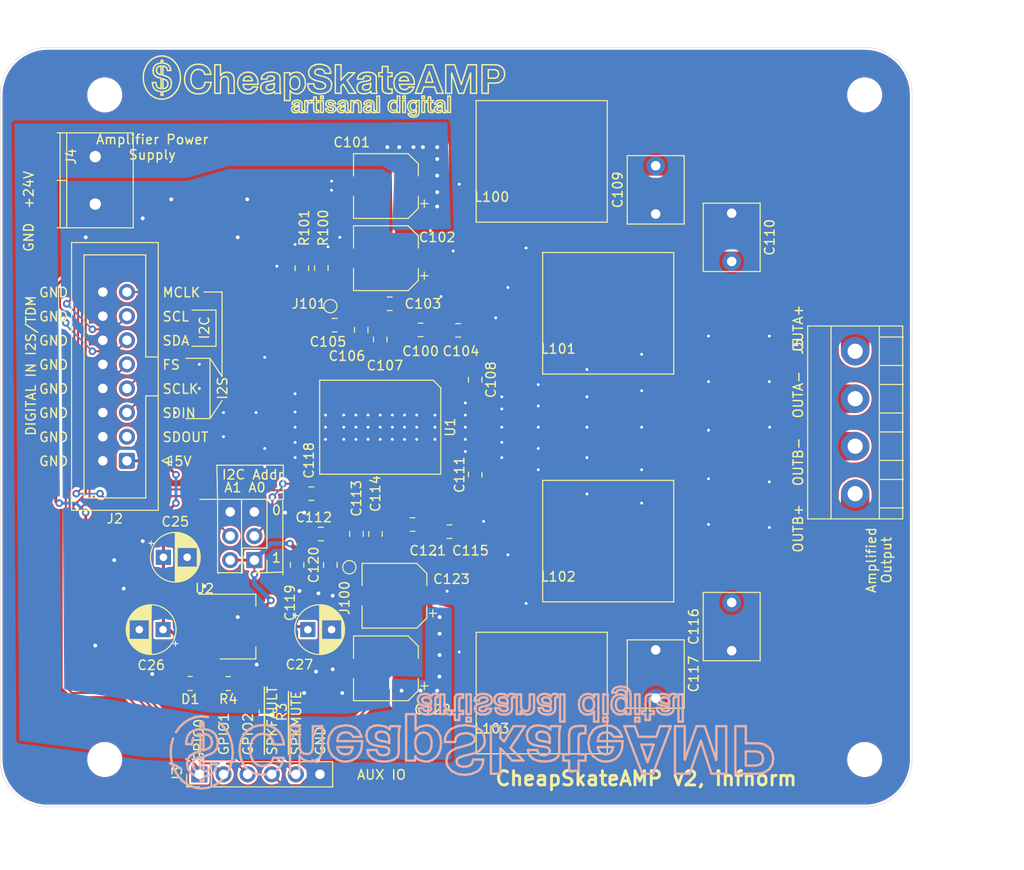
<source format=kicad_pcb>
(kicad_pcb (version 20221018) (generator pcbnew)
  (layers (0 "F.Cu" signal) (31 "B.Cu" signal) (34 "B.Paste" user) (35 "F.Paste" user) (36 "B.SilkS" user "B.Silkscreen") (37 "F.SilkS" user "F.Silkscreen") (38 "B.Mask" user) (39 "F.Mask" user) (44 "Edge.Cuts" user))
  (net 0 "")
  (net 1 "GND")
  (net 2 "V33")
  (net 3 "PVDD")
  (net 4 "N$6")
  (net 5 "OUTA+")
  (net 6 "OUTA-")
  (net 7 "OUTB-")
  (net 8 "OUTB+")
  (net 9 "ADDR0")
  (net 10 "ADDR1")
  (net 11 "SDA")
  (net 12 "SCL")
  (net 13 "SDIN")
  (net 14 "SCLK")
  (net 15 "MCLK")
  (net 16 "LRCK/FS")
  (net 17 "GPIO0")
  (net 18 "GPIO1")
  (net 19 "GPIO2")
  (net 20 "~{SPK_MUTE}")
  (net 21 "~{SPK_FAULT}")
  (net 22 "RAW5V")
  (net 23 "BSTRPA+")
  (net 24 "SPK_OUTA+")
  (net 25 "BSTRPA-")
  (net 26 "SPK_OUTA-")
  (net 27 "BSTRPB-")
  (net 28 "SPK_OUTB-")
  (net 29 "BSTRPB+")
  (net 30 "SPK_OUTB+")
  (net 31 "CN")
  (net 32 "CP")
  (net 33 "DAC_OUTB")
  (net 34 "DAC_OUTA")
  (net 35 "GVDO")
  (net 36 "DVDD_REG")
  (net 37 "CPVSS")
  (net 38 "SPK_GAIN/FREQ")
  (net 39 "SPK_INB+")
  (net 40 "SPK_INA+")
  (net 41 "SPK_INA-")
  (net 42 "SPK_INB-")
  (footprint "tas5754m_symbol_library_v7:C_0805_2012Metric_Pad1.15x1.40mm_HandSolder" (layer "F.Cu") (at 122.25 115.75)
    (fp_text reference "C100")
    (fp_text value "0.1uF")
  )
  (footprint "Capacitor_SMD:CP_Elec_6.3x5.4" (layer "F.Cu") (at 118.6 100.6 180)
    (fp_text reference "C101")
    (fp_text value "22uF")
  )
  (footprint "Capacitor_SMD:CP_Elec_6.3x5.4" (layer "F.Cu") (at 118.6 108.2 180)
    (fp_text reference "C102")
    (fp_text value "22uF")
  )
  (footprint "tas5754m_symbol_library_v7:C_0805_2012Metric_Pad1.15x1.40mm_HandSolder" (layer "F.Cu") (at 119 113 180)
    (fp_text reference "C103")
    (fp_text value "1uF")
  )
  (footprint "tas5754m_symbol_library_v7:C_0805_2012Metric_Pad1.15x1.40mm_HandSolder" (layer "F.Cu") (at 126.2 115.8 180)
    (fp_text reference "C104")
    (fp_text value "0.22uF")
  )
  (footprint "tas5754m_symbol_library_v7:C_0805_2012Metric_Pad1.15x1.40mm_HandSolder" (layer "F.Cu") (at 113.2 115.25 180)
    (fp_text reference "C105")
    (fp_text value "1uF")
  )
  (footprint "tas5754m_symbol_library_v7:C_0805_2012Metric_Pad1.15x1.40mm_HandSolder" (layer "F.Cu") (at 118 116.75 90)
    (fp_text reference "C107")
    (fp_text value "2.2uF")
  )
  (footprint "tas5754m_symbol_library_v7:C_0805_2012Metric_Pad1.15x1.40mm_HandSolder" (layer "F.Cu") (at 128 121 -90)
    (fp_text reference "C108")
    (fp_text value "0.22uF")
  )
  (footprint "tas5754m_symbol_library_v7:CAP_PE105J2A0501" (layer "F.Cu") (at 147 101 -90)
    (fp_text reference "C109")
    (fp_text value "1uF")
  )
  (footprint "tas5754m_symbol_library_v7:CAP_PE105J2A0501" (layer "F.Cu") (at 155 106 90)
    (fp_text reference "C110")
    (fp_text value "1uF")
  )
  (footprint "tas5754m_symbol_library_v7:C_0805_2012Metric_Pad1.15x1.40mm_HandSolder" (layer "F.Cu") (at 128 131 90)
    (fp_text reference "C111")
    (fp_text value "0.22uF")
  )
  (footprint "tas5754m_symbol_library_v7:C_0805_2012Metric_Pad1.15x1.40mm_HandSolder" (layer "F.Cu") (at 117.5 137.25 -90)
    (fp_text reference "C114")
    (fp_text value "2.2uF")
  )
  (footprint "tas5754m_symbol_library_v7:C_0805_2012Metric_Pad1.15x1.40mm_HandSolder" (layer "F.Cu") (at 125.3 137 180)
    (fp_text reference "C115")
    (fp_text value "0.22uF")
  )
  (footprint "tas5754m_symbol_library_v7:CAP_PE105J2A0501" (layer "F.Cu") (at 155 147 -90)
    (fp_text reference "C116")
    (fp_text value "1uF")
  )
  (footprint "tas5754m_symbol_library_v7:CAP_PE105J2A0501" (layer "F.Cu") (at 147 152 90)
    (fp_text reference "C117")
    (fp_text value "1uF")
  )
  (footprint "tas5754m_symbol_library_v7:C_0805_2012Metric_Pad1.15x1.40mm_HandSolder" (layer "F.Cu") (at 110.75 133 180)
    (fp_text reference "C118")
    (fp_text value "1uF")
  )
  (footprint "tas5754m_symbol_library_v7:C_0805_2012Metric_Pad1.15x1.40mm_HandSolder" (layer "F.Cu") (at 109.25 140.5 -90)
    (fp_text reference "C119")
    (fp_text value "1uF")
  )
  (footprint "tas5754m_symbol_library_v7:C_0805_2012Metric_Pad1.15x1.40mm_HandSolder" (layer "F.Cu") (at 112.75 140.5 -90)
    (fp_text reference "C120")
    (fp_text value "1uF")
  )
  (footprint "tas5754m_symbol_library_v7:C_0805_2012Metric_Pad1.15x1.40mm_HandSolder" (layer "F.Cu") (at 121.4 136.25)
    (fp_text reference "C121")
    (fp_text value "0.1uF")
  )
  (footprint "Capacitor_SMD:CP_Elec_6.3x5.4" (layer "F.Cu") (at 118.6 151.4 180)
    (fp_text reference "C122")
    (fp_text value "22uF")
  )
  (footprint "Capacitor_SMD:CP_Elec_6.3x5.4" (layer "F.Cu") (at 119.5 143.75 180)
    (fp_text reference "C123")
    (fp_text value "22uF")
  )
  (footprint "Resistor_SMD:R_0805_2012Metric_Pad1.20x1.40mm_HandSolder" (layer "F.Cu") (at 98 153 180)
    (fp_text reference "D1")
    (fp_text value "LED")
  )
  (footprint "Connector_PinHeader_2.54mm:PinHeader_2x03_P2.54mm_Vertical" (layer "F.Cu") (at 104.75 140 180)
    (fp_text reference "J1" hide)
    (fp_text value "Conn_02x03_Odd_Even")
  )
  (footprint "Connector_PinHeader_2.54mm:PinHeader_1x06_P2.54mm_Vertical" (layer "F.Cu") (at 98.96 162.56 90)
    (fp_text reference "J3")
    (fp_text value "Conn_01x06")
  )
  (footprint "tas5754m_symbol_library_v7:inductor_ms1350" (layer "F.Cu") (at 135 98)
    (fp_text reference "L100")
    (fp_text value "10uH")
  )
  (footprint "tas5754m_symbol_library_v7:inductor_ms1350" (layer "F.Cu") (at 142 114)
    (fp_text reference "L101")
    (fp_text value "10uH")
  )
  (footprint "tas5754m_symbol_library_v7:inductor_ms1350" (layer "F.Cu") (at 142 138)
    (fp_text reference "L102")
    (fp_text value "10uH")
  )
  (footprint "tas5754m_symbol_library_v7:inductor_ms1350" (layer "F.Cu") (at 135 154)
    (fp_text reference "L103")
    (fp_text value "10uH")
  )
  (footprint "tas5754m_symbol_library_v7:C_0805_2012Metric_Pad1.15x1.40mm_HandSolder" (layer "F.Cu") (at 109.75 109.25 -90)
    (fp_text reference "R100")
    (fp_text value "750k")
  )
  (footprint "tas5754m_symbol_library_v7:C_0805_2012Metric_Pad1.15x1.40mm_HandSolder" (layer "F.Cu") (at 111.8 109.25 90)
    (fp_text reference "R101")
    (fp_text value "150k")
  )
  (footprint "Package_TO_SOT_SMD:SOT-223-3_TabPin2" (layer "F.Cu") (at 103 147)
    (fp_text reference "U2")
    (fp_text value "LD1117S12TR_SOT223")
  )
  (footprint "TestPoint_Pad_D1.0mm" (layer "F.Cu") (at 114.75 140.75)
    (fp_text reference "J100")
    (fp_text value "TestPoint")
  )
  (footprint "TestPoint_Pad_D1.0mm" (layer "F.Cu") (at 112.75 113.25)
    (fp_text reference "J101")
    (fp_text value "TestPoint")
  )
  (footprint "tas5754m_symbol_library_v7:TSSOP48-TAS5574M" (layer "F.Cu") (at 118 126 180)
    (fp_text reference "U1")
    (fp_text value "TAS5754M")
  )
  (footprint "tas5754m_symbol_library_v7:C_0805_2012Metric_Pad1.15x1.40mm_HandSolder" (layer "F.Cu") (at 116 115.75 -90)
    (fp_text reference "C106")
    (fp_text value "2.2uF")
  )
  (footprint "tas5754m_symbol_library_v7:C_0805_2012Metric_Pad1.15x1.40mm_HandSolder" (layer "F.Cu") (at 111.75 137.25)
    (fp_text reference "C112")
    (fp_text value "1uF")
  )
  (footprint "tas5754m_symbol_library_v7:C_0805_2012Metric_Pad1.15x1.40mm_HandSolder" (layer "F.Cu") (at 115.5 137.25 -90)
    (fp_text reference "C113")
    (fp_text value "2.2uF")
  )
  (footprint "Capacitor_THT:CP_Radial_D5.0mm_P2.50mm" (layer "F.Cu") (at 110.38 147.32)
    (fp_text reference "C27")
    (fp_text value "10uF")
  )
  (footprint "Resistor_SMD:R_0805_2012Metric_Pad1.20x1.40mm_HandSolder" (layer "F.Cu") (at 106 156 -90)
    (fp_text reference "R3")
    (fp_text value "10k")
  )
  (footprint "Capacitor_THT:CP_Radial_D5.0mm_P2.50mm" (layer "F.Cu") (at 95.18 139.7)
    (fp_text reference "C25")
    (fp_text value "0.1uF")
  )
  (footprint "tas5754m_symbol_library_v7:DINKLE-EK508V-04P" (layer "F.Cu") (at 168 125.5 -90)
    (fp_text reference "J5")
    (fp_text value "Conn_01x04")
  )
  (footprint "Resistor_SMD:R_0805_2012Metric_Pad1.20x1.40mm_HandSolder" (layer "F.Cu") (at 102 153 180)
    (fp_text reference "R4")
    (fp_text value "300")
  )
  (footprint "MountingHole:MountingHole_3.2mm_M3" (layer "F.Cu") (at 89 91)
    (fp_text reference "REF**" hide)
    (fp_text value "MountingHole_3.2mm_M3")
  )
  (footprint "MountingHole:MountingHole_3.2mm_M3" (layer "F.Cu") (at 169 91)
    (fp_text reference "REF**" hide)
    (fp_text value "MountingHole_3.2mm_M3")
  )
  (footprint "MountingHole:MountingHole_3.2mm_M3" (layer "F.Cu") (at 89 161)
    (fp_text reference "REF**" hide)
    (fp_text value "MountingHole_3.2mm_M3")
  )
  (footprint "tas5754m_symbol_library_v7:KF301-5.0-2P" (layer "F.Cu") (at 88 100 -90)
    (fp_text reference "J4")
    (fp_text value "Conn_01x02")
  )
  (footprint "Connector_IDC:IDC-Header_2x08_P2.54mm_Vertical" (layer "F.Cu") (at 91.34 129.54 180)
    (fp_text reference "J2")
    (fp_text value "Conn_02x08_Odd_Even")
  )
  (footprint "MountingHole:MountingHole_3.2mm_M3" (layer "F.Cu") (at 169 161)
    (fp_text reference "REF**" hide)
    (fp_text value "MountingHole_3.2mm_M3")
  )
  (footprint "Capacitor_THT:CP_Radial_D5.0mm_P2.50mm" (layer "F.Cu") (at 95.14 147.32 180)
    (fp_text reference "C26")
    (fp_text value "47uF")
  )
  (gr_line (start 149.105739 154.13386) (end 149.041304 154.11776) (stroke (width 0.25)) (layer "B.SilkS"))
  (gr_line (start 139.450534 154.166205) (end 139.148499 154.403805) (stroke (width 0.25)) (layer "B.SilkS"))
  (gr_line (start 131.871104 154.601015) (end 131.891239 154.4802) (stroke (width 0.25)) (layer "B.SilkS"))
  (gr_line (start 127.538846 156.578585) (end 127.079754 156.578585) (stroke (width 0.25)) (layer "B.SilkS"))
  (gr_line (start 118.759738 160.45849) (end 118.5563 160.52864) (stroke (width 0.25)) (layer "B.SilkS"))
  (gr_line (start 125.462689 156.27242) (end 125.527123 156.26437) (stroke (width 0.25)) (layer "B.SilkS"))
  (gr_line (start 131.291195 155.861445) (end 131.154273 155.901695) (stroke (width 0.25)) (layer "B.SilkS"))
  (gr_line (start 130.517991 154.580895) (end 130.622697 154.496325) (stroke (width 0.25)) (layer "B.SilkS"))
  (gr_line (start 142.936154 153.804015) (end 143.048914 153.71139) (stroke (width 0.25)) (layer "B.SilkS"))
  (gr_line (start 140.043409 160.0588) (end 139.910124 159.301165) (stroke (width 0.25)) (layer "B.SilkS"))
  (gr_line (start 106.446788 158.606755) (end 106.110064 158.37526) (stroke (width 0.25)) (layer "B.SilkS"))
  (gr_line (start 157.644249 162.500075) (end 155.385383 162.50009) (stroke (width 0.25)) (layer "B.SilkS"))
  (gr_line (start 110.910036 159.539625) (end 110.910036 157.491215) (stroke (width 0.25)) (layer "B.SilkS"))
  (gr_line (start 113.256563 157.701724) (end 113.573998 157.53336) (stroke (width 0.25)) (layer "B.SilkS"))
  (gr_line (start 142.400549 155.63231) (end 142.585799 155.962535) (stroke (width 0.25)) (layer "B.SilkS"))
  (gr_line (start 100.690875 162.014451) (end 100.792951 161.50156) (stroke (width 0.25)) (layer "B.SilkS"))
  (gr_line (start 141.151794 158.361145) (end 140.978172 158.645255) (stroke (width 0.25)) (layer "B.SilkS"))
  (gr_line (start 137.885609 162.205355) (end 137.885609 161.118015) (stroke (width 0.25)) (layer "B.SilkS"))
  (gr_line (start 130.014598 154.689585) (end 130.083059 155.0037) (stroke (width 0.25)) (layer "B.SilkS"))
  (gr_line (start 117.588214 158.753885) (end 117.539109 158.522385) (stroke (width 0.25)) (layer "B.SilkS"))
  (gr_line (start 132.028161 154.44395) (end 132.092595 154.452) (stroke (width 0.25)) (layer "B.SilkS"))
  (gr_line (start 140.948369 159.932525) (end 141.081654 160.18507) (stroke (width 0.25)) (layer "B.SilkS"))
  (gr_line (start 155.385383 157.49129) (end 156.486754 157.49129) (stroke (width 0.25)) (layer "B.SilkS"))
  (gr_line (start 122.206157 155.192975) (end 122.463893 155.28963) (stroke (width 0.25)) (layer "B.SilkS"))
  (gr_line (start 139.611321 160.45159) (end 139.611321 161.118025) (stroke (width 0.25)) (layer "B.SilkS"))
  (gr_line (start 117.917924 158.080435) (end 118.149422 158.059385) (stroke (width 0.25)) (layer "B.SilkS"))
  (gr_line (start 127.784979 161.006015) (end 128.851274 161.006015) (stroke (width 0.25)) (layer "B.SilkS"))
  (gr_line (start 109.521045 160.612935) (end 109.5 160.612935) (stroke (width 0.25)) (layer "B.SilkS"))
  (gr_line (start 128.562676 155.8737) (end 128.466025 155.809265) (stroke (width 0.25)) (layer "B.SilkS"))
  (gr_line (start 148.582209 154.13789) (end 148.461399 154.33522) (stroke (width 0.25)) (layer "B.SilkS"))
  (gr_line (start 117.714488 160.255055) (end 117.651352 160.00251) (stroke (width 0.25)) (layer "B.SilkS"))
  (gr_line (start 98.446873 162.03707) (end 98.30882 161.780208) (stroke (width 0.25)) (layer "B.SilkS"))
  (gr_line (start 157.644249 159.287155) (end 158.079184 159.320478) (stroke (width 0.25)) (layer "B.SilkS"))
  (gr_line (start 98.317188 161.216279) (end 98.480343 160.992885) (stroke (width 0.25)) (layer "B.SilkS"))
  (gr_line (start 157.707384 160.171085) (end 157.342599 160.143035) (stroke (width 0.25)) (layer "B.SilkS"))
  (gr_line (start 143.020724 153.34492) (end 142.730769 153.453655) (stroke (width 0.25)) (layer "B.SilkS"))
  (gr_line (start 122.766857 161.21613) (end 122.149527 161.08284) (stroke (width 0.25)) (layer "B.SilkS"))
  (gr_line (start 122.149527 161.08284) (end 121.893476 160.909218) (stroke (width 0.25)) (layer "B.SilkS"))
  (gr_line (start 113.917734 160.38149) (end 114.317595 160.465675) (stroke (width 0.25)) (layer "B.SilkS"))
  (gr_line (start 126.767789 160.6342) (end 126.311808 160.788535) (stroke (width 0.25)) (layer "B.SilkS"))
  (gr_line (start 129.170773 154.117875) (end 128.844576 154.081625) (stroke (width 0.25)) (layer "B.SilkS"))
  (gr_line (start 128.83652 156.2764) (end 129.142582 156.24015) (stroke (width 0.25)) (layer "B.SilkS"))
  (gr_line (start 128.482135 155.563615) (end 128.635165 155.475015) (stroke (width 0.25)) (layer "B.SilkS"))
  (gr_line (start 99.209664 156.457125) (end 98.550547 156.534386) (stroke (width 0.25)) (layer "B.SilkS"))
  (gr_line (start 148.050629 156.27622) (end 148.352664 156.24402) (stroke (width 0.25)) (layer "B.SilkS"))
  (gr_line (start 123.229854 158.49427) (end 122.96328 158.241725) (stroke (width 0.25)) (layer "B.SilkS"))
  (gr_line (start 125.177113 158.047384) (end 125.441933 157.8001) (stroke (width 0.25)) (layer "B.SilkS"))
  (gr_line (start 146.213969 154.15007) (end 146.040804 154.25075) (stroke (width 0.25)) (layer "B.SilkS"))
  (gr_line (start 111.906181 157.491215) (end 111.906181 159.72202) (stroke (width 0.25)) (layer "B.SilkS"))
  (gr_line (start 128.466025 155.809265) (end 128.425755 155.700535) (stroke (width 0.25)) (layer "B.SilkS"))
  (gr_line (start 145.299349 154.138145) (end 144.840254 154.138145) (stroke (width 0.25)) (layer "B.SilkS"))
  (gr_line (start 114.778839 161.170692) (end 114.345658 161.21629) (stroke (width 0.25)) (layer "B.SilkS"))
  (gr_line (start 143.093184 154.56113) (end 143.342869 154.50072) (stroke (width 0.25)) (layer "B.SilkS"))
  (gr_line (start 106.755454 160.816515) (end 106.755454 160.816515) (stroke (width 0.25)) (layer "B.SilkS"))
  (gr_line (start 132.092595 154.13386) (end 132.028161 154.11776) (stroke (width 0.25)) (layer "B.SilkS"))
  (gr_line (start 134.19732 154.13799) (end 133.738227 154.13799) (stroke (width 0.25)) (layer "B.SilkS"))
  (gr_line (start 150.073524 161.00578) (end 151.301169 157.491215) (stroke (width 0.25)) (layer "B.SilkS"))
  (gr_line (start 134.615251 158.150585) (end 134.811674 158.080435) (stroke (width 0.25)) (layer "B.SilkS"))
  (gr_line (start 127.079754 156.22017) (end 127.538846 156.22017) (stroke (width 0.25)) (layer "B.SilkS"))
  (gr_line (start 145.586979 162.50013) (end 143.692899 157.49133) (stroke (width 0.25)) (layer "B.SilkS"))
  (gr_line (start 139.464006 158.241815) (end 139.302661 158.234815) (stroke (width 0.25)) (layer "B.SilkS"))
  (gr_line (start 105.029738 158.438395) (end 104.608832 158.824225) (stroke (width 0.25)) (layer "B.SilkS"))
  (gr_line (start 135.780865 154.532585) (end 135.91376 154.653395) (stroke (width 0.25)) (layer "B.SilkS"))
  (gr_line (start 143.048914 153.71139) (end 143.197914 153.66709) (stroke (width 0.25)) (layer "B.SilkS"))
  (gr_line (start 147.104254 155.583575) (end 147.200909 155.917825) (stroke (width 0.25)) (layer "B.SilkS"))
  (gr_line (start 99.397354 158.282015) (end 99.88096 158.400001) (stroke (width 0.25)) (layer "B.SilkS"))
  (gr_line (start 126.733473 155.87771) (end 126.318679 155.87771) (stroke (width 0.25)) (layer "B.SilkS"))
  (gr_line (start 129.154662 154.49237) (end 129.271448 154.572915) (stroke (width 0.25)) (layer "B.SilkS"))
  (gr_line (start 135.793786 160.31117) (end 135.653484 160.45849) (stroke (width 0.25)) (layer "B.SilkS"))
  (gr_line (start 122.524301 154.959445) (end 122.439731 154.858765) (stroke (width 0.25)) (layer "B.SilkS"))
  (gr_line (start 115.110299 159.694015) (end 115.110304 159.694015) (stroke (width 0.25)) (layer "B.SilkS"))
  (gr_line (start 146.391179 156.84422) (end 146.391179 156.220015) (stroke (width 0.25)) (layer "B.SilkS"))
  (gr_line (start 113.573998 157.53336) (end 114.345658 157.400075) (stroke (width 0.25)) (layer "B.SilkS"))
  (gr_line (start 113.588028 161.06897) (end 113.005773 160.662095) (stroke (width 0.25)) (layer "B.SilkS"))
  (gr_line (start 143.902664 156.22027) (end 144.361754 156.22027) (stroke (width 0.25)) (layer "B.SilkS"))
  (gr_line (start 136.159411 156.139315) (end 136.352713 155.95004) (stroke (width 0.25)) (layer "B.SilkS"))
  (gr_line (start 123.740492 154.08151) (end 123.506918 154.13789) (stroke (width 0.25)) (layer "B.SilkS"))
  (gr_line (start 131.569068 154.13789) (end 131.448255 154.33522) (stroke (width 0.25)) (layer "B.SilkS"))
  (gr_line (start 125.568205 162.24769) (end 125.133269 161.77066) (stroke (width 0.25)) (layer "B.SilkS"))
  (gr_line (start 113.66519 160.18507) (end 113.917734 160.38149) (stroke (width 0.25)) (layer "B.SilkS"))
  (gr_line (start 144.295306 153.836248) (end 144.095964 153.546295) (stroke (width 0.25)) (layer "B.SilkS"))
  (gr_line (start 153.391689 157.491215) (end 154.422909 157.491215) (stroke (width 0.25)) (layer "B.SilkS"))
  (gr_line (start 129.315748 154.71789) (end 129.251314 154.86287) (stroke (width 0.25)) (layer "B.SilkS"))
  (gr_line (start 133.724331 160.58477) (end 134.117177 160.95657) (stroke (width 0.25)) (layer "B.SilkS"))
  (gr_line (start 135.055981 154.858765) (end 135.027791 154.70976) (stroke (width 0.25)) (layer "B.SilkS"))
  (gr_line (start 134.797644 158.999415) (end 134.608236 158.9012) (stroke (width 0.25)) (layer "B.SilkS"))
  (gr_line (start 143.270409 154.138245) (end 142.843534 154.222815) (stroke (width 0.25)) (layer "B.SilkS"))
  (gr_line (start 97.395194 163.423979) (end 97.958101 163.773432) (stroke (width 0.25)) (layer "B.SilkS"))
  (gr_line (start 125.859612 155.87771) (end 125.513279 155.87771) (stroke (width 0.25)) (layer "B.SilkS"))
  (gr_line (start 137.885609 161.118015) (end 137.282309 161.118015) (stroke (width 0.25)) (layer "B.SilkS"))
  (gr_line (start 124.015547 160.62686) (end 123.503442 161.05478) (stroke (width 0.25)) (layer "B.SilkS"))
  (gr_line (start 99.850684 163.989164) (end 100.461226 163.773432) (stroke (width 0.25)) (layer "B.SilkS"))
  (gr_line (start 149.853344 157.013515) (end 149.853344 154.138145) (stroke (width 0.25)) (layer "B.SilkS"))
  (gr_line (start 142.568844 161.033895) (end 142.19529 161.170692) (stroke (width 0.25)) (layer "B.SilkS"))
  (gr_line (start 112.991743 157.926205) (end 113.256563 157.701724) (stroke (width 0.25)) (layer "B.SilkS"))
  (gr_line (start 135.966113 154.838645) (end 135.966112 155.18092) (stroke (width 0.25)) (layer "B.SilkS"))
  (gr_line (start 97.026878 161.976462) (end 96.471339 161.625838) (stroke (width 0.25)) (layer "B.SilkS"))
  (gr_line (start 118.359872 161.21613) (end 118.914067 161.17403) (stroke (width 0.25)) (layer "B.SilkS"))
  (gr_line (start 98.48118 162.696391) (end 99.079413 162.803487) (stroke (width 0.25)) (layer "B.SilkS"))
  (gr_line (start 142.077789 158.180505) (end 141.797184 158.143675) (stroke (width 0.25)) (layer "B.SilkS"))
  (gr_line (start 109.499999 157.491215) (end 109.499999 159.39231) (stroke (width 0.25)) (layer "B.SilkS"))
  (gr_line (start 123.889495 154.09761) (end 123.808953 154.08551) (stroke (width 0.25)) (layer "B.SilkS"))
  (gr_line (start 157.342599 161.644245) (end 157.707384 161.616195) (stroke (width 0.25)) (layer "B.SilkS"))
  (gr_line (start 104.370318 159.357375) (end 104.300168 159.9747) (stroke (width 0.25)) (layer "B.SilkS"))
  (gr_line (start 125.108302 155.79324) (end 124.931109 155.656315) (stroke (width 0.25)) (layer "B.SilkS"))
  (gr_line (start 148.811759 155.95004) (end 148.884244 155.67217) (stroke (width 0.25)) (layer "B.SilkS"))
  (gr_line (start 100.758649 158.568131) (end 100.577715 158.284076) (stroke (width 0.25)) (layer "B.SilkS"))
  (gr_line (start 109.545597 159.867581) (end 109.682392 160.185015) (stroke (width 0.25)) (layer "B.SilkS"))
  (gr_line (start 143.459764 158.613685) (end 142.582874 158.613685) (stroke (width 0.25)) (layer "B.SilkS"))
  (gr_line (start 131.037486 156.27622) (end 131.33952 156.24402) (stroke (width 0.25)) (layer "B.SilkS"))
  (gr_line (start 142.33384 157.470227) (end 142.814374 157.68068) (stroke (width 0.25)) (layer "B.SilkS"))
  (gr_line (start 135.95 155.776875) (end 135.845295 155.861445) (stroke (width 0.25)) (layer "B.SilkS"))
  (gr_line (start 129.706379 155.63608) (end 129.227151 155.63608) (stroke (width 0.25)) (layer "B.SilkS"))
  (gr_line (start 158.977114 162.002) (end 158.443969 162.35977) (stroke (width 0.25)) (layer "B.SilkS"))
  (gr_line (start 116.542966 158.48023) (end 116.648193 158.985315) (stroke (width 0.25)) (layer "B.SilkS"))
  (gr_line (start 127.0063 159.53986) (end 127.483327 159.392545) (stroke (width 0.25)) (layer "B.SilkS"))
  (gr_line (start 143.870444 155.48334) (end 143.769769 155.70483) (stroke (width 0.25)) (layer "B.SilkS"))
  (gr_line (start 122.339051 156.13126) (end 122.637058 156.24402) (stroke (width 0.25)) (layer "B.SilkS"))
  (gr_line (start 116.043313 158.613685) (end 115.166423 158.613685) (stroke (width 0.25)) (layer "B.SilkS"))
  (gr_line (start 133.633522 155.801195) (end 133.331488 155.91395) (stroke (width 0.25)) (layer "B.SilkS"))
  (gr_line (start 126.978239 158.22803) (end 126.557333 158.27713) (stroke (width 0.25)) (layer "B.SilkS"))
  (gr_line (start 141.940349 156.22017) (end 141.940349 154.138145) (stroke (width 0.25)) (layer "B.SilkS"))
  (gr_line (start 121.721609 157.94008) (end 121.735639 157.94008) (stroke (width 0.25)) (layer "B.SilkS"))
  (gr_line (start 143.338864 153.31272) (end 143.020724 153.34492) (stroke (width 0.25)) (layer "B.SilkS"))
  (gr_line (start 121.735639 157.94008) (end 121.942584 157.705073) (stroke (width 0.25)) (layer "B.SilkS"))
  (gr_line (start 135.022127 159.055535) (end 134.797644 158.999415) (stroke (width 0.25)) (layer "B.SilkS"))
  (gr_line (start 122.560546 154.496325) (end 122.697469 154.456075) (stroke (width 0.25)) (layer "B.SilkS"))
  (gr_line (start 148.815784 154.08151) (end 148.582209 154.13789) (stroke (width 0.25)) (layer "B.SilkS"))
  (gr_line (start 113.005773 160.662095) (end 112.626958 160.0588) (stroke (width 0.25)) (layer "B.SilkS"))
  (gr_line (start 107.183374 157.92629) (end 107.442932 158.220925) (stroke (width 0.25)) (layer "B.SilkS"))
  (gr_line (start 105.11392 162.568535) (end 104.622864 162.415955) (stroke (width 0.25)) (layer "B.SilkS"))
  (gr_line (start 127.16765 161.72857) (end 127.476314 161.609315) (stroke (width 0.25)) (layer "B.SilkS"))
  (gr_line (start 137.885609 160.45158) (end 137.885609 158.311975) (stroke (width 0.25)) (layer "B.SilkS"))
  (gr_line (start 135.260641 159.090585) (end 135.022127 159.055535) (stroke (width 0.25)) (layer "B.SilkS"))
  (gr_line (start 129.714435 155.015925) (end 129.774842 154.75819) (stroke (width 0.25)) (layer "B.SilkS"))
  (gr_line (start 125.098193 160.51496) (end 125.441933 160.1151) (stroke (width 0.25)) (layer "B.SilkS"))
  (gr_line (start 143.342894 155.91424) (end 143.085154 155.84981) (stroke (width 0.25)) (layer "B.SilkS"))
  (gr_line (start 144.095964 153.546295) (end 143.775806 153.371114) (stroke (width 0.25)) (layer "B.SilkS"))
  (gr_line (start 145.299349 157.013515) (end 145.299349 156.578585) (stroke (width 0.25)) (layer "B.SilkS"))
  (gr_line (start 139.474694 156.211985) (end 139.808949 156.27642) (stroke (width 0.25)) (layer "B.SilkS"))
  (gr_line (start 128.852627 154.44407) (end 128.997604 154.45212) (stroke (width 0.25)) (layer "B.SilkS"))
  (gr_line (start 97.566686 159.393105) (end 98.159061 159.393105) (stroke (width 0.25)) (layer "B.SilkS"))
  (gr_line (start 135.941948 155.47887) (end 135.9943 155.6319) (stroke (width 0.25)) (layer "B.SilkS"))
  (gr_line (start 116.036298 159.86939) (end 115.906518 160.234175) (stroke (width 0.25)) (layer "B.SilkS"))
  (gr_line (start 142.916019 155.68067) (end 142.823394 155.447095) (stroke (width 0.25)) (layer "B.SilkS"))
  (gr_line (start 118.59839 159.70086) (end 118.864964 159.820115) (stroke (width 0.25)) (layer "B.SilkS"))
  (gr_line (start 142.513304 153.65501) (end 142.408599 153.96107) (stroke (width 0.25)) (layer "B.SilkS"))
  (gr_line (start 107.737568 161.226898) (end 107.583235 161.588175) (stroke (width 0.25)) (layer "B.SilkS"))
  (gr_line (start 142.823394 155.447095) (end 142.795194 155.18936) (stroke (width 0.25)) (layer "B.SilkS"))
  (gr_line (start 125.869854 159.15402) (end 125.869854 159.154015) (stroke (width 0.25)) (layer "B.SilkS"))
  (gr_line (start 130.526043 155.28963) (end 130.815996 155.33793) (stroke (width 0.25)) (layer "B.SilkS"))
  (gr_line (start 103.851204 161.85475) (end 103.572353 161.465411) (stroke (width 0.25)) (layer "B.SilkS"))
  (gr_line (start 135.072091 154.580895) (end 135.176797 154.496325) (stroke (width 0.25)) (layer "B.SilkS"))
  (gr_line (start 118.591374 159.125635) (end 118.366891 159.090585) (stroke (width 0.25)) (layer "B.SilkS"))
  (gr_line (start 141.365756 161.17946) (end 141.004479 161.06897) (stroke (width 0.25)) (layer "B.SilkS"))
  (gr_line (start 122.488054 155.583575) (end 122.028962 155.583575) (stroke (width 0.25)) (layer "B.SilkS"))
  (gr_line (start 140.199579 156.19989) (end 140.368719 156.095185) (stroke (width 0.25)) (layer "B.SilkS"))
  (gr_line (start 115.906518 160.234175) (end 115.713603 160.55687) (stroke (width 0.25)) (layer "B.SilkS"))
  (gr_line (start 128.172045 155.24142) (end 128.023041 155.414585) (stroke (width 0.25)) (layer "B.SilkS"))
  (gr_line (start 116.655204 160.002515) (end 116.709571 160.323456) (stroke (width 0.25)) (layer "B.SilkS"))
  (gr_line (start 100.792951 161.50156) (end 100.207271 161.50156) (stroke (width 0.25)) (layer "B.SilkS"))
  (gr_line (start 124.317197 158.56442) (end 124.415408 159.26593) (stroke (width 0.25)) (layer "B.SilkS"))
  (gr_line (start 132.032174 157.491215) (end 133.238769 157.491215) (stroke (width 0.25)) (layer "B.SilkS"))
  (gr_line (start 122.665249 154.08151) (end 122.395432 154.12176) (stroke (width 0.25)) (layer "B.SilkS"))
  (gr_line (start 135.91376 154.653395) (end 135.966113 154.838645) (stroke (width 0.25)) (layer "B.SilkS"))
  (gr_line (start 100.461226 163.773432) (end 101.024133 163.423979) (stroke (width 0.25)) (layer "B.SilkS"))
  (gr_line (start 158.443969 159.420445) (end 158.977114 159.78523) (stroke (width 0.25)) (layer "B.SilkS"))
  (gr_line (start 126.733496 154.14202) (end 126.584492 154.12592) (stroke (width 0.25)) (layer "B.SilkS"))
  (gr_line (start 106.797543 159.42051) (end 106.678286 158.964526) (stroke (width 0.25)) (layer "B.SilkS"))
  (gr_line (start 101.024133 163.423979) (end 101.522249 162.949068) (stroke (width 0.25)) (layer "B.SilkS"))
  (gr_line (start 158.079184 159.320478) (end 158.443969 159.420445) (stroke (width 0.25)) (layer "B.SilkS"))
  (gr_line (start 133.99999 156.0992) (end 134.147987 155.877708) (stroke (width 0.25)) (layer "B.SilkS"))
  (gr_line (start 122.975336 156.27622) (end 123.277371 156.24402) (stroke (width 0.25)) (layer "B.SilkS"))
  (gr_line (start 130.691153 155.833255) (end 130.550204 155.583575) (stroke (width 0.25)) (layer "B.SilkS"))
  (gr_line (start 114.857755 160.26925) (end 115.012087 160.027231) (stroke (width 0.25)) (layer "B.SilkS"))
  (gr_line (start 115.152393 161.033895) (end 114.778839 161.170692) (stroke (width 0.25)) (layer "B.SilkS"))
  (gr_line (start 123.222838 160.093715) (end 123.370156 159.721915) (stroke (width 0.25)) (layer "B.SilkS"))
  (gr_line (start 148.461399 154.33522) (end 148.123119 154.14192) (stroke (width 0.25)) (layer "B.SilkS"))
  (gr_line (start 131.35966 154.653395) (end 131.412013 154.838645) (stroke (width 0.25)) (layer "B.SilkS"))
  (gr_line (start 129.690272 154.44407) (end 129.46878 154.23466) (stroke (width 0.25)) (layer "B.SilkS"))
  (gr_line (start 118.738694 157.633158) (end 118.437044 157.498115) (stroke (width 0.25)) (layer "B.SilkS"))
  (gr_line (start 136.972325 157.4911) (end 135.96215 157.4911) (stroke (width 0.25)) (layer "B.SilkS"))
  (gr_line (start 154.422909 157.491215) (end 154.422909 162.500015) (stroke (width 0.25)) (layer "B.SilkS"))
  (gr_line (start 119.915475 160.481288) (end 119.952304 160.1849) (stroke (width 0.25)) (layer "B.SilkS"))
  (gr_line (start 118.998254 157.841855) (end 118.738694 157.633158) (stroke (width 0.25)) (layer "B.SilkS"))
  (gr_line (start 109.736759 160.88477) (end 109.521045 160.612935) (stroke (width 0.25)) (layer "B.SilkS"))
  (gr_line (start 135.913045 157.659465) (end 135.892 157.841855) (stroke (width 0.25)) (layer "B.SilkS"))
  (gr_line (start 140.486495 155.489117) (end 140.368704 155.720675) (stroke (width 0.25)) (layer "B.SilkS"))
  (gr_line (start 123.164964 161.175793) (end 122.766857 161.21613) (stroke (width 0.25)) (layer "B.SilkS"))
  (gr_line (start 143.197914 153.66709) (end 143.367054 153.65499) (stroke (width 0.25)) (layer "B.SilkS"))
  (gr_line (start 128.974037 159.36096) (end 128.837243 159.666115) (stroke (width 0.25)) (layer "B.SilkS"))
  (gr_line (start 130.699207 156.24402) (end 131.037486 156.27622) (stroke (width 0.25)) (layer "B.SilkS"))
  (gr_line (start 116.648193 158.985315) (end 116.928797 159.30801) (stroke (width 0.25)) (layer "B.SilkS"))
  (gr_line (start 101.930673 162.369863) (end 102.231203 161.71532) (stroke (width 0.25)) (layer "B.SilkS"))
  (gr_line (start 107.442932 158.220925) (end 107.64637 158.57168) (stroke (width 0.25)) (layer "B.SilkS"))
  (gr_line (start 113.531904 159.932525) (end 113.66519 160.18507) (stroke (width 0.25)) (layer "B.SilkS"))
  (gr_line (start 126.318679 155.87771) (end 126.318679 154.76622) (stroke (width 0.25)) (layer "B.SilkS"))
  (gr_line (start 121.942584 157.705073) (end 122.198635 157.5332) (stroke (width 0.25)) (layer "B.SilkS"))
  (gr_line (start 139.394139 155.430725) (end 139.365939 155.15688) (stroke (width 0.25)) (layer "B.SilkS"))
  (gr_line (start 125.527123 155.82139) (end 125.426445 155.83349) (stroke (width 0.25)) (layer "B.SilkS"))
  (gr_line (start 139.881434 154.081635) (end 139.450534 154.166205) (stroke (width 0.25)) (layer "B.SilkS"))
  (gr_line (start 102.480154 160.260015) (end 102.413708 159.4936) (stroke (width 0.25)) (layer "B.SilkS"))
  (gr_line (start 128.844576 154.081625) (end 128.478108 154.125925) (stroke (width 0.25)) (layer "B.SilkS"))
  (gr_line (start 146.134154 161.26547) (end 146.148204 161.26547) (stroke (width 0.25)) (layer "B.SilkS"))
  (gr_line (start 146.391179 154.76622) (end 146.395179 154.64138) (stroke (width 0.25)) (layer "B.SilkS"))
  (gr_line (start 127.079754 154.138145) (end 127.079754 156.22017) (stroke (width 0.25)) (layer "B.SilkS"))
  (gr_line (start 148.884244 154.08551) (end 148.815784 154.08151) (stroke (width 0.25)) (layer "B.SilkS"))
  (gr_line (start 130.550204 155.583575) (end 130.091112 155.583575) (stroke (width 0.25)) (layer "B.SilkS"))
  (gr_line (start 140.525759 155.18104) (end 140.486495 155.489117) (stroke (width 0.25)) (layer "B.SilkS"))
  (gr_line (start 108.503854 157.491215) (end 109.499999 157.491215) (stroke (width 0.25)) (layer "B.SilkS"))
  (gr_line (start 99.079415 157.14074) (end 99.079415 157.79001) (stroke (width 0.25)) (layer "B.SilkS"))
  (gr_line (start 127.079754 157.013515) (end 127.538846 157.013515) (stroke (width 0.25)) (layer "B.SilkS"))
  (gr_line (start 131.4402 155.6319) (end 131.3959 155.776875) (stroke (width 0.25)) (layer "B.SilkS"))
  (gr_line (start 105.661099 157.379115) (end 106.104803 157.41419) (stroke (width 0.25)) (layer "B.SilkS"))
  (gr_line (start 136.425201 155.67217) (end 136.425204 154.601015) (stroke (width 0.25)) (layer "B.SilkS"))
  (gr_line (start 132.369004 154.137985) (end 132.369004 156.220015) (stroke (width 0.25)) (layer "B.SilkS"))
  (gr_line (start 136.356742 154.08151) (end 136.123168 154.13789) (stroke (width 0.25)) (layer "B.SilkS"))
  (gr_line (start 131.802642 154.08151) (end 131.569068 154.13789) (stroke (width 0.25)) (layer "B.SilkS"))
  (gr_line (start 158.226499 160.50781) (end 158.016049 160.27631) (stroke (width 0.25)) (layer "B.SilkS"))
  (gr_line (start 141.481254 154.138145) (end 141.481254 156.22017) (stroke (width 0.25)) (layer "B.SilkS"))
  (gr_line (start 123.966011 154.44395) (end 124.030445 154.452) (stroke (width 0.25)) (layer "B.SilkS"))
  (gr_line (start 128.71974 158.064922) (end 128.886349 158.340265) (stroke (width 0.25)) (layer "B.SilkS"))
  (gr_line (start 125.859612 154.649435) (end 125.859612 155.87771) (stroke (width 0.25)) (layer "B.SilkS"))
  (gr_line (start 130.650199 157.491215) (end 130.650199 158.739905) (stroke (width 0.25)) (layer "B.SilkS"))
  (gr_line (start 127.855127 158.5367) (end 127.609598 158.347295) (stroke (width 0.25)) (layer "B.SilkS"))
  (gr_line (start 132.092595 154.452) (end 132.092595 154.13386) (stroke (width 0.25)) (layer "B.SilkS"))
  (gr_line (start 135.499154 158.157595) (end 135.737667 158.389095) (stroke (width 0.25)) (layer "B.SilkS"))
  (gr_line (start 126.311808 160.788535) (end 126.09434 160.956895) (stroke (width 0.25)) (layer "B.SilkS"))
  (gr_line (start 129.46878 154.23466) (end 129.170773 154.117875) (stroke (width 0.25)) (layer "B.SilkS"))
  (gr_line (start 126.171505 162.528295) (end 125.568205 162.24769) (stroke (width 0.25)) (layer "B.SilkS"))
  (gr_line (start 144.801289 157.49133) (end 145.194134 158.60673) (stroke (width 0.25)) (layer "B.SilkS"))
  (gr_line (start 133.541939 158.985315) (end 133.822543 159.30801) (stroke (width 0.25)) (layer "B.SilkS"))
  (gr_line (start 133.122077 155.86965) (end 132.965019 155.752865) (stroke (width 0.25)) (layer "B.SilkS"))
  (gr_line (start 143.628824 154.234895) (end 143.270409 154.138245) (stroke (width 0.25)) (layer "B.SilkS"))
  (gr_line (start 143.902664 155.934345) (end 143.902664 156.22027) (stroke (width 0.25)) (layer "B.SilkS"))
  (gr_line (start 135.563396 155.913795) (end 135.245253 155.833255) (stroke (width 0.25)) (layer "B.SilkS"))
  (gr_line (start 130.622697 154.496325) (end 130.759619 154.456075) (stroke (width 0.25)) (layer "B.SilkS"))
  (gr_line (start 134.481964 158.297905) (end 134.615251 158.150585) (stroke (width 0.25)) (layer "B.SilkS"))
  (gr_line (start 131.716494 159.785155) (end 133.084439 161.118025) (stroke (width 0.25)) (layer "B.SilkS"))
  (gr_line (start 136.425204 154.601015) (end 136.445339 154.4802) (stroke (width 0.25)) (layer "B.SilkS"))
  (gr_line (start 135.253622 161.21613) (end 135.807817 161.17403) (stroke (width 0.25)) (layer "B.SilkS"))
  (gr_line (start 145.932084 156.84422) (end 146.391179 156.84422) (stroke (width 0.25)) (layer "B.SilkS"))
  (gr_line (start 142.526764 159.694015) (end 142.526754 159.694015) (stroke (width 0.25)) (layer "B.SilkS"))
  (gr_line (start 129.142582 156.24015) (end 129.408372 156.131415) (stroke (width 0.25)) (layer "B.SilkS"))
  (gr_line (start 145.956234 154.41989) (end 145.932084 154.649435) (stroke (width 0.25)) (layer "B.SilkS"))
  (gr_line (start 133.085833 156.175715) (end 133.460355 156.276395) (stroke (width 0.25)) (layer "B.SilkS"))
  (gr_line (start 141.940349 157.013515) (end 141.940349 156.578585) (stroke (width 0.25)) (layer "B.SilkS"))
  (gr_line (start 102.231203 161.71532) (end 102.416732 161.005388) (stroke (width 0.25)) (layer "B.SilkS"))
  (gr_line (start 129.271448 154.572915) (end 129.315748 154.71789) (stroke (width 0.25)) (layer "B.SilkS"))
  (gr_line (start 99.39736 162.29474) (end 99.39736 160.66822) (stroke (width 0.25)) (layer "B.SilkS"))
  (gr_line (start 126.038219 161.19541) (end 126.10837 161.461985) (stroke (width 0.25)) (layer "B.SilkS"))
  (gr_line (start 147.515034 154.858765) (end 147.486834 154.70976) (stroke (width 0.25)) (layer "B.SilkS"))
  (gr_line (start 142.924044 154.718185) (end 143.093184 154.56113) (stroke (width 0.25)) (layer "B.SilkS"))
  (gr_line (start 143.894614 154.504715) (end 143.628824 154.234895) (stroke (width 0.25)) (layer "B.SilkS"))
  (gr_line (start 118.047705 160.518123) (end 117.847775 160.42342) (stroke (width 0.25)) (layer "B.SilkS"))
  (gr_line (start 130.4012 156.13126) (end 130.699207 156.24402) (stroke (width 0.25)) (layer "B.SilkS"))
  (gr_line (start 147.635839 154.496325) (end 147.772764 154.456075) (stroke (width 0.25)) (layer "B.SilkS"))
  (gr_line (start 128.385482 155.132685) (end 128.172045 155.24142) (stroke (width 0.25)) (layer "B.SilkS"))
  (gr_line (start 101.522248 157.570966) (end 101.038224 157.106599) (stroke (width 0.25)) (layer "B.SilkS"))
  (gr_line (start 114.899849 158.290995) (end 114.661335 158.180505) (stroke (width 0.25)) (layer "B.SilkS"))
  (gr_line (start 113.489811 159.062655) (end 113.489814 159.062655) (stroke (width 0.25)) (layer "B.SilkS"))
  (gr_line (start 129.227151 155.63608) (end 129.074121 155.857575) (stroke (width 0.25)) (layer "B.SilkS"))
  (gr_line (start 124.306904 156.220015) (end 124.737806 156.220015) (stroke (width 0.25)) (layer "B.SilkS"))
  (gr_line (start 127.079754 156.578585) (end 127.079754 157.013515) (stroke (width 0.25)) (layer "B.SilkS"))
  (gr_line (start 147.772764 154.456075) (end 147.909684 154.443975) (stroke (width 0.25)) (layer "B.SilkS"))
  (gr_line (start 100.577715 158.284076) (end 100.324407 158.064445) (stroke (width 0.25)) (layer "B.SilkS"))
  (gr_line (start 142.408599 153.96107) (end 142.867689 153.96107) (stroke (width 0.25)) (layer "B.SilkS"))
  (gr_line (start 140.368719 156.095185) (end 140.501614 155.950205) (stroke (width 0.25)) (layer "B.SilkS"))
  (gr_line (start 122.149528 158.241725) (end 121.875939 158.49427) (stroke (width 0.25)) (layer "B.SilkS"))
  (gr_line (start 139.494814 155.67235) (end 139.394139 155.430725) (stroke (width 0.25)) (layer "B.SilkS"))
  (gr_line (start 147.712354 156.24402) (end 148.050629 156.27622) (stroke (width 0.25)) (layer "B.SilkS"))
  (gr_line (start 124.737806 156.220015) (end 124.737806 155.8173) (stroke (width 0.25)) (layer "B.SilkS"))
  (gr_line (start 148.964789 154.09761) (end 148.884244 154.08551) (stroke (width 0.25)) (layer "B.SilkS"))
  (gr_line (start 149.853344 154.138145) (end 149.394254 154.138145) (stroke (width 0.25)) (layer "B.SilkS"))
  (gr_line (start 117.903894 158.999415) (end 117.714486 158.9012) (stroke (width 0.25)) (layer "B.SilkS"))
  (gr_line (start 122.96328 158.241725) (end 122.556404 158.143515) (stroke (width 0.25)) (layer "B.SilkS"))
  (gr_line (start 123.370156 159.721915) (end 123.419261 159.29399) (stroke (width 0.25)) (layer "B.SilkS"))
  (gr_line (start 99.993077 159.80144) (end 99.397357 160.042405) (stroke (width 0.25)) (layer "B.SilkS"))
  (gr_line (start 120.725464 161.11792) (end 120.725464 156.22138) (stroke (width 0.25)) (layer "B.SilkS"))
  (gr_line (start 148.453344 155.6319) (end 148.409044 155.776875) (stroke (width 0.25)) (layer "B.SilkS"))
  (gr_line (start 147.096204 155.0037) (end 147.281449 155.192975) (stroke (width 0.25)) (layer "B.SilkS"))
  (gr_line (start 135.653484 160.45849) (end 135.450046 160.52864) (stroke (width 0.25)) (layer "B.SilkS"))
  (gr_line (start 127.59557 162.528295) (end 126.844955 162.61949) (stroke (width 0.25)) (layer "B.SilkS"))
  (gr_line (start 146.805954 154.496405) (end 146.805954 154.14202) (stroke (width 0.25)) (layer "B.SilkS"))
  (gr_line (start 143.902664 154.504715) (end 143.894614 154.504715) (stroke (width 0.25)) (layer "B.SilkS"))
  (gr_line (start 138.881754 162.205355) (end 137.885609 162.205355) (stroke (width 0.25)) (layer "B.SilkS"))
  (gr_line (start 135.849907 160.05863) (end 135.793786 160.31117) (stroke (width 0.25)) (layer "B.SilkS"))
  (gr_line (start 122.645115 155.01985) (end 122.524301 154.959445) (stroke (width 0.25)) (layer "B.SilkS"))
  (gr_line (start 133.238769 157.491215) (end 131.716494 159.785155) (stroke (width 0.25)) (layer "B.SilkS"))
  (gr_line (start 100.418115 162.415225) (end 100.690875 162.014451) (stroke (width 0.25)) (layer "B.SilkS"))
  (gr_line (start 156.486754 159.287155) (end 157.644249 159.287155) (stroke (width 0.25)) (layer "B.SilkS"))
  (gr_line (start 135.892 157.841855) (end 135.632441 157.633158) (stroke (width 0.25)) (layer "B.SilkS"))
  (gr_line (start 118.794812 159.174735) (end 118.591374 159.125635) (stroke (width 0.25)) (layer "B.SilkS"))
  (gr_line (start 129.347967 155.29782) (end 129.561404 155.18909) (stroke (width 0.25)) (layer "B.SilkS"))
  (gr_line (start 127.953338 158.85238) (end 127.855127 158.5367) (stroke (width 0.25)) (layer "B.SilkS"))
  (gr_line (start 137.282309 160.45158) (end 137.885609 160.45158) (stroke (width 0.25)) (layer "B.SilkS"))
  (gr_line (start 147.829139 155.33793) (end 148.066739 155.37013) (stroke (width 0.25)) (layer "B.SilkS"))
  (gr_line (start 98.697044 162.2295) (end 98.446873 162.03707) (stroke (width 0.25)) (layer "B.SilkS"))
  (gr_line (start 148.993004 154.44395) (end 149.041304 154.44395) (stroke (width 0.25)) (layer "B.SilkS"))
  (gr_line (start 146.491839 154.496405) (end 146.612654 154.480305) (stroke (width 0.25)) (layer "B.SilkS"))
  (gr_line (start 145.585754 156.220015) (end 145.932084 156.220015) (stroke (width 0.25)) (layer "B.SilkS"))
  (gr_line (start 126.41938 154.496405) (end 126.540194 154.480305) (stroke (width 0.25)) (layer "B.SilkS"))
  (gr_line (start 143.452749 159.86939) (end 143.32297 160.234175) (stroke (width 0.25)) (layer "B.SilkS"))
  (gr_line (start 143.32297 160.234175) (end 143.130054 160.55687) (stroke (width 0.25)) (layer "B.SilkS"))
  (gr_line (start 110.910036 157.491215) (end 111.906181 157.491215) (stroke (width 0.25)) (layer "B.SilkS"))
  (gr_line (start 125.96105 158.7261) (end 125.869854 159.15402) (stroke (width 0.25)) (layer "B.SilkS"))
  (gr_line (start 132.028161 154.11776) (end 131.951645 154.09761) (stroke (width 0.25)) (layer "B.SilkS"))
  (gr_line (start 136.319922 161.02671) (end 136.698737 160.71103) (stroke (width 0.25)) (layer "B.SilkS"))
  (gr_line (start 128.429779 154.63536) (end 128.534484 154.524615) (stroke (width 0.25)) (layer "B.SilkS"))
  (gr_line (start 123.33375 155.776875) (end 123.229045 155.861445) (stroke (width 0.25)) (layer "B.SilkS"))
  (gr_line (start 100.187189 158.70036) (end 100.300979 159.165555) (stroke (width 0.25)) (layer "B.SilkS"))
  (gr_line (start 141.081654 160.18507) (end 141.334199 160.38149) (stroke (width 0.25)) (layer "B.SilkS"))
  (gr_line (start 122.395432 154.12176) (end 122.165886 154.230495) (stroke (width 0.25)) (layer "B.SilkS"))
  (gr_line (start 124.803559 159.154015) (end 124.842142 158.722588) (stroke (width 0.25)) (layer "B.SilkS"))
  (gr_line (start 130.457582 154.12176) (end 130.228036 154.230495) (stroke (width 0.25)) (layer "B.SilkS"))
  (gr_line (start 124.415408 159.26593) (end 124.317197 160.002515) (stroke (width 0.25)) (layer "B.SilkS"))
  (gr_line (start 145.194134 158.60673) (end 147.067164 158.60673) (stroke (width 0.25)) (layer "B.SilkS"))
  (gr_line (start 134.782136 154.230495) (end 134.625078 154.41977) (stroke (width 0.25)) (layer "B.SilkS"))
  (gr_line (start 123.808953 154.08551) (end 123.740492 154.08151) (stroke (width 0.25)) (layer "B.SilkS"))
  (gr_line (start 136.646695 154.452) (end 136.646695 154.13386) (stroke (width 0.25)) (layer "B.SilkS"))
  (gr_line (start 97.746575 160.964407) (end 97.660396 161.47144) (stroke (width 0.25)) (layer "B.SilkS"))
  (gr_line (start 126.283747 161.63736) (end 126.529276 161.73557) (stroke (width 0.25)) (layer "B.SilkS"))
  (gr_line (start 128.880819 155.01187) (end 128.635164 155.064225) (stroke (width 0.25)) (layer "B.SilkS"))
  (gr_line (start 158.079184 162.464999) (end 157.644249 162.500075) (stroke (width 0.25)) (layer "B.SilkS"))
  (gr_line (start 148.239909 154.532585) (end 148.372804 154.653395) (stroke (width 0.25)) (layer "B.SilkS"))
  (gr_line (start 126.199563 158.43848) (end 125.96105 158.7261) (stroke (width 0.25)) (layer "B.SilkS"))
  (gr_line (start 117.721501 158.150585) (end 117.917924 158.080435) (stroke (width 0.25)) (layer "B.SilkS"))
  (gr_line (start 134.650322 161.152995) (end 135.253622 161.21613) (stroke (width 0.25)) (layer "B.SilkS"))
  (gr_line (start 119.019299 157.659465) (end 118.998254 157.841855) (stroke (width 0.25)) (layer "B.SilkS"))
  (gr_line (start 123.377171 158.86607) (end 123.229854 158.49427) (stroke (width 0.25)) (layer "B.SilkS"))
  (gr_line (start 133.548954 160.002515) (end 133.603321 160.323456) (stroke (width 0.25)) (layer "B.SilkS"))
  (gr_line (start 98.738879 160.833913) (end 99.072718 160.731835) (stroke (width 0.25)) (layer "B.SilkS"))
  (gr_line (start 113.949305 161.17946) (end 113.588028 161.06897) (stroke (width 0.25)) (layer "B.SilkS"))
  (gr_line (start 124.030445 154.13386) (end 123.966011 154.11776) (stroke (width 0.25)) (layer "B.SilkS"))
  (gr_line (start 139.365939 155.15688) (end 139.365959 155.15688) (stroke (width 0.25)) (layer "B.SilkS"))
  (gr_line (start 118.956159 158.89418) (end 118.956159 159.26593) (stroke (width 0.25)) (layer "B.SilkS"))
  (gr_line (start 122.020909 155.0037) (end 122.206157 155.192975) (stroke (width 0.25)) (layer "B.SilkS"))
  (gr_line (start 125.859587 156.220015) (end 125.859587 156.84422) (stroke (width 0.25)) (layer "B.SilkS"))
  (gr_line (start 130.759619 154.456075) (end 130.896541 154.443975) (stroke (width 0.25)) (layer "B.SilkS"))
  (gr_line (start 131.891239 154.4802) (end 131.979836 154.44395) (stroke (width 0.25)) (layer "B.SilkS"))
  (gr_line (start 121.728622 158.86607) (end 121.686532 159.29399) (stroke (width 0.25)) (layer "B.SilkS"))
  (gr_line (start 131.250926 155.40638) (end 131.387848 155.47887) (stroke (width 0.25)) (layer "B.SilkS"))
  (gr_line (start 147.740544 154.08151) (end 147.470724 154.12176) (stroke (width 0.25)) (layer "B.SilkS"))
  (gr_line (start 133.738227 155.446805) (end 133.633522 155.801195) (stroke (width 0.25)) (layer "B.SilkS"))
  (gr_line (start 132.828096 154.137985) (end 132.369004 154.137985) (stroke (width 0.25)) (layer "B.SilkS"))
  (gr_line (start 142.388469 154.810775) (end 142.336114 155.233625) (stroke (width 0.25)) (layer "B.SilkS"))
  (gr_line (start 142.428552 160.027231) (end 142.526764 159.694015) (stroke (width 0.25)) (layer "B.SilkS"))
  (gr_line (start 99.88096 158.400001) (end 100.187189 158.70036) (stroke (width 0.25)) (layer "B.SilkS"))
  (gr_line (start 139.502864 154.66557) (end 139.684084 154.504485) (stroke (width 0.25)) (layer "B.SilkS"))
  (gr_line (start 130.187763 155.917825) (end 130.4012 156.13126) (stroke (width 0.25)) (layer "B.SilkS"))
  (gr_line (start 147.720414 155.01985) (end 147.599604 154.959445) (stroke (width 0.25)) (layer "B.SilkS"))
  (gr_line (start 100.86721 158.916613) (end 100.758649 158.568131) (stroke (width 0.25)) (layer "B.SilkS"))
  (gr_line (start 131.412013 154.838645) (end 131.412012 155.18092) (stroke (width 0.25)) (layer "B.SilkS"))
  (gr_line (start 143.870444 154.959815) (end 143.902644 155.225605) (stroke (width 0.25)) (layer "B.SilkS"))
  (gr_line (start 123.517475 157.554245) (end 124.015547 157.96814) (stroke (width 0.25)) (layer "B.SilkS"))
  (gr_line (start 126.636845 154.480305) (end 126.733496 154.496405) (stroke (width 0.25)) (layer "B.SilkS"))
  (gr_line (start 126.529276 161.73557) (end 126.79585 161.76362) (stroke (width 0.25)) (layer "B.SilkS"))
  (gr_line (start 146.040804 154.25075) (end 145.956234 154.41989) (stroke (width 0.25)) (layer "B.SilkS"))
  (gr_line (start 105.661098 158.298095) (end 105.317358 158.33317) (stroke (width 0.25)) (layer "B.SilkS"))
  (gr_line (start 118.90004 160.31117) (end 118.759738 160.45849) (stroke (width 0.25)) (layer "B.SilkS"))
  (gr_line (start 103.367162 161.012935) (end 103.24089 160.514864) (stroke (width 0.25)) (layer "B.SilkS"))
  (gr_line (start 145.932084 154.649435) (end 145.932084 155.87771) (stroke (width 0.25)) (layer "B.SilkS"))
  (gr_line (start 126.318679 156.84422) (end 126.318679 156.220015) (stroke (width 0.25)) (layer "B.SilkS"))
  (gr_line (start 135.313719 154.456075) (end 135.450641 154.443975) (stroke (width 0.25)) (layer "B.SilkS"))
  (gr_line (start 129.654054 157.491215) (end 130.650199 157.491215) (stroke (width 0.25)) (layer "B.SilkS"))
  (gr_line (start 149.041304 154.11776) (end 148.964789 154.09761) (stroke (width 0.25)) (layer "B.SilkS"))
  (gr_line (start 110.005087 161.068915) (end 109.736759 160.88477) (stroke (width 0.25)) (layer "B.SilkS"))
  (gr_line (start 124.765995 154.13809) (end 124.306903 154.13809) (stroke (width 0.25)) (layer "B.SilkS"))
  (gr_line (start 102.416732 161.005388) (end 102.480154 160.260015) (stroke (width 0.25)) (layer "B.SilkS"))
  (gr_line (start 142.730769 153.453655) (end 142.513304 153.65501) (stroke (width 0.25)) (layer "B.SilkS"))
  (gr_line (start 123.092123 155.901695) (end 122.947146 155.913795) (stroke (width 0.25)) (layer "B.SilkS"))
  (gr_line (start 122.439731 154.858765) (end 122.411541 154.70976) (stroke (width 0.25)) (layer "B.SilkS"))
  (gr_line (start 99.397357 157.79001) (end 99.397357 157.14074) (stroke (width 0.25)) (layer "B.SilkS"))
  (gr_line (start 118.437044 157.498115) (end 117.777624 157.399905) (stroke (width 0.25)) (layer "B.SilkS"))
  (gr_line (start 134.811674 158.080435) (end 135.043172 158.059385) (stroke (width 0.25)) (layer "B.SilkS"))
  (gr_line (start 135.807817 161.17403) (end 136.319922 161.02671) (stroke (width 0.25)) (layer "B.SilkS"))
  (gr_line (start 150.059474 161.00578) (end 150.073524 161.00578) (stroke (width 0.25)) (layer "B.SilkS"))
  (gr_line (start 139.949879 155.913975) (end 139.676039 155.845515) (stroke (width 0.25)) (layer "B.SilkS"))
  (gr_line (start 148.409044 155.776875) (end 148.304339 155.861445) (stroke (width 0.25)) (layer "B.SilkS"))
  (gr_line (start 137.885609 158.311975) (end 137.976805 157.87002) (stroke (width 0.25)) (layer "B.SilkS"))
  (gr_line (start 148.618454 156.139315) (end 148.811759 155.95004) (stroke (width 0.25)) (layer "B.SilkS"))
  (gr_line (start 116.830581 160.58477) (end 117.223427 160.95657) (stroke (width 0.25)) (layer "B.SilkS"))
  (gr_line (start 135.708376 155.09635) (end 135.402314 155.0561) (stroke (width 0.25)) (layer "B.SilkS"))
  (gr_line (start 149.028254 162.500015) (end 149.028254 157.491215) (stroke (width 0.25)) (layer "B.SilkS"))
  (gr_line (start 155.385383 162.50009) (end 155.385383 157.49129) (stroke (width 0.25)) (layer "B.SilkS"))
  (gr_line (start 139.184744 156.018685) (end 139.474694 156.211985) (stroke (width 0.25)) (layer "B.SilkS"))
  (gr_line (start 127.538846 157.013515) (end 127.538846 156.578585) (stroke (width 0.25)) (layer "B.SilkS"))
  (gr_line (start 129.408372 156.131415) (end 129.605701 155.93006) (stroke (width 0.25)) (layer "B.SilkS"))
  (gr_line (start 122.125613 155.917825) (end 122.339051 156.13126) (stroke (width 0.25)) (layer "B.SilkS"))
  (gr_line (start 126.46614 159.68016) (end 127.0063 159.53986) (stroke (width 0.25)) (layer "B.SilkS"))
  (gr_line (start 135.758711 159.820115) (end 135.849907 160.05863) (stroke (width 0.25)) (layer "B.SilkS"))
  (gr_line (start 131.109976 154.14192) (end 130.727399 154.08151) (stroke (width 0.25)) (layer "B.SilkS"))
  (gr_line (start 114.317595 160.465675) (end 114.635027 160.416569) (stroke (width 0.25)) (layer "B.SilkS"))
  (gr_line (start 136.935204 154.138145) (end 136.935204 157.013515) (stroke (width 0.25)) (layer "B.SilkS"))
  (gr_line (start 134.741863 155.917825) (end 134.9553 156.13126) (stroke (width 0.25)) (layer "B.SilkS"))
  (gr_line (start 153.391689 161.040855) (end 153.391689 157.491215) (stroke (width 0.25)) (layer "B.SilkS"))
  (gr_line (start 130.896541 154.443975) (end 131.061653 154.464125) (stroke (width 0.25)) (layer "B.SilkS"))
  (gr_line (start 159.278764 160.29733) (end 159.376974 160.893615) (stroke (width 0.25)) (layer "B.SilkS"))
  (gr_line (start 141.940349 156.578585) (end 141.481254 156.578585) (stroke (width 0.25)) (layer "B.SilkS"))
  (gr_line (start 157.342599 160.143035) (end 156.486754 160.143015) (stroke (width 0.25)) (layer "B.SilkS"))
  (gr_line (start 97.381103 157.106599) (end 96.89708 157.570966) (stroke (width 0.25)) (layer "B.SilkS"))
  (gr_line (start 141.481254 157.013515) (end 141.940349 157.013515) (stroke (width 0.25)) (layer "B.SilkS"))
  (gr_line (start 127.820051 159.18209) (end 127.920017 159.036528) (stroke (width 0.25)) (layer "B.SilkS"))
  (gr_line (start 158.226499 161.27947) (end 158.310679 160.89364) (stroke (width 0.25)) (layer "B.SilkS"))
  (gr_line (start 131.605311 156.139315) (end 131.798613 155.95004) (stroke (width 0.25)) (layer "B.SilkS"))
  (gr_line (start 143.596599 155.857865) (end 143.342894 155.91424) (stroke (width 0.25)) (layer "B.SilkS"))
  (gr_line (start 127.483327 159.392545) (end 127.820051 159.18209) (stroke (width 0.25)) (layer "B.SilkS"))
  (gr_line (start 147.539184 155.28963) (end 147.829139 155.33793) (stroke (width 0.25)) (layer "B.SilkS"))
  (gr_line (start 129.251314 154.86287) (end 129.094256 154.951465) (stroke (width 0.25)) (layer "B.SilkS"))
  (gr_line (start 149.028254 157.491215) (end 150.059474 157.491215) (stroke (width 0.25)) (layer "B.SilkS"))
  (gr_line (start 141.481254 156.578585) (end 141.481254 157.013515) (stroke (width 0.25)) (layer "B.SilkS"))
  (gr_line (start 138.881751 160.45159) (end 139.611321 160.45159) (stroke (width 0.25)) (layer "B.SilkS"))
  (gr_line (start 140.533824 154.419915) (end 140.525774 154.419915) (stroke (width 0.25)) (layer "B.SilkS"))
  (gr_line (start 106.871202 157.691286) (end 107.183374 157.92629) (stroke (width 0.25)) (layer "B.SilkS"))
  (gr_line (start 143.193189 158.054234) (end 143.459764 158.613685) (stroke (width 0.25)) (layer "B.SilkS"))
  (gr_line (start 125.859587 156.84422) (end 126.318679 156.84422) (stroke (width 0.25)) (layer "B.SilkS"))
  (gr_line (start 114.917389 157.470227) (end 115.397923 157.68068) (stroke (width 0.25)) (layer "B.SilkS"))
  (gr_line (start 99.932 157.892086) (end 99.397357 157.79001) (stroke (width 0.25)) (layer "B.SilkS"))
  (gr_line (start 134.664355 159.5816) (end 135.106306 159.63772) (stroke (width 0.25)) (layer "B.SilkS"))
  (gr_line (start 99.397355 163.248565) (end 99.397355 162.810141) (stroke (width 0.25)) (layer "B.SilkS"))
  (gr_line (start 118.366891 159.090585) (end 118.128377 159.055535) (stroke (width 0.25)) (layer "B.SilkS"))
  (gr_line (start 97.958101 163.773432) (end 98.568643 163.989164) (stroke (width 0.25)) (layer "B.SilkS"))
  (gr_line (start 123.277371 156.24402) (end 123.543161 156.139315) (stroke (width 0.25)) (layer "B.SilkS"))
  (gr_line (start 103.851204 158.12973) (end 104.201958 157.815804) (stroke (width 0.25)) (layer "B.SilkS"))
  (gr_line (start 100.903397 159.32952) (end 100.86721 158.916613) (stroke (width 0.25)) (layer "B.SilkS"))
  (gr_line (start 135.253307 156.24402) (end 135.591586 156.27622) (stroke (width 0.25)) (layer "B.SilkS"))
  (gr_line (start 133.460355 156.276395) (end 133.766417 156.232097) (stroke (width 0.25)) (layer "B.SilkS"))
  (gr_line (start 140.968754 157.01337) (end 140.968754 154.138015) (stroke (width 0.25)) (layer "B.SilkS"))
  (gr_line (start 126.322729 154.64138) (end 126.350919 154.552785) (stroke (width 0.25)) (layer "B.SilkS"))
  (gr_line (start 113.489814 159.694015) (end 113.531904 159.932525) (stroke (width 0.25)) (layer "B.SilkS"))
  (gr_line (start 139.029071 157.456155) (end 139.330721 157.463155) (stroke (width 0.25)) (layer "B.SilkS"))
  (gr_line (start 141.762109 157.400075) (end 142.33384 157.470227) (stroke (width 0.25)) (layer "B.SilkS"))
  (gr_line (start 139.398159 154.895115) (end 139.502864 154.66557) (stroke (width 0.25)) (layer "B.SilkS"))
  (gr_line (start 135.708373 155.901695) (end 135.563396 155.913795) (stroke (width 0.25)) (layer "B.SilkS"))
  (gr_line (start 135.828864 158.6697) (end 135.849909 158.89418) (stroke (width 0.25)) (layer "B.SilkS"))
  (gr_line (start 123.092125 155.09635) (end 122.786064 155.0561) (stroke (width 0.25)) (layer "B.SilkS"))
  (gr_line (start 141.734059 160.465675) (end 142.051491 160.416569) (stroke (width 0.25)) (layer "B.SilkS"))
  (gr_line (start 131.871101 155.67217) (end 131.871104 154.601015) (stroke (width 0.25)) (layer "B.SilkS"))
  (gr_line (start 101.522249 162.949068) (end 101.930673 162.369863) (stroke (width 0.25)) (layer "B.SilkS"))
  (gr_line (start 128.997604 154.45212) (end 129.154662 154.49237) (stroke (width 0.25)) (layer "B.SilkS"))
  (gr_line (start 146.656954 154.12592) (end 146.507949 154.11787) (stroke (width 0.25)) (layer "B.SilkS"))
  (gr_line (start 130.727399 154.08151) (end 130.457582 154.12176) (stroke (width 0.25)) (layer "B.SilkS"))
  (gr_line (start 109.5 160.612935) (end 109.5 162.5) (stroke (width 0.25)) (layer "B.SilkS"))
  (gr_line (start 110.271662 160.430545) (end 110.575065 160.374424) (stroke (width 0.25)) (layer "B.SilkS"))
  (gr_line (start 140.422224 160.662095) (end 140.043409 160.0588) (stroke (width 0.25)) (layer "B.SilkS"))
  (gr_line (start 100.451585 160.259915) (end 100.790444 159.870019) (stroke (width 0.25)) (layer "B.SilkS"))
  (gr_line (start 140.408194 157.926205) (end 140.673015 157.701724) (stroke (width 0.25)) (layer "B.SilkS"))
  (gr_line (start 125.148573 156.23612) (end 125.353957 156.27642) (stroke (width 0.25)) (layer "B.SilkS"))
  (gr_line (start 106.629182 161.160255) (end 106.755454 160.816515) (stroke (width 0.25)) (layer "B.SilkS"))
  (gr_line (start 99.072718 160.731835) (end 99.072718 162.30481) (stroke (width 0.25)) (layer "B.SilkS"))
  (gr_line (start 147.909684 154.443975) (end 148.074799 154.464125) (stroke (width 0.25)) (layer "B.SilkS"))
  (gr_line (start 126.350919 154.552785) (end 126.41938 154.496405) (stroke (width 0.25)) (layer "B.SilkS"))
  (gr_line (start 99.072718 162.30481) (end 98.697044 162.2295) (stroke (width 0.25)) (layer "B.SilkS"))
  (gr_line (start 116.709571 160.323456) (end 116.830581 160.58477) (stroke (width 0.25)) (layer "B.SilkS"))
  (gr_line (start 117.223427 160.95657) (end 117.756572 161.152995) (stroke (width 0.25)) (layer "B.SilkS"))
  (gr_line (start 96.188125 161.71532) (end 96.488654 162.369863) (stroke (width 0.25)) (layer "B.SilkS"))
  (gr_line (start 135.615753 154.464125) (end 135.780865 154.532585) (stroke (width 0.25)) (layer "B.SilkS"))
  (gr_line (start 122.999503 154.464125) (end 123.164615 154.532585) (stroke (width 0.25)) (layer "B.SilkS"))
  (gr_line (start 99.072726 160.1227) (end 98.444373 160.305934) (stroke (width 0.25)) (layer "B.SilkS"))
  (gr_line (start 129.074121 155.857575) (end 128.804303 155.91395) (stroke (width 0.25)) (layer "B.SilkS"))
  (gr_line (start 107.863838 159.42051) (end 106.797543 159.42051) (stroke (width 0.25)) (layer "B.SilkS"))
  (gr_line (start 138.983384 155.680405) (end 139.184744 156.018685) (stroke (width 0.25)) (layer "B.SilkS"))
  (gr_line (start 104.201958 162.173937) (end 103.851204 161.85475) (stroke (width 0.25)) (layer "B.SilkS"))
  (gr_line (start 104.300168 159.9747) (end 104.370318 160.613075) (stroke (width 0.25)) (layer "B.SilkS"))
  (gr_line (start 111.843045 160.33233) (end 111.639607 160.802345) (stroke (width 0.25)) (layer "B.SilkS"))
  (gr_line (start 131.798613 155.95004) (end 131.871101 155.67217) (stroke (width 0.25)) (layer "B.SilkS"))
  (gr_line (start 132.864341 155.579695) (end 132.828096 155.36626) (stroke (width 0.25)) (layer "B.SilkS"))
  (gr_line (start 138.881751 158.655725) (end 138.881751 160.45159) (stroke (width 0.25)) (layer "B.SilkS"))
  (gr_line (start 135.485124 159.125635) (end 135.260641 159.090585) (stroke (width 0.25)) (layer "B.SilkS"))
  (gr_line (start 98.631578 157.856946) (end 98.261972 157.994163) (stroke (width 0.25)) (layer "B.SilkS"))
  (gr_line (start 124.765995 155.128765) (end 124.765995 154.13809) (stroke (width 0.25)) (layer "B.SilkS"))
  (gr_line (start 115.166423 158.613685) (end 114.899849 158.290995) (stroke (width 0.25)) (layer "B.SilkS"))
  (gr_line (start 101.921604 158.133783) (end 101.522248 157.570966) (stroke (width 0.25)) (layer "B.SilkS"))
  (gr_line (start 143.278464 156.27665) (end 143.640904 156.19208) (stroke (width 0.25)) (layer "B.SilkS"))
  (gr_line (start 104.622864 162.415955) (end 104.201958 162.173937) (stroke (width 0.25)) (layer "B.SilkS"))
  (gr_line (start 131.154276 155.09635) (end 130.848214 155.0561) (stroke (width 0.25)) (layer "B.SilkS"))
  (gr_line (start 139.148499 154.403805) (end 138.967279 154.754165) (stroke (width 0.25)) (layer "B.SilkS"))
  (gr_line (start 117.756572 161.152995) (end 118.359872 161.21613) (stroke (width 0.25)) (layer "B.SilkS"))
  (gr_line (start 132.803933 155.91395) (end 132.811988 155.9059) (stroke (width 0.25)) (layer "B.SilkS"))
  (gr_line (start 120.725464 156.22138) (end 121.721609 156.22138) (stroke (width 0.25)) (layer "B.SilkS"))
  (gr_line (start 116.928797 159.30801) (end 117.321642 159.48339) (stroke (width 0.25)) (layer "B.SilkS"))
  (gr_line (start 96.897078 162.949068) (end 97.395194 163.423979) (stroke (width 0.25)) (layer "B.SilkS"))
  (gr_line (start 148.123119 154.14192) (end 147.740544 154.08151) (stroke (width 0.25)) (layer "B.SilkS"))
  (gr_line (start 147.084119 154.41977) (end 147.027739 154.689585) (stroke (width 0.25)) (layer "B.SilkS"))
  (gr_line (start 131.905904 161.118025) (end 130.650199 159.813215) (stroke (width 0.25)) (layer "B.SilkS"))
  (gr_line (start 122.455841 154.580895) (end 122.560546 154.496325) (stroke (width 0.25)) (layer "B.SilkS"))
  (gr_line (start 159.376974 160.893615) (end 159.278764 161.4899) (stroke (width 0.25)) (layer "B.SilkS"))
  (gr_line (start 107.367521 161.89684) (end 107.099194 162.149385) (stroke (width 0.25)) (layer "B.SilkS"))
  (gr_line (start 105.029738 161.546085) (end 105.317357 161.656572) (stroke (width 0.25)) (layer "B.SilkS"))
  (gr_line (start 123.829089 154.4802) (end 123.917686 154.44395) (stroke (width 0.25)) (layer "B.SilkS"))
  (gr_line (start 127.834083 157.49845) (end 128.486488 157.82816) (stroke (width 0.25)) (layer "B.SilkS"))
  (gr_line (start 106.104803 157.41419) (end 106.509924 157.519415) (stroke (width 0.25)) (layer "B.SilkS"))
  (gr_line (start 97.660396 161.47144) (end 97.660389 161.47148) (stroke (width 0.25)) (layer "B.SilkS"))
  (gr_line (start 125.329794 155.84154) (end 125.108302 155.79324) (stroke (width 0.25)) (layer "B.SilkS"))
  (gr_line (start 140.187483 155.86565) (end 139.949879 155.913975) (stroke (width 0.25)) (layer "B.SilkS"))
  (gr_line (start 148.884254 154.601015) (end 148.904404 154.4802) (stroke (width 0.25)) (layer "B.SilkS"))
  (gr_line (start 143.600629 154.56113) (end 143.773794 154.72624) (stroke (width 0.25)) (layer "B.SilkS"))
  (gr_line (start 132.369004 156.220015) (end 132.803933 156.220015) (stroke (width 0.25)) (layer "B.SilkS"))
  (gr_line (start 126.318679 156.220015) (end 126.733473 156.220015) (stroke (width 0.25)) (layer "B.SilkS"))
  (gr_line (start 146.507949 154.11787) (end 146.213969 154.15007) (stroke (width 0.25)) (layer "B.SilkS"))
  (gr_line (start 100.070055 161.939985) (end 99.796458 162.197684) (stroke (width 0.25)) (layer "B.SilkS"))
  (gr_line (start 119.980364 157.827825) (end 120.078575 157.4911) (stroke (width 0.25)) (layer "B.SilkS"))
  (gr_line (start 122.028962 155.583575) (end 122.125613 155.917825) (stroke (width 0.25)) (layer "B.SilkS"))
  (gr_line (start 126.584492 154.12592) (end 126.435489 154.11787) (stroke (width 0.25)) (layer "B.SilkS"))
  (gr_line (start 99.39736 160.66822) (end 100.049138 160.457374) (stroke (width 0.25)) (layer "B.SilkS"))
  (gr_line (start 140.990449 157.53336) (end 141.762109 157.400075) (stroke (width 0.25)) (layer "B.SilkS"))
  (gr_line (start 136.809225 160.481288) (end 136.846054 160.1849) (stroke (width 0.25)) (layer "B.SilkS"))
  (gr_line (start 125.527123 156.26437) (end 125.527123 155.82139) (stroke (width 0.25)) (layer "B.SilkS"))
  (gr_line (start 140.255959 154.15815) (end 139.881434 154.081635) (stroke (width 0.25)) (layer "B.SilkS"))
  (gr_line (start 107.099194 162.149385) (end 106.439774 162.50014) (stroke (width 0.25)) (layer "B.SilkS"))
  (gr_line (start 148.074799 154.464125) (end 148.239909 154.532585) (stroke (width 0.25)) (layer "B.SilkS"))
  (gr_line (start 132.965019 155.752865) (end 132.864341 155.579695) (stroke (width 0.25)) (layer "B.SilkS"))
  (gr_line (start 144.840254 154.138145) (end 144.840254 156.22017) (stroke (width 0.25)) (layer "B.SilkS"))
  (gr_line (start 136.505745 154.09761) (end 136.425203 154.08551) (stroke (width 0.25)) (layer "B.SilkS"))
  (gr_line (start 137.976805 157.87002) (end 138.222333 157.610465) (stroke (width 0.25)) (layer "B.SilkS"))
  (gr_line (start 107.583235 161.588175) (end 107.367521 161.89684) (stroke (width 0.25)) (layer "B.SilkS"))
  (gr_line (start 143.342869 154.50072) (end 143.342894 154.50072) (stroke (width 0.25)) (layer "B.SilkS"))
  (gr_line (start 158.310679 160.89364) (end 158.226499 160.50781) (stroke (width 0.25)) (layer "B.SilkS"))
  (gr_line (start 99.397355 162.810141) (end 99.985547 162.687984) (stroke (width 0.25)) (layer "B.SilkS"))
  (gr_line (start 100.300979 159.165555) (end 100.224003 159.533699) (stroke (width 0.25)) (layer "B.SilkS"))
  (gr_line (start 150.578614 162.500015) (end 149.028254 162.500015) (stroke (width 0.25)) (layer "B.SilkS"))
  (gr_line (start 126.435489 154.11787) (end 126.141508 154.15007) (stroke (width 0.25)) (layer "B.SilkS"))
  (gr_line (start 98.550547 156.534386) (end 97.936642 156.755975) (stroke (width 0.25)) (layer "B.SilkS"))
  (gr_line (start 122.549389 160.465515) (end 122.94925 160.360285) (stroke (width 0.25)) (layer "B.SilkS"))
  (gr_line (start 130.586451 154.959445) (end 130.501881 154.858765) (stroke (width 0.25)) (layer "B.SilkS"))
  (gr_line (start 124.745861 155.8173) (end 124.822376 155.982415) (stroke (width 0.25)) (layer "B.SilkS"))
  (gr_line (start 135.33079 157.498115) (end 134.67137 157.399905) (stroke (width 0.25)) (layer "B.SilkS"))
  (gr_line (start 127.920017 159.036528) (end 127.953338 158.85238) (stroke (width 0.25)) (layer "B.SilkS"))
  (gr_line (start 138.965936 158.319) (end 138.881751 158.655725) (stroke (width 0.25)) (layer "B.SilkS"))
  (gr_line (start 135.402314 155.0561) (end 135.261365 155.01985) (stroke (width 0.25)) (layer "B.SilkS"))
  (gr_line (start 103.367162 158.950495) (end 103.572353 158.510299) (stroke (width 0.25)) (layer "B.SilkS"))
  (gr_line (start 114.661335 158.180505) (end 114.380729 158.143675) (stroke (width 0.25)) (layer "B.SilkS"))
  (gr_line (start 137.394296 157.013515) (end 137.394296 154.138145) (stroke (width 0.25)) (layer "B.SilkS"))
  (gr_line (start 135.96215 157.4911) (end 135.913045 157.659465) (stroke (width 0.25)) (layer "B.SilkS"))
  (gr_line (start 97.75745 158.47944) (end 97.614377 158.876869) (stroke (width 0.25)) (layer "B.SilkS"))
  (gr_line (start 133.822543 159.30801) (end 134.215389 159.48339) (stroke (width 0.25)) (layer "B.SilkS"))
  (gr_line (start 156.486754 161.644245) (end 157.342599 161.644245) (stroke (width 0.25)) (layer "B.SilkS"))
  (gr_line (start 123.808954 154.601015) (end 123.829089 154.4802) (stroke (width 0.25)) (layer "B.SilkS"))
  (gr_line (start 134.19732 155.56762) (end 134.19732 154.13799) (stroke (width 0.25)) (layer "B.SilkS"))
  (gr_line (start 107.788426 158.973295) (end 107.863838 159.42051) (stroke (width 0.25)) (layer "B.SilkS"))
  (gr_line (start 122.629004 155.833255) (end 122.488054 155.583575) (stroke (width 0.25)) (layer "B.SilkS"))
  (gr_line (start 144.361754 154.247015) (end 144.295306 153.836248) (stroke (width 0.25)) (layer "B.SilkS"))
  (gr_line (start 125.426445 155.83349) (end 125.329794 155.84154) (stroke (width 0.25)) (layer "B.SilkS"))
  (gr_line (start 147.470724 154.12176) (end 147.241179 154.230495) (stroke (width 0.25)) (layer "B.SilkS"))
  (gr_line (start 136.445339 154.4802) (end 136.533936 154.44395) (stroke (width 0.25)) (layer "B.SilkS"))
  (gr_line (start 146.779564 159.427515) (end 145.481754 159.427515) (stroke (width 0.25)) (layer "B.SilkS"))
  (gr_line (start 126.318679 154.76622) (end 126.322729 154.64138) (stroke (width 0.25)) (layer "B.SilkS"))
  (gr_line (start 128.023041 155.414585) (end 127.966661 155.680375) (stroke (width 0.25)) (layer "B.SilkS"))
  (gr_line (start 126.540194 154.480305) (end 126.636845 154.480305) (stroke (width 0.25)) (layer "B.SilkS"))
  (gr_line (start 126.79585 161.76362) (end 127.16765 161.72857) (stroke (width 0.25)) (layer "B.SilkS"))
  (gr_line (start 107.64637 158.57168) (end 107.788426 158.973295) (stroke (width 0.25)) (layer "B.SilkS"))
  (gr_line (start 96.005619 159.4936) (end 95.939174 160.260015) (stroke (width 0.25)) (layer "B.SilkS"))
  (gr_line (start 128.486488 157.82816) (end 128.71974 158.064922) (stroke (width 0.25)) (layer "B.SilkS"))
  (gr_line (start 115.397923 157.68068) (end 115.776738 158.054234) (stroke (width 0.25)) (layer "B.SilkS"))
  (gr_line (start 119.952304 158.29784) (end 119.980364 157.827825) (stroke (width 0.25)) (layer "B.SilkS"))
  (gr_line (start 147.563349 155.583575) (end 147.104254 155.583575) (stroke (width 0.25)) (layer "B.SilkS"))
  (gr_line (start 96.002596 161.005388) (end 96.188125 161.71532) (stroke (width 0.25)) (layer "B.SilkS"))
  (gr_line (start 103.572353 161.465411) (end 103.367162 161.012935) (stroke (width 0.25)) (layer "B.SilkS"))
  (gr_line (start 127.966661 155.680375) (end 128.047204 155.962275) (stroke (width 0.25)) (layer "B.SilkS"))
  (gr_line (start 128.635164 155.064225) (end 128.385482 155.132685) (stroke (width 0.25)) (layer "B.SilkS"))
  (gr_line (start 133.084439 161.118025) (end 131.905904 161.118025) (stroke (width 0.25)) (layer "B.SilkS"))
  (gr_line (start 124.810295 155.434825) (end 124.765995 155.128765) (stroke (width 0.25)) (layer "B.SilkS"))
  (gr_line (start 132.811988 155.9059) (end 133.085833 156.175715) (stroke (width 0.25)) (layer "B.SilkS"))
  (gr_line (start 105.113921 157.42822) (end 105.661099 157.379115) (stroke (width 0.25)) (layer "B.SilkS"))
  (gr_line (start 122.165886 154.230495) (end 122.008828 154.41977) (stroke (width 0.25)) (layer "B.SilkS"))
  (gr_line (start 126.844955 162.61949) (end 126.171505 162.528295) (stroke (width 0.25)) (layer "B.SilkS"))
  (gr_line (start 118.21256 159.63772) (end 118.59839 159.70086) (stroke (width 0.25)) (layer "B.SilkS"))
  (gr_line (start 118.864964 159.820115) (end 118.95616 160.05863) (stroke (width 0.25)) (layer "B.SilkS"))
  (gr_line (start 125.353957 156.27642) (end 125.462689 156.27242) (stroke (width 0.25)) (layer "B.SilkS"))
  (gr_line (start 114.380729 158.143675) (end 114.008929 158.198043) (stroke (width 0.25)) (layer "B.SilkS"))
  (gr_line (start 153.377638 161.040855) (end 153.391689 161.040855) (stroke (width 0.25)) (layer "B.SilkS"))
  (gr_line (start 116.106449 159.062655) (end 116.036298 159.86939) (stroke (width 0.25)) (layer "B.SilkS"))
  (gr_line (start 143.522899 159.062655) (end 143.452749 159.86939) (stroke (width 0.25)) (layer "B.SilkS"))
  (gr_line (start 132.803933 156.220015) (end 132.803933 155.91395) (stroke (width 0.25)) (layer "B.SilkS"))
  (gr_line (start 97.970596 158.201661) (end 97.75745 158.47944) (stroke (width 0.25)) (layer "B.SilkS"))
  (gr_line (start 125.968342 154.25075) (end 125.883772 154.41989) (stroke (width 0.25)) (layer "B.SilkS"))
  (gr_line (start 142.336114 155.233625) (end 142.400549 155.63231) (stroke (width 0.25)) (layer "B.SilkS"))
  (gr_line (start 136.425203 154.08551) (end 136.356742 154.08151) (stroke (width 0.25)) (layer "B.SilkS"))
  (gr_line (start 103.24089 160.514864) (end 103.198799 159.9747) (stroke (width 0.25)) (layer "B.SilkS"))
  (gr_line (start 123.808951 155.67217) (end 123.808954 154.601015) (stroke (width 0.25)) (layer "B.SilkS"))
  (gr_line (start 135.370096 155.33793) (end 135.607696 155.37013) (stroke (width 0.25)) (layer "B.SilkS"))
  (gr_line (start 125.513279 155.87771) (end 125.513254 156.220015) (stroke (width 0.25)) (layer "B.SilkS"))
  (gr_line (start 139.941824 154.444075) (end 140.203584 154.50851) (stroke (width 0.25)) (layer "B.SilkS"))
  (gr_line (start 146.148204 161.26547) (end 146.779564 159.427515) (stroke (width 0.25)) (layer "B.SilkS"))
  (gr_line (start 142.526754 159.694015) (end 140.906269 159.694015) (stroke (width 0.25)) (layer "B.SilkS"))
  (gr_line (start 134.9553 156.13126) (end 135.253307 156.24402) (stroke (width 0.25)) (layer "B.SilkS"))
  (gr_line (start 108.503854 162.500015) (end 108.503854 157.491215) (stroke (width 0.25)) (layer "B.SilkS"))
  (gr_line (start 149.041304 154.44395) (end 149.105739 154.452) (stroke (width 0.25)) (layer "B.SilkS"))
  (gr_line (start 136.533936 154.44395) (end 136.582261 154.44395) (stroke (width 0.25)) (layer "B.SilkS"))
  (gr_line (start 116.634162 157.99619) (end 116.542966 158.48023) (stroke (width 0.25)) (layer "B.SilkS"))
  (gr_line (start 141.425384 158.198043) (end 141.151794 158.361145) (stroke (width 0.25)) (layer "B.SilkS"))
  (gr_line (start 141.334199 160.38149) (end 141.734059 160.465675) (stroke (width 0.25)) (layer "B.SilkS"))
  (gr_line (start 104.370318 160.613075) (end 104.608832 161.160255) (stroke (width 0.25)) (layer "B.SilkS"))
  (gr_line (start 98.262804 161.51163) (end 98.317188 161.216279) (stroke (width 0.25)) (layer "B.SilkS"))
  (gr_line (start 139.910124 159.301165) (end 140.036394 158.529505) (stroke (width 0.25)) (layer "B.SilkS"))
  (gr_line (start 122.556404 158.143515) (end 122.149528 158.241725) (stroke (width 0.25)) (layer "B.SilkS"))
  (gr_line (start 126.129413 157.48442) (end 126.936148 157.379195) (stroke (width 0.25)) (layer "B.SilkS"))
  (gr_line (start 134.637159 155.0037) (end 134.822407 155.192975) (stroke (width 0.25)) (layer "B.SilkS"))
  (gr_line (start 114.345658 161.21629) (end 113.949305 161.17946) (stroke (width 0.25)) (layer "B.SilkS"))
  (gr_line (start 131.036029 159.111705) (end 132.032174 157.491215) (stroke (width 0.25)) (layer "B.SilkS"))
  (gr_line (start 143.085154 155.84981) (end 142.916019 155.68067) (stroke (width 0.25)) (layer "B.SilkS"))
  (gr_line (start 130.083059 155.0037) (end 130.268307 155.192975) (stroke (width 0.25)) (layer "B.SilkS"))
  (gr_line (start 131.154273 155.901695) (end 131.009296 155.913795) (stroke (width 0.25)) (layer "B.SilkS"))
  (gr_line (start 128.425755 155.700535) (end 128.482135 155.563615) (stroke (width 0.25)) (layer "B.SilkS"))
  (gr_line (start 133.527909 157.99619) (end 133.436713 158.48023) (stroke (width 0.25)) (layer "B.SilkS"))
  (gr_line (start 148.167419 155.901695) (end 148.022439 155.913795) (stroke (width 0.25)) (layer "B.SilkS"))
  (gr_line (start 130.650199 159.813215) (end 130.650199 162.5) (stroke (width 0.25)) (layer "B.SilkS"))
  (gr_line (start 121.868924 160.10073) (end 122.135498 160.360285) (stroke (width 0.25)) (layer "B.SilkS"))
  (gr_line (start 128.416337 160.101055) (end 127.918265 160.33255) (stroke (width 0.25)) (layer "B.SilkS"))
  (gr_line (start 146.805954 154.14202) (end 146.656954 154.12592) (stroke (width 0.25)) (layer "B.SilkS"))
  (gr_line (start 147.200909 155.917825) (end 147.414344 156.13126) (stroke (width 0.25)) (layer "B.SilkS"))
  (gr_line (start 118.310771 160.54969) (end 118.047705 160.518123) (stroke (width 0.25)) (layer "B.SilkS"))
  (gr_line (start 154.422909 162.500015) (end 152.872569 162.500015) (stroke (width 0.25)) (layer "B.SilkS"))
  (gr_line (start 146.805969 156.220015) (end 146.805969 155.87771) (stroke (width 0.25)) (layer "B.SilkS"))
  (gr_line (start 140.006274 156.25627) (end 140.199579 156.19989) (stroke (width 0.25)) (layer "B.SilkS"))
  (gr_line (start 134.215389 159.48339) (end 134.664355 159.5816) (stroke (width 0.25)) (layer "B.SilkS"))
  (gr_line (start 117.777624 157.399905) (end 117.293582 157.46304) (stroke (width 0.25)) (layer "B.SilkS"))
  (gr_line (start 128.256614 156.14752) (end 128.538513 156.2482) (stroke (width 0.25)) (layer "B.SilkS"))
  (gr_line (start 146.612654 154.480305) (end 146.709304 154.480305) (stroke (width 0.25)) (layer "B.SilkS"))
  (gr_line (start 99.209664 164.06291) (end 99.850684 163.989164) (stroke (width 0.25)) (layer "B.SilkS"))
  (gr_line (start 106.110064 158.37526) (end 105.661098 158.298095) (stroke (width 0.25)) (layer "B.SilkS"))
  (gr_line (start 135.849909 159.26593) (end 135.688562 159.174735) (stroke (width 0.25)) (layer "B.SilkS"))
  (gr_line (start 135.245253 155.833255) (end 135.104304 155.583575) (stroke (width 0.25)) (layer "B.SilkS"))
  (gr_line (start 124.822376 155.982415) (end 124.963326 156.12739) (stroke (width 0.25)) (layer "B.SilkS"))
  (gr_line (start 142.881016 160.826952) (end 142.568844 161.033895) (stroke (width 0.25)) (layer "B.SilkS"))
  (gr_line (start 136.698737 160.71103) (end 136.809225 160.481288) (stroke (width 0.25)) (layer "B.SilkS"))
  (gr_line (start 135.966112 155.18092) (end 135.708376 155.09635) (stroke (width 0.25)) (layer "B.SilkS"))
  (gr_line (start 136.874114 157.827825) (end 136.972325 157.4911) (stroke (width 0.25)) (layer "B.SilkS"))
  (gr_line (start 123.736463 155.95004) (end 123.808951 155.67217) (stroke (width 0.25)) (layer "B.SilkS"))
  (gr_line (start 118.843917 158.389095) (end 118.935114 158.6697) (stroke (width 0.25)) (layer "B.SilkS"))
  (gr_line (start 139.676039 155.845515) (end 139.494814 155.67235) (stroke (width 0.25)) (layer "B.SilkS"))
  (gr_line (start 127.686767 161.377815) (end 127.784979 161.006015) (stroke (width 0.25)) (layer "B.SilkS"))
  (gr_line (start 140.906269 159.062655) (end 143.522899 159.062655) (stroke (width 0.25)) (layer "B.SilkS"))
  (gr_line (start 120.078575 157.4911) (end 119.068404 157.4911) (stroke (width 0.25)) (layer "B.SilkS"))
  (gr_line (start 110.580327 161.216235) (end 110.005087 161.068915) (stroke (width 0.25)) (layer "B.SilkS"))
  (gr_line (start 140.509664 155.950205) (end 140.509664 157.01337) (stroke (width 0.25)) (layer "B.SilkS"))
  (gr_line (start 125.012258 161.463753) (end 124.971921 161.10423) (stroke (width 0.25)) (layer "B.SilkS"))
  (gr_line (start 114.345658 157.400075) (end 114.917389 157.470227) (stroke (width 0.25)) (layer "B.SilkS"))
  (gr_line (start 147.861364 155.0561) (end 147.720414 155.01985) (stroke (width 0.25)) (layer "B.SilkS"))
  (gr_line (start 143.640904 156.19208) (end 143.894614 155.934345) (stroke (width 0.25)) (layer "B.SilkS"))
  (gr_line (start 151.764184 159.0556) (end 151.750134 159.0556) (stroke (width 0.25)) (layer "B.SilkS"))
  (gr_line (start 117.714486 158.9012) (end 117.588214 158.753885) (stroke (width 0.25)) (layer "B.SilkS"))
  (gr_line (start 136.002355 154.33522) (end 135.664076 154.14192) (stroke (width 0.25)) (layer "B.SilkS"))
  (gr_line (start 128.24096 162.24769) (end 127.59557 162.528295) (stroke (width 0.25)) (layer "B.SilkS"))
  (gr_line (start 148.167429 155.09635) (end 147.861364 155.0561) (stroke (width 0.25)) (layer "B.SilkS"))
  (gr_line (start 131.412012 155.18092) (end 131.154276 155.09635) (stroke (width 0.25)) (layer "B.SilkS"))
  (gr_line (start 158.977114 159.78523) (end 159.278764 160.29733) (stroke (width 0.25)) (layer "B.SilkS"))
  (gr_line (start 141.004479 161.06897) (end 140.422224 160.662095) (stroke (width 0.25)) (layer "B.SilkS"))
  (gr_line (start 122.198635 157.5332) (end 122.82298 157.399915) (stroke (width 0.25)) (layer "B.SilkS"))
  (gr_line (start 144.840254 157.013515) (end 145.299349 157.013515) (stroke (width 0.25)) (layer "B.SilkS"))
  (gr_line (start 131.951645 154.09761) (end 131.871103 154.08551) (stroke (width 0.25)) (layer "B.SilkS"))
  (gr_line (start 139.330721 157.463155) (end 139.611321 157.491205) (stroke (width 0.25)) (layer "B.SilkS"))
  (gr_line (start 110.769734 160.20606) (end 110.874961 159.930717) (stroke (width 0.25)) (layer "B.SilkS"))
  (gr_line (start 123.047826 154.14192) (end 122.665249 154.08151) (stroke (width 0.25)) (layer "B.SilkS"))
  (gr_line (start 128.682911 161.7426) (end 128.49175 162.023205) (stroke (width 0.25)) (layer "B.SilkS"))
  (gr_line (start 134.625078 154.41977) (end 134.568698 154.689585) (stroke (width 0.25)) (layer "B.SilkS"))
  (gr_line (start 134.568698 154.689585) (end 134.637159 155.0037) (stroke (width 0.25)) (layer "B.SilkS"))
  (gr_line (start 128.809183 161.407629) (end 128.682911 161.7426) (stroke (width 0.25)) (layer "B.SilkS"))
  (gr_line (start 144.840254 156.22017) (end 145.299349 156.22017) (stroke (width 0.25)) (layer "B.SilkS"))
  (gr_line (start 128.85263 155.418635) (end 129.102312 155.366285) (stroke (width 0.25)) (layer "B.SilkS"))
  (gr_line (start 142.19529 161.170692) (end 141.762109 161.21629) (stroke (width 0.25)) (layer "B.SilkS"))
  (gr_line (start 146.805969 155.87771) (end 146.391179 155.87771) (stroke (width 0.25)) (layer "B.SilkS"))
  (gr_line (start 143.902664 154.18657) (end 143.902664 154.504715) (stroke (width 0.25)) (layer "B.SilkS"))
  (gr_line (start 147.067164 158.60673) (end 147.445979 157.49133) (stroke (width 0.25)) (layer "B.SilkS"))
  (gr_line (start 128.478108 154.125925) (end 128.188155 154.25882) (stroke (width 0.25)) (layer "B.SilkS"))
  (gr_line (start 127.476314 161.609315) (end 127.686767 161.377815) (stroke (width 0.25)) (layer "B.SilkS"))
  (gr_line (start 146.423379 154.552785) (end 146.491839 154.496405) (stroke (width 0.25)) (layer "B.SilkS"))
  (gr_line (start 112.493671 159.301165) (end 112.619943 158.529505) (stroke (width 0.25)) (layer "B.SilkS"))
  (gr_line (start 103.572353 158.510299) (end 103.851204 158.12973) (stroke (width 0.25)) (layer "B.SilkS"))
  (gr_line (start 134.741521 160.42342) (end 134.608234 160.255055) (stroke (width 0.25)) (layer "B.SilkS"))
  (gr_line (start 96.488654 162.369863) (end 96.897078 162.949068) (stroke (width 0.25)) (layer "B.SilkS"))
  (gr_line (start 114.008929 158.198043) (end 113.735339 158.361145) (stroke (width 0.25)) (layer "B.SilkS"))
  (gr_line (start 129.774842 154.75819) (end 129.690272 154.44407) (stroke (width 0.25)) (layer "B.SilkS"))
  (gr_line (start 135.664076 154.14192) (end 135.281499 154.08151) (stroke (width 0.25)) (layer "B.SilkS"))
  (gr_line (start 141.797184 158.143675) (end 141.425384 158.198043) (stroke (width 0.25)) (layer "B.SilkS"))
  (gr_line (start 106.755454 160.816515) (end 107.821749 160.816515) (stroke (width 0.25)) (layer "B.SilkS"))
  (gr_line (start 126.936148 157.379195) (end 127.834083 157.49845) (stroke (width 0.25)) (layer "B.SilkS"))
  (gr_line (start 119.952304 160.1849) (end 119.952304 158.29784) (stroke (width 0.25)) (layer "B.SilkS"))
  (gr_line (start 100.207271 161.50156) (end 100.070055 161.939985) (stroke (width 0.25)) (layer "B.SilkS"))
  (gr_line (start 105.317357 161.656572) (end 105.661098 161.6934) (stroke (width 0.25)) (layer "B.SilkS"))
  (gr_line (start 136.935204 157.013515) (end 137.394296 157.013515) (stroke (width 0.25)) (layer "B.SilkS"))
  (gr_line (start 123.196534 157.438498) (end 123.517475 157.554245) (stroke (width 0.25)) (layer "B.SilkS"))
  (gr_line (start 148.304339 155.861445) (end 148.167419 155.901695) (stroke (width 0.25)) (layer "B.SilkS"))
  (gr_line (start 97.660389 161.47148) (end 97.753261 161.955085) (stroke (width 0.25)) (layer "B.SilkS"))
  (gr_line (start 109.104789 157.925448) (end 108.803251 158.571424) (stroke (width 0.25)) (layer "B.SilkS"))
  (gr_line (start 130.228036 154.230495) (end 130.070978 154.41977) (stroke (width 0.25)) (layer "B.SilkS"))
  (gr_line (start 134.545098 160.00251) (end 133.548954 160.002515) (stroke (width 0.25)) (layer "B.SilkS"))
  (gr_line (start 122.008828 154.41977) (end 121.952448 154.689585) (stroke (width 0.25)) (layer "B.SilkS"))
  (gr_line (start 117.539109 158.522385) (end 117.588214 158.297905) (stroke (width 0.25)) (layer "B.SilkS"))
  (gr_line (start 129.654054 162.500015) (end 129.654054 157.491215) (stroke (width 0.25)) (layer "B.SilkS"))
  (gr_line (start 134.645212 155.583575) (end 134.741863 155.917825) (stroke (width 0.25)) (layer "B.SilkS"))
  (gr_line (start 134.608236 158.9012) (end 134.481964 158.753885) (stroke (width 0.25)) (layer "B.SilkS"))
  (gr_line (start 143.902644 155.225605) (end 143.870444 155.48334) (stroke (width 0.25)) (layer "B.SilkS"))
  (gr_line (start 135.591586 156.27622) (end 135.89362 156.24402) (stroke (width 0.25)) (layer "B.SilkS"))
  (gr_line (start 143.773794 153.791915) (end 143.870446 153.959039) (stroke (width 0.25)) (layer "B.SilkS"))
  (gr_line (start 122.637058 156.24402) (end 122.975336 156.27622) (stroke (width 0.25)) (layer "B.SilkS"))
  (gr_line (start 127.293919 158.24908) (end 126.978239 158.22803) (stroke (width 0.25)) (layer "B.SilkS"))
  (gr_line (start 125.869854 159.154015) (end 124.803559 159.154015) (stroke (width 0.25)) (layer "B.SilkS"))
  (gr_line (start 135.176797 154.496325) (end 135.313719 154.456075) (stroke (width 0.25)) (layer "B.SilkS"))
  (gr_line (start 122.94925 160.360285) (end 123.222838 160.093715) (stroke (width 0.25)) (layer "B.SilkS"))
  (gr_line (start 148.425159 154.838645) (end 148.425164 155.18092) (stroke (width 0.25)) (layer "B.SilkS"))
  (gr_line (start 129.102312 155.366285) (end 129.347967 155.29782) (stroke (width 0.25)) (layer "B.SilkS"))
  (gr_line (start 135.632441 157.633158) (end 135.33079 157.498115) (stroke (width 0.25)) (layer "B.SilkS"))
  (gr_line (start 145.299349 156.578585) (end 144.840254 156.578585) (stroke (width 0.25)) (layer "B.SilkS"))
  (gr_line (start 99.079413 162.803487) (end 99.079413 163.248565) (stroke (width 0.25)) (layer "B.SilkS"))
  (gr_line (start 115.110304 159.694015) (end 113.489814 159.694015) (stroke (width 0.25)) (layer "B.SilkS"))
  (gr_line (start 126.141508 154.15007) (end 125.968342 154.25075) (stroke (width 0.25)) (layer "B.SilkS"))
  (gr_line (start 131.448255 154.33522) (end 131.109976 154.14192) (stroke (width 0.25)) (layer "B.SilkS"))
  (gr_line (start 97.614377 158.876869) (end 97.566686 159.393105) (stroke (width 0.25)) (layer "B.SilkS"))
  (gr_line (start 148.400989 155.47887) (end 148.453344 155.6319) (stroke (width 0.25)) (layer "B.SilkS"))
  (gr_line (start 123.37805 155.6319) (end 123.33375 155.776875) (stroke (width 0.25)) (layer "B.SilkS"))
  (gr_line (start 100.049138 160.457374) (end 100.451585 160.259915) (stroke (width 0.25)) (layer "B.SilkS"))
  (gr_line (start 142.585799 155.962535) (end 142.879779 156.19208) (stroke (width 0.25)) (layer "B.SilkS"))
  (gr_line (start 131.061653 154.464125) (end 131.226765 154.532585) (stroke (width 0.25)) (layer "B.SilkS"))
  (gr_line (start 111.906181 159.72202) (end 111.843045 160.33233) (stroke (width 0.25)) (layer "B.SilkS"))
  (gr_line (start 95.939174 160.260015) (end 96.002596 161.005388) (stroke (width 0.25)) (layer "B.SilkS"))
  (gr_line (start 125.133269 161.77066) (end 125.012258 161.463753) (stroke (width 0.25)) (layer "B.SilkS"))
  (gr_line (start 143.130054 160.55687) (end 142.881016 160.826952) (stroke (width 0.25)) (layer "B.SilkS"))
  (gr_line (start 131.33952 156.24402) (end 131.605311 156.139315) (stroke (width 0.25)) (layer "B.SilkS"))
  (gr_line (start 149.394254 157.013515) (end 149.853344 157.013515) (stroke (width 0.25)) (layer "B.SilkS"))
  (gr_line (start 99.397357 160.042405) (end 99.397354 158.282015) (stroke (width 0.25)) (layer "B.SilkS"))
  (gr_line (start 99.796458 162.197684) (end 99.39736 162.29474) (stroke (width 0.25)) (layer "B.SilkS"))
  (gr_line (start 118.605404 158.157595) (end 118.843917 158.389095) (stroke (width 0.25)) (layer "B.SilkS"))
  (gr_line (start 117.651352 160.00251) (end 116.655204 160.002515) (stroke (width 0.25)) (layer "B.SilkS"))
  (gr_line (start 98.262802 161.51163) (end 98.262804 161.51163) (stroke (width 0.25)) (layer "B.SilkS"))
  (gr_line (start 147.027739 154.689585) (end 147.096204 155.0037) (stroke (width 0.25)) (layer "B.SilkS"))
  (gr_line (start 147.281449 155.192975) (end 147.539184 155.28963) (stroke (width 0.25)) (layer "B.SilkS"))
  (gr_line (start 130.707265 155.01985) (end 130.586451 154.959445) (stroke (width 0.25)) (layer "B.SilkS"))
  (gr_line (start 140.906269 159.062655) (end 140.906269 159.062655) (stroke (width 0.25)) (layer "B.SilkS"))
  (gr_line (start 115.464567 160.826952) (end 115.152393 161.033895) (stroke (width 0.25)) (layer "B.SilkS"))
  (gr_line (start 118.128377 159.055535) (end 117.903894 158.999415) (stroke (width 0.25)) (layer "B.SilkS"))
  (gr_line (start 133.603321 160.323456) (end 133.724331 160.58477) (stroke (width 0.25)) (layer "B.SilkS"))
  (gr_line (start 149.105739 154.452) (end 149.105739 154.13386) (stroke (width 0.25)) (layer "B.SilkS"))
  (gr_line (start 98.261972 157.994163) (end 97.970596 158.201661) (stroke (width 0.25)) (layer "B.SilkS"))
  (gr_line (start 143.773794 154.72624) (end 143.870444 154.959815) (stroke (width 0.25)) (layer "B.SilkS"))
  (gr_line (start 158.016049 161.503955) (end 158.226499 161.27947) (stroke (width 0.25)) (layer "B.SilkS"))
  (gr_line (start 121.686531 160.65492) (end 121.6725 160.65492) (stroke (width 0.25)) (layer "B.SilkS"))
  (gr_line (start 110.575065 160.374424) (end 110.769734 160.20606) (stroke (width 0.25)) (layer "B.SilkS"))
  (gr_line (start 135.204518 160.54969) (end 134.941452 160.518123) (stroke (width 0.25)) (layer "B.SilkS"))
  (gr_line (start 152.872569 162.500015) (end 151.764184 159.0556) (stroke (width 0.25)) (layer "B.SilkS"))
  (gr_line (start 135.450641 154.443975) (end 135.615753 154.464125) (stroke (width 0.25)) (layer "B.SilkS"))
  (gr_line (start 134.67137 157.399905) (end 134.187328 157.46304) (stroke (width 0.25)) (layer "B.SilkS"))
  (gr_line (start 146.716409 162.50013) (end 145.586979 162.50013) (stroke (width 0.25)) (layer "B.SilkS"))
  (gr_line (start 138.881754 161.118015) (end 138.881754 162.205355) (stroke (width 0.25)) (layer "B.SilkS"))
  (gr_line (start 100.790444 159.870019) (end 100.903397 159.32952) (stroke (width 0.25)) (layer "B.SilkS"))
  (gr_line (start 140.673015 157.701724) (end 140.990449 157.53336) (stroke (width 0.25)) (layer "B.SilkS"))
  (gr_line (start 119.426172 161.02671) (end 119.804987 160.71103) (stroke (width 0.25)) (layer "B.SilkS"))
  (gr_line (start 139.684084 154.504485) (end 139.941824 154.444075) (stroke (width 0.25)) (layer "B.SilkS"))
  (gr_line (start 124.030445 154.452) (end 124.030445 154.13386) (stroke (width 0.25)) (layer "B.SilkS"))
  (gr_line (start 143.692899 157.49133) (end 144.801289 157.49133) (stroke (width 0.25)) (layer "B.SilkS"))
  (gr_line (start 121.686532 159.29399) (end 121.728622 159.72893) (stroke (width 0.25)) (layer "B.SilkS"))
  (gr_line (start 125.513254 156.220015) (end 125.859587 156.220015) (stroke (width 0.25)) (layer "B.SilkS"))
  (gr_line (start 111.232732 161.103995) (end 110.580327 161.216235) (stroke (width 0.25)) (layer "B.SilkS"))
  (gr_line (start 135.011682 154.12176) (end 134.782136 154.230495) (stroke (width 0.25)) (layer "B.SilkS"))
  (gr_line (start 128.635165 155.475015) (end 128.85263 155.418635) (stroke (width 0.25)) (layer "B.SilkS"))
  (gr_line (start 109.499999 159.39231) (end 109.545597 159.867581) (stroke (width 0.25)) (layer "B.SilkS"))
  (gr_line (start 125.91896 159.848525) (end 126.46614 159.68016) (stroke (width 0.25)) (layer "B.SilkS"))
  (gr_line (start 152.149994 157.491215) (end 153.377638 161.040855) (stroke (width 0.25)) (layer "B.SilkS"))
  (gr_line (start 135.805026 155.40638) (end 135.941948 155.47887) (stroke (width 0.25)) (layer "B.SilkS"))
  (gr_line (start 121.721609 156.22138) (end 121.721609 157.94008) (stroke (width 0.25)) (layer "B.SilkS"))
  (gr_line (start 135.492137 159.70086) (end 135.758711 159.820115) (stroke (width 0.25)) (layer "B.SilkS"))
  (gr_line (start 99.079413 163.248565) (end 99.397355 163.248565) (stroke (width 0.25)) (layer "B.SilkS"))
  (gr_line (start 122.135498 160.360285) (end 122.549389 160.465515) (stroke (width 0.25)) (layer "B.SilkS"))
  (gr_line (start 123.349861 155.18092) (end 123.092125 155.09635) (stroke (width 0.25)) (layer "B.SilkS"))
  (gr_line (start 151.750134 159.0556) (end 150.578614 162.500015) (stroke (width 0.25)) (layer "B.SilkS"))
  (gr_line (start 111.639607 160.802345) (end 111.232732 161.103995) (stroke (width 0.25)) (layer "B.SilkS"))
  (gr_line (start 148.904404 154.4802) (end 148.993004 154.44395) (stroke (width 0.25)) (layer "B.SilkS"))
  (gr_line (start 102.223141 158.779759) (end 101.921604 158.133783) (stroke (width 0.25)) (layer "B.SilkS"))
  (gr_line (start 142.867689 153.96107) (end 142.936154 153.804015) (stroke (width 0.25)) (layer "B.SilkS"))
  (gr_line (start 140.978172 158.645255) (end 140.906269 159.062655) (stroke (width 0.25)) (layer "B.SilkS"))
  (gr_line (start 121.728622 159.72893) (end 121.868924 160.10073) (stroke (width 0.25)) (layer "B.SilkS"))
  (gr_line (start 138.967279 154.754165) (end 138.906869 155.19312) (stroke (width 0.25)) (layer "B.SilkS"))
  (gr_line (start 117.770609 159.5816) (end 118.21256 159.63772) (stroke (width 0.25)) (layer "B.SilkS"))
  (gr_line (start 123.503442 161.05478) (end 123.164964 161.175793) (stroke (width 0.25)) (layer "B.SilkS"))
  (gr_line (start 113.561716 158.645255) (end 113.489811 159.062655) (stroke (width 0.25)) (layer "B.SilkS"))
  (gr_line (start 131.871103 154.08551) (end 131.802642 154.08151) (stroke (width 0.25)) (layer "B.SilkS"))
  (gr_line (start 138.906869 155.19312) (end 138.983384 155.680405) (stroke (width 0.25)) (layer "B.SilkS"))
  (gr_line (start 140.533824 154.138015) (end 140.533824 154.419915) (stroke (width 0.25)) (layer "B.SilkS"))
  (gr_line (start 121.875939 158.49427) (end 121.728622 158.86607) (stroke (width 0.25)) (layer "B.SilkS"))
  (gr_line (start 116.900736 157.659465) (end 116.634162 157.99619) (stroke (width 0.25)) (layer "B.SilkS"))
  (gr_line (start 132.828096 155.36626) (end 132.828096 154.137985) (stroke (width 0.25)) (layer "B.SilkS"))
  (gr_line (start 139.302661 158.234815) (end 138.965936 158.319) (stroke (width 0.25)) (layer "B.SilkS"))
  (gr_line (start 123.419261 159.29399) (end 123.377171 158.86607) (stroke (width 0.25)) (layer "B.SilkS"))
  (gr_line (start 126.733496 154.496405) (end 126.733496 154.14202) (stroke (width 0.25)) (layer "B.SilkS"))
  (gr_line (start 130.650199 158.739905) (end 131.036029 159.111705) (stroke (width 0.25)) (layer "B.SilkS"))
  (gr_line (start 142.582874 158.613685) (end 142.316304 158.290995) (stroke (width 0.25)) (layer "B.SilkS"))
  (gr_line (start 121.893476 160.909218) (end 121.686531 160.65492) (stroke (width 0.25)) (layer "B.SilkS"))
  (gr_line (start 130.501881 154.858765) (end 130.473691 154.70976) (stroke (width 0.25)) (layer "B.SilkS"))
  (gr_line (start 146.709304 154.480305) (end 146.805954 154.496405) (stroke (width 0.25)) (layer "B.SilkS"))
  (gr_line (start 134.432859 158.522385) (end 134.481964 158.297905) (stroke (width 0.25)) (layer "B.SilkS"))
  (gr_line (start 147.599604 154.959445) (end 147.515034 154.858765) (stroke (width 0.25)) (layer "B.SilkS"))
  (gr_line (start 128.047204 155.962275) (end 128.256614 156.14752) (stroke (width 0.25)) (layer "B.SilkS"))
  (gr_line (start 128.851274 161.006015) (end 128.809183 161.407629) (stroke (width 0.25)) (layer "B.SilkS"))
  (gr_line (start 104.608832 158.824225) (end 104.370318 159.357375) (stroke (width 0.25)) (layer "B.SilkS"))
  (gr_line (start 127.538846 156.22017) (end 127.538846 154.138145) (stroke (width 0.25)) (layer "B.SilkS"))
  (gr_line (start 144.361754 156.22027) (end 144.361754 154.247015) (stroke (width 0.25)) (layer "B.SilkS"))
  (gr_line (start 147.414344 156.13126) (end 147.712354 156.24402) (stroke (width 0.25)) (layer "B.SilkS"))
  (gr_line (start 121.6725 161.11792) (end 120.725464 161.11792) (stroke (width 0.25)) (layer "B.SilkS"))
  (gr_line (start 158.443969 162.35977) (end 158.079184 162.464999) (stroke (width 0.25)) (layer "B.SilkS"))
  (gr_line (start 131.053596 155.37013) (end 131.250926 155.40638) (stroke (width 0.25)) (layer "B.SilkS"))
  (gr_line (start 147.445979 157.49133) (end 148.589439 157.49133) (stroke (width 0.25)) (layer "B.SilkS"))
  (gr_line (start 124.317197 160.002515) (end 124.015547 160.62686) (stroke (width 0.25)) (layer "B.SilkS"))
  (gr_line (start 122.947146 155.913795) (end 122.629004 155.833255) (stroke (width 0.25)) (layer "B.SilkS"))
  (gr_line (start 135.104304 155.583575) (end 134.645212 155.583575) (stroke (width 0.25)) (layer "B.SilkS"))
  (gr_line (start 142.795194 155.18936) (end 142.827394 154.93565) (stroke (width 0.25)) (layer "B.SilkS"))
  (gr_line (start 117.321642 159.48339) (end 117.770609 159.5816) (stroke (width 0.25)) (layer "B.SilkS"))
  (gr_line (start 134.147987 155.877708) (end 134.19732 155.56762) (stroke (width 0.25)) (layer "B.SilkS"))
  (gr_line (start 98.005111 160.581205) (end 97.746575 160.964407) (stroke (width 0.25)) (layer "B.SilkS"))
  (gr_line (start 113.489814 159.062655) (end 116.106449 159.062655) (stroke (width 0.25)) (layer "B.SilkS"))
  (gr_line (start 131.979836 154.44395) (end 132.028161 154.44395) (stroke (width 0.25)) (layer "B.SilkS"))
  (gr_line (start 106.439774 162.50014) (end 105.661099 162.619395) (stroke (width 0.25)) (layer "B.SilkS"))
  (gr_line (start 150.059474 157.491215) (end 150.059474 161.00578) (stroke (width 0.25)) (layer "B.SilkS"))
  (gr_line (start 136.646695 154.13386) (end 136.582261 154.11776) (stroke (width 0.25)) (layer "B.SilkS"))
  (gr_line (start 148.884244 155.67217) (end 148.884254 154.601015) (stroke (width 0.25)) (layer "B.SilkS"))
  (gr_line (start 112.619943 158.529505) (end 112.991743 157.926205) (stroke (width 0.25)) (layer "B.SilkS"))
  (gr_line (start 140.509664 157.01337) (end 140.968754 157.01337) (stroke (width 0.25)) (layer "B.SilkS"))
  (gr_line (start 118.956159 159.26593) (end 118.794812 159.174735) (stroke (width 0.25)) (layer "B.SilkS"))
  (gr_line (start 109.5 162.5) (end 108.503854 162.500015) (stroke (width 0.25)) (layer "B.SilkS"))
  (gr_line (start 124.015547 157.96814) (end 124.317197 158.56442) (stroke (width 0.25)) (layer "B.SilkS"))
  (gr_line (start 118.95616 160.05863) (end 118.90004 160.31117) (stroke (width 0.25)) (layer "B.SilkS"))
  (gr_line (start 134.187328 157.46304) (end 133.794483 157.659465) (stroke (width 0.25)) (layer "B.SilkS"))
  (gr_line (start 135.027791 154.70976) (end 135.072091 154.580895) (stroke (width 0.25)) (layer "B.SilkS"))
  (gr_line (start 109.682392 160.185015) (end 109.920905 160.369163) (stroke (width 0.25)) (layer "B.SilkS"))
  (gr_line (start 124.971921 158.354295) (end 125.177113 158.047384) (stroke (width 0.25)) (layer "B.SilkS"))
  (gr_line (start 126.10837 161.461985) (end 126.283747 161.63736) (stroke (width 0.25)) (layer "B.SilkS"))
  (gr_line (start 119.068404 157.4911) (end 119.019299 157.659465) (stroke (width 0.25)) (layer "B.SilkS"))
  (gr_line (start 127.532434 160.43778) (end 126.767789 160.6342) (stroke (width 0.25)) (layer "B.SilkS"))
  (gr_line (start 146.395179 154.64138) (end 146.423379 154.552785) (stroke (width 0.25)) (layer "B.SilkS"))
  (gr_line (start 114.635027 160.416569) (end 114.857755 160.26925) (stroke (width 0.25)) (layer "B.SilkS"))
  (gr_line (start 148.372804 154.653395) (end 148.425159 154.838645) (stroke (width 0.25)) (layer "B.SilkS"))
  (gr_line (start 136.123168 154.13789) (end 136.002355 154.33522) (stroke (width 0.25)) (layer "B.SilkS"))
  (gr_line (start 121.6725 160.65492) (end 121.6725 161.11792) (stroke (width 0.25)) (layer "B.SilkS"))
  (gr_line (start 128.886349 158.340265) (end 129.019635 158.978635) (stroke (width 0.25)) (layer "B.SilkS"))
  (gr_line (start 113.735339 158.361145) (end 113.561716 158.645255) (stroke (width 0.25)) (layer "B.SilkS"))
  (gr_line (start 96.196186 158.779759) (end 96.005619 159.4936) (stroke (width 0.25)) (layer "B.SilkS"))
  (gr_line (start 142.553579 154.460415) (end 142.388469 154.810775) (stroke (width 0.25)) (layer "B.SilkS"))
  (gr_line (start 133.331488 155.91395) (end 133.122077 155.86965) (stroke (width 0.25)) (layer "B.SilkS"))
  (gr_line (start 143.775806 153.371114) (end 143.338864 153.31272) (stroke (width 0.25)) (layer "B.SilkS"))
  (gr_line (start 130.815996 155.33793) (end 131.053596 155.37013) (stroke (width 0.25)) (layer "B.SilkS"))
  (gr_line (start 98.599159 158.428404) (end 99.072726 158.29872) (stroke (width 0.25)) (layer "B.SilkS"))
  (gr_line (start 156.486754 160.143015) (end 156.486754 161.644245) (stroke (width 0.25)) (layer "B.SilkS"))
  (gr_line (start 148.352664 156.24402) (end 148.618454 156.139315) (stroke (width 0.25)) (layer "B.SilkS"))
  (gr_line (start 105.317358 158.33317) (end 105.029738 158.438395) (stroke (width 0.25)) (layer "B.SilkS"))
  (gr_line (start 145.932084 156.220015) (end 145.932084 156.84422) (stroke (width 0.25)) (layer "B.SilkS"))
  (gr_line (start 136.846054 158.29784) (end 136.874114 157.827825) (stroke (width 0.25)) (layer "B.SilkS"))
  (gr_line (start 128.804303 155.91395) (end 128.687517 155.9059) (stroke (width 0.25)) (layer "B.SilkS"))
  (gr_line (start 125.441933 160.1151) (end 125.91896 159.848525) (stroke (width 0.25)) (layer "B.SilkS"))
  (gr_line (start 125.883772 154.41989) (end 125.859612 154.649435) (stroke (width 0.25)) (layer "B.SilkS"))
  (gr_line (start 123.164615 154.532585) (end 123.29751 154.653395) (stroke (width 0.25)) (layer "B.SilkS"))
  (gr_line (start 143.367054 153.65499) (end 143.607674 153.689222) (stroke (width 0.25)) (layer "B.SilkS"))
  (gr_line (start 140.036394 158.529505) (end 140.408194 157.926205) (stroke (width 0.25)) (layer "B.SilkS"))
  (gr_line (start 136.352713 155.95004) (end 136.425201 155.67217) (stroke (width 0.25)) (layer "B.SilkS"))
  (gr_line (start 123.506918 154.13789) (end 123.386105 154.33522) (stroke (width 0.25)) (layer "B.SilkS"))
  (gr_line (start 97.753261 161.955085) (end 98.031878 162.38849) (stroke (width 0.25)) (layer "B.SilkS"))
  (gr_line (start 148.589439 157.49133) (end 146.716409 162.50013) (stroke (width 0.25)) (layer "B.SilkS"))
  (gr_line (start 122.463893 155.28963) (end 122.753846 155.33793) (stroke (width 0.25)) (layer "B.SilkS"))
  (gr_line (start 125.441933 157.8001) (end 126.129413 157.48442) (stroke (width 0.25)) (layer "B.SilkS"))
  (gr_line (start 135.607696 155.37013) (end 135.805026 155.40638) (stroke (width 0.25)) (layer "B.SilkS"))
  (gr_line (start 119.804987 160.71103) (end 119.915475 160.481288) (stroke (width 0.25)) (layer "B.SilkS"))
  (gr_line (start 135.845295 155.861445) (end 135.708373 155.901695) (stroke (width 0.25)) (layer "B.SilkS"))
  (gr_line (start 123.386105 154.33522) (end 123.047826 154.14192) (stroke (width 0.25)) (layer "B.SilkS"))
  (gr_line (start 135.89362 156.24402) (end 136.159411 156.139315) (stroke (width 0.25)) (layer "B.SilkS"))
  (gr_line (start 142.814374 157.68068) (end 143.193189 158.054234) (stroke (width 0.25)) (layer "B.SilkS"))
  (gr_line (start 126.557333 158.27713) (end 126.199563 158.43848) (stroke (width 0.25)) (layer "B.SilkS"))
  (gr_line (start 145.481754 159.427515) (end 146.134154 161.26547) (stroke (width 0.25)) (layer "B.SilkS"))
  (gr_line (start 133.436713 158.48023) (end 133.541939 158.985315) (stroke (width 0.25)) (layer "B.SilkS"))
  (gr_line (start 104.201958 157.815804) (end 104.622864 157.575535) (stroke (width 0.25)) (layer "B.SilkS"))
  (gr_line (start 127.918265 160.33255) (end 127.532434 160.43778) (stroke (width 0.25)) (layer "B.SilkS"))
  (gr_line (start 137.394296 154.138145) (end 136.935204 154.138145) (stroke (width 0.25)) (layer "B.SilkS"))
  (gr_line (start 130.848214 155.0561) (end 130.707265 155.01985) (stroke (width 0.25)) (layer "B.SilkS"))
  (gr_line (start 142.843534 154.222815) (end 142.553579 154.460415) (stroke (width 0.25)) (layer "B.SilkS"))
  (gr_line (start 142.316304 158.290995) (end 142.077789 158.180505) (stroke (width 0.25)) (layer "B.SilkS"))
  (gr_line (start 143.894614 155.934345) (end 143.902664 155.934345) (stroke (width 0.25)) (layer "B.SilkS"))
  (gr_line (start 129.605701 155.93006) (end 129.706379 155.63608) (stroke (width 0.25)) (layer "B.SilkS"))
  (gr_line (start 145.932084 155.87771) (end 145.585754 155.87771) (stroke (width 0.25)) (layer "B.SilkS"))
  (gr_line (start 103.24089 159.445062) (end 103.367162 158.950495) (stroke (width 0.25)) (layer "B.SilkS"))
  (gr_line (start 141.481254 156.22017) (end 141.940349 156.22017) (stroke (width 0.25)) (layer "B.SilkS"))
  (gr_line (start 124.963326 156.12739) (end 125.148573 156.23612) (stroke (width 0.25)) (layer "B.SilkS"))
  (gr_line (start 129.019635 158.978635) (end 128.974037 159.36096) (stroke (width 0.25)) (layer "B.SilkS"))
  (gr_line (start 127.922364 154.80651) (end 128.381454 154.806515) (stroke (width 0.25)) (layer "B.SilkS"))
  (gr_line (start 140.968754 154.138015) (end 140.533824 154.138015) (stroke (width 0.25)) (layer "B.SilkS"))
  (gr_line (start 126.733473 156.220015) (end 126.733473 155.87771) (stroke (width 0.25)) (layer "B.SilkS"))
  (gr_line (start 109.920905 160.369163) (end 110.271662 160.430545) (stroke (width 0.25)) (layer "B.SilkS"))
  (gr_line (start 142.827394 154.93565) (end 142.924044 154.718185) (stroke (width 0.25)) (layer "B.SilkS"))
  (gr_line (start 140.489509 154.911225) (end 140.525759 155.18104) (stroke (width 0.25)) (layer "B.SilkS"))
  (gr_line (start 96.471339 161.625838) (end 95.857435 161.404249) (stroke (width 0.25)) (layer "B.SilkS"))
  (gr_line (start 136.846054 160.1849) (end 136.846054 158.29784) (stroke (width 0.25)) (layer "B.SilkS"))
  (gr_line (start 134.822407 155.192975) (end 135.080143 155.28963) (stroke (width 0.25)) (layer "B.SilkS"))
  (gr_line (start 98.031878 162.38849) (end 98.48118 162.696391) (stroke (width 0.25)) (layer "B.SilkS"))
  (gr_line (start 128.687517 155.9059) (end 128.562676 155.8737) (stroke (width 0.25)) (layer "B.SilkS"))
  (gr_line (start 100.224003 159.533699) (end 99.993077 159.80144) (stroke (width 0.25)) (layer "B.SilkS"))
  (gr_line (start 122.697469 154.456075) (end 122.834391 154.443975) (stroke (width 0.25)) (layer "B.SilkS"))
  (gr_line (start 103.198799 159.9747) (end 103.24089 159.445062) (stroke (width 0.25)) (layer "B.SilkS"))
  (gr_line (start 118.5563 160.52864) (end 118.310771 160.54969) (stroke (width 0.25)) (layer "B.SilkS"))
  (gr_line (start 140.906269 159.694015) (end 140.948369 159.932525) (stroke (width 0.25)) (layer "B.SilkS"))
  (gr_line (start 104.608832 161.160255) (end 105.029738 161.546085) (stroke (width 0.25)) (layer "B.SilkS"))
  (gr_line (start 122.991446 155.37013) (end 123.188775 155.40638) (stroke (width 0.25)) (layer "B.SilkS"))
  (gr_line (start 156.486754 157.49129) (end 156.486754 159.287155) (stroke (width 0.25)) (layer "B.SilkS"))
  (gr_line (start 135.737667 158.389095) (end 135.828864 158.6697) (stroke (width 0.25)) (layer "B.SilkS"))
  (gr_line (start 123.349863 154.838645) (end 123.349861 155.18092) (stroke (width 0.25)) (layer "B.SilkS"))
  (gr_line (start 141.762109 161.21629) (end 141.365756 161.17946) (stroke (width 0.25)) (layer "B.SilkS"))
  (gr_line (start 131.009296 155.913795) (end 130.691153 155.833255) (stroke (width 0.25)) (layer "B.SilkS"))
  (gr_line (start 139.611321 161.118025) (end 138.881754 161.118015) (stroke (width 0.25)) (layer "B.SilkS"))
  (gr_line (start 134.608234 160.255055) (end 134.545098 160.00251) (stroke (width 0.25)) (layer "B.SilkS"))
  (gr_line (start 127.538846 154.138145) (end 127.079754 154.138145) (stroke (width 0.25)) (layer "B.SilkS"))
  (gr_line (start 157.707384 161.616195) (end 158.016049 161.503955) (stroke (width 0.25)) (layer "B.SilkS"))
  (gr_line (start 124.971921 161.10423) (end 125.098193 160.51496) (stroke (width 0.25)) (layer "B.SilkS"))
  (gr_line (start 140.501614 155.950205) (end 140.509664 155.950205) (stroke (width 0.25)) (layer "B.SilkS"))
  (gr_line (start 142.051491 160.416569) (end 142.274219 160.26925) (stroke (width 0.25)) (layer "B.SilkS"))
  (gr_line (start 99.072726 158.29872) (end 99.072726 160.1227) (stroke (width 0.25)) (layer "B.SilkS"))
  (gr_line (start 144.840254 156.578585) (end 144.840254 157.013515) (stroke (width 0.25)) (layer "B.SilkS"))
  (gr_line (start 123.917686 154.44395) (end 123.966011 154.44395) (stroke (width 0.25)) (layer "B.SilkS"))
  (gr_line (start 99.397357 157.14074) (end 99.079415 157.14074) (stroke (width 0.25)) (layer "B.SilkS"))
  (gr_line (start 138.587116 157.491205) (end 139.029071 157.456155) (stroke (width 0.25)) (layer "B.SilkS"))
  (gr_line (start 131.226765 154.532585) (end 131.35966 154.653395) (stroke (width 0.25)) (layer "B.SilkS"))
  (gr_line (start 123.543161 156.139315) (end 123.736463 155.95004) (stroke (width 0.25)) (layer "B.SilkS"))
  (gr_line (start 133.794483 157.659465) (end 133.527909 157.99619) (stroke (width 0.25)) (layer "B.SilkS"))
  (gr_line (start 129.561404 155.18909) (end 129.714435 155.015925) (stroke (width 0.25)) (layer "B.SilkS"))
  (gr_line (start 105.661099 162.619395) (end 105.11392 162.568535) (stroke (width 0.25)) (layer "B.SilkS"))
  (gr_line (start 99.868781 156.534386) (end 99.209664 156.457125) (stroke (width 0.25)) (layer "B.SilkS"))
  (gr_line (start 107.821749 160.816515) (end 107.737568 161.226898) (stroke (width 0.25)) (layer "B.SilkS"))
  (gr_line (start 118.935114 158.6697) (end 118.956159 158.89418) (stroke (width 0.25)) (layer "B.SilkS"))
  (gr_line (start 117.847775 160.42342) (end 117.714488 160.255055) (stroke (width 0.25)) (layer "B.SilkS"))
  (gr_line (start 135.261365 155.01985) (end 135.140551 154.959445) (stroke (width 0.25)) (layer "B.SilkS"))
  (gr_line (start 142.274219 160.26925) (end 142.428552 160.027231) (stroke (width 0.25)) (layer "B.SilkS"))
  (gr_line (start 100.324407 158.064445) (end 99.932 157.892086) (stroke (width 0.25)) (layer "B.SilkS"))
  (gr_line (start 106.509924 157.519415) (end 106.871202 157.691286) (stroke (width 0.25)) (layer "B.SilkS"))
  (gr_line (start 133.738227 154.13799) (end 133.738227 155.446805) (stroke (width 0.25)) (layer "B.SilkS"))
  (gr_line (start 123.229045 155.861445) (end 123.092123 155.901695) (stroke (width 0.25)) (layer "B.SilkS"))
  (gr_line (start 117.293582 157.46304) (end 116.900736 157.659465) (stroke (width 0.25)) (layer "B.SilkS"))
  (gr_line (start 128.538513 156.2482) (end 128.83652 156.2764) (stroke (width 0.25)) (layer "B.SilkS"))
  (gr_line (start 115.713603 160.55687) (end 115.464567 160.826952) (stroke (width 0.25)) (layer "B.SilkS"))
  (gr_line (start 129.094256 154.951465) (end 128.880819 155.01187) (stroke (width 0.25)) (layer "B.SilkS"))
  (gr_line (start 118.149422 158.059385) (end 118.605404 158.157595) (stroke (width 0.25)) (layer "B.SilkS"))
  (gr_line (start 130.091112 155.583575) (end 130.187763 155.917825) (stroke (width 0.25)) (layer "B.SilkS"))
  (gr_line (start 143.607674 153.689222) (end 143.773794 153.791915) (stroke (width 0.25)) (layer "B.SilkS"))
  (gr_line (start 128.534484 154.524615) (end 128.852627 154.44407) (stroke (width 0.25)) (layer "B.SilkS"))
  (gr_line (start 130.473691 154.70976) (end 130.517991 154.580895) (stroke (width 0.25)) (layer "B.SilkS"))
  (gr_line (start 151.301169 157.491215) (end 152.149994 157.491215) (stroke (width 0.25)) (layer "B.SilkS"))
  (gr_line (start 139.611321 157.491205) (end 139.611321 158.262865) (stroke (width 0.25)) (layer "B.SilkS"))
  (gr_line (start 135.043172 158.059385) (end 135.499154 158.157595) (stroke (width 0.25)) (layer "B.SilkS"))
  (gr_line (start 140.203584 154.50851) (end 140.384804 154.67765) (stroke (width 0.25)) (layer "B.SilkS"))
  (gr_line (start 130.268307 155.192975) (end 130.526043 155.28963) (stroke (width 0.25)) (layer "B.SilkS"))
  (gr_line (start 142.879779 156.19208) (end 143.278464 156.27665) (stroke (width 0.25)) (layer "B.SilkS"))
  (gr_line (start 147.486834 154.70976) (end 147.531134 154.580895) (stroke (width 0.25)) (layer "B.SilkS"))
  (gr_line (start 98.480343 160.992885) (end 98.738879 160.833913) (stroke (width 0.25)) (layer "B.SilkS"))
  (gr_line (start 135.688562 159.174735) (end 135.485124 159.125635) (stroke (width 0.25)) (layer "B.SilkS"))
  (gr_line (start 135.140551 154.959445) (end 135.055981 154.858765) (stroke (width 0.25)) (layer "B.SilkS"))
  (gr_line (start 126.09434 160.956895) (end 126.038219 161.19541) (stroke (width 0.25)) (layer "B.SilkS"))
  (gr_line (start 135.849909 158.89418) (end 135.849909 159.26593) (stroke (width 0.25)) (layer "B.SilkS"))
  (gr_line (start 148.425164 155.18092) (end 148.167429 155.09635) (stroke (width 0.25)) (layer "B.SilkS"))
  (gr_line (start 106.678286 158.964526) (end 106.446788 158.606755) (stroke (width 0.25)) (layer "B.SilkS"))
  (gr_line (start 98.444373 160.305934) (end 98.005111 160.581205) (stroke (width 0.25)) (layer "B.SilkS"))
  (gr_line (start 117.588214 158.297905) (end 117.721501 158.150585) (stroke (width 0.25)) (layer "B.SilkS"))
  (gr_line (start 97.936642 156.755975) (end 97.381103 157.106599) (stroke (width 0.25)) (layer "B.SilkS"))
  (gr_line (start 139.611321 158.262865) (end 139.464006 158.241815) (stroke (width 0.25)) (layer "B.SilkS"))
  (gr_line (start 159.278764 161.4899) (end 158.977114 162.002) (stroke (width 0.25)) (layer "B.SilkS"))
  (gr_line (start 147.704299 155.833255) (end 147.563349 155.583575) (stroke (width 0.25)) (layer "B.SilkS"))
  (gr_line (start 143.769769 155.70483) (end 143.596599 155.857865) (stroke (width 0.25)) (layer "B.SilkS"))
  (gr_line (start 148.264069 155.40638) (end 148.400989 155.47887) (stroke (width 0.25)) (layer "B.SilkS"))
  (gr_line (start 128.381454 154.806515) (end 128.429779 154.63536) (stroke (width 0.25)) (layer "B.SilkS"))
  (gr_line (start 124.931109 155.656315) (end 124.810295 155.434825) (stroke (width 0.25)) (layer "B.SilkS"))
  (gr_line (start 105.661098 161.6934) (end 106.046929 161.62325) (stroke (width 0.25)) (layer "B.SilkS"))
  (gr_line (start 133.766417 156.232097) (end 133.99999 156.0992) (stroke (width 0.25)) (layer "B.SilkS"))
  (gr_line (start 122.834391 154.443975) (end 122.999503 154.464125) (stroke (width 0.25)) (layer "B.SilkS"))
  (gr_line (start 143.342894 154.50072) (end 143.600629 154.56113) (stroke (width 0.25)) (layer "B.SilkS"))
  (gr_line (start 110.874961 159.930717) (end 110.910036 159.539625) (stroke (width 0.25)) (layer "B.SilkS"))
  (gr_line (start 147.241179 154.230495) (end 147.084119 154.41977) (stroke (width 0.25)) (layer "B.SilkS"))
  (gr_line (start 102.413708 159.4936) (end 102.223141 158.779759) (stroke (width 0.25)) (layer "B.SilkS"))
  (gr_line (start 140.525774 154.419915) (end 140.255959 154.15815) (stroke (width 0.25)) (layer "B.SilkS"))
  (gr_line (start 122.556404 158.143515) (end 122.556404 158.143515) (stroke (width 0.25)) (layer "B.SilkS"))
  (gr_line (start 123.29751 154.653395) (end 123.349863 154.838645) (stroke (width 0.25)) (layer "B.SilkS"))
  (gr_line (start 128.837243 159.666115) (end 128.416337 160.101055) (stroke (width 0.25)) (layer "B.SilkS"))
  (gr_line (start 135.281499 154.08151) (end 135.011682 154.12176) (stroke (width 0.25)) (layer "B.SilkS"))
  (gr_line (start 123.188775 155.40638) (end 123.325698 155.47887) (stroke (width 0.25)) (layer "B.SilkS"))
  (gr_line (start 122.411541 154.70976) (end 122.455841 154.580895) (stroke (width 0.25)) (layer "B.SilkS"))
  (gr_line (start 98.30882 161.780208) (end 98.262802 161.51163) (stroke (width 0.25)) (layer "B.SilkS"))
  (gr_line (start 146.391179 156.220015) (end 146.805969 156.220015) (stroke (width 0.25)) (layer "B.SilkS"))
  (gr_line (start 130.070978 154.41977) (end 130.014598 154.689585) (stroke (width 0.25)) (layer "B.SilkS"))
  (gr_line (start 158.016049 160.27631) (end 157.707384 160.171085) (stroke (width 0.25)) (layer "B.SilkS"))
  (gr_line (start 122.786064 155.0561) (end 122.645115 155.01985) (stroke (width 0.25)) (layer "B.SilkS"))
  (gr_line (start 124.842142 158.722588) (end 124.971921 158.354295) (stroke (width 0.25)) (layer "B.SilkS"))
  (gr_line (start 123.966011 154.11776) (end 123.889495 154.09761) (stroke (width 0.25)) (layer "B.SilkS"))
  (gr_line (start 99.079415 157.79001) (end 98.631578 157.856946) (stroke (width 0.25)) (layer "B.SilkS"))
  (gr_line (start 98.568643 163.989164) (end 99.209664 164.06291) (stroke (width 0.25)) (layer "B.SilkS"))
  (gr_line (start 136.582261 154.44395) (end 136.646695 154.452) (stroke (width 0.25)) (layer "B.SilkS"))
  (gr_line (start 130.650199 162.5) (end 129.654054 162.500015) (stroke (width 0.25)) (layer "B.SilkS"))
  (gr_line (start 122.82298 157.399915) (end 123.196534 157.438498) (stroke (width 0.25)) (layer "B.SilkS"))
  (gr_line (start 148.022439 155.913795) (end 147.704299 155.833255) (stroke (width 0.25)) (layer "B.SilkS"))
  (gr_line (start 118.914067 161.17403) (end 119.426172 161.02671) (stroke (width 0.25)) (layer "B.SilkS"))
  (gr_line (start 106.383653 161.440855) (end 106.629182 161.160255) (stroke (width 0.25)) (layer "B.SilkS"))
  (gr_line (start 135.450046 160.52864) (end 135.204518 160.54969) (stroke (width 0.25)) (layer "B.SilkS"))
  (gr_line (start 134.941452 160.518123) (end 134.741521 160.42342) (stroke (width 0.25)) (layer "B.SilkS"))
  (gr_line (start 134.481964 158.753885) (end 134.432859 158.522385) (stroke (width 0.25)) (layer "B.SilkS"))
  (gr_line (start 112.626958 160.0588) (end 112.493671 159.301165) (stroke (width 0.25)) (layer "B.SilkS"))
  (gr_line (start 143.870446 153.959039) (end 143.902664 154.18657) (stroke (width 0.25)) (layer "B.SilkS"))
  (gr_line (start 135.106306 159.63772) (end 135.492137 159.70086) (stroke (width 0.25)) (layer "B.SilkS"))
  (gr_line (start 149.394254 154.138145) (end 149.394254 157.013515) (stroke (width 0.25)) (layer "B.SilkS"))
  (gr_line (start 136.582261 154.11776) (end 136.505745 154.09761) (stroke (width 0.25)) (layer "B.SilkS"))
  (gr_line (start 124.737806 155.8173) (end 124.745861 155.8173) (stroke (width 0.25)) (layer "B.SilkS"))
  (gr_line (start 138.222333 157.610465) (end 138.587116 157.491205) (stroke (width 0.25)) (layer "B.SilkS"))
  (gr_line (start 123.325698 155.47887) (end 123.37805 155.6319) (stroke (width 0.25)) (layer "B.SilkS"))
  (gr_line (start 110.910036 158.51542) (end 111.206224 158.220069) (stroke (width 0.25)) (layer "B.SilkS"))
  (gr_line (start 148.066739 155.37013) (end 148.264069 155.40638) (stroke (width 0.25)) (layer "B.SilkS"))
  (gr_line (start 140.368704 155.720675) (end 140.187483 155.86565) (stroke (width 0.25)) (layer "B.SilkS"))
  (gr_line (start 98.159061 159.393105) (end 98.302971 158.723755) (stroke (width 0.25)) (layer "B.SilkS"))
  (gr_line (start 127.994853 154.48434) (end 127.922364 154.80651) (stroke (width 0.25)) (layer "B.SilkS"))
  (gr_line (start 145.299349 156.22017) (end 145.299349 154.138145) (stroke (width 0.25)) (layer "B.SilkS"))
  (gr_line (start 147.531134 154.580895) (end 147.635839 154.496325) (stroke (width 0.25)) (layer "B.SilkS"))
  (gr_line (start 102.480154 160.260015) (end 102.480154 160.260015) (stroke (width 0.25)) (layer "B.SilkS"))
  (gr_line (start 131.387848 155.47887) (end 131.4402 155.6319) (stroke (width 0.25)) (layer "B.SilkS"))
  (gr_line (start 146.391179 155.87771) (end 146.391179 154.76622) (stroke (width 0.25)) (layer "B.SilkS"))
  (gr_line (start 139.808949 156.27642) (end 140.006274 156.25627) (stroke (width 0.25)) (layer "B.SilkS"))
  (gr_line (start 104.622864 157.575535) (end 105.113921 157.42822) (stroke (width 0.25)) (layer "B.SilkS"))
  (gr_line (start 128.188155 154.25882) (end 127.994853 154.48434) (stroke (width 0.25)) (layer "B.SilkS"))
  (gr_line (start 135.080143 155.28963) (end 135.370096 155.33793) (stroke (width 0.25)) (layer "B.SilkS"))
  (gr_line (start 121.952448 154.689585) (end 122.020909 155.0037) (stroke (width 0.25)) (layer "B.SilkS"))
  (gr_line (start 131.3959 155.776875) (end 131.291195 155.861445) (stroke (width 0.25)) (layer "B.SilkS"))
  (gr_line (start 124.306903 154.13809) (end 124.306904 156.220015) (stroke (width 0.25)) (layer "B.SilkS"))
  (gr_line (start 134.117177 160.95657) (end 134.650322 161.152995) (stroke (width 0.25)) (layer "B.SilkS"))
  (gr_line (start 96.89708 157.570966) (end 96.497724 158.133783) (stroke (width 0.25)) (layer "B.SilkS"))
  (gr_line (start 139.365959 155.15688) (end 139.398159 154.895115) (stroke (width 0.25)) (layer "B.SilkS"))
  (gr_line (start 140.384804 154.67765) (end 140.489509 154.911225) (stroke (width 0.25)) (layer "B.SilkS"))
  (gr_line (start 99.985547 162.687984) (end 100.418115 162.415225) (stroke (width 0.25)) (layer "B.SilkS"))
  (gr_line (start 127.609598 158.347295) (end 127.293919 158.24908) (stroke (width 0.25)) (layer "B.SilkS"))
  (gr_line (start 115.776738 158.054234) (end 116.043313 158.613685) (stroke (width 0.25)) (layer "B.SilkS"))
  (gr_line (start 137.282309 161.118015) (end 137.282309 160.45158) (stroke (width 0.25)) (layer "B.SilkS"))
  (gr_line (start 115.012087 160.027231) (end 115.110299 159.694015) (stroke (width 0.25)) (layer "B.SilkS"))
  (gr_line (start 145.585754 155.87771) (end 145.585754 156.220015) (stroke (width 0.25)) (layer "B.SilkS"))
  (gr_line (start 106.046929 161.62325) (end 106.383653 161.440855) (stroke (width 0.25)) (layer "B.SilkS"))
  (gr_line (start 122.753846 155.33793) (end 122.991446 155.37013) (stroke (width 0.25)) (layer "B.SilkS"))
  (gr_line (start 141.940349 154.138145) (end 141.481254 154.138145) (stroke (width 0.25)) (layer "B.SilkS"))
  (gr_line (start 135.9943 155.6319) (end 135.95 155.776875) (stroke (width 0.25)) (layer "B.SilkS"))
  (gr_line (start 128.49175 162.023205) (end 128.24096 162.24769) (stroke (width 0.25)) (layer "B.SilkS"))
  (gr_line (start 93.201037 90.058) (end 93.086697 89.629696) (stroke (width 0.15)) (layer "F.SilkS"))
  (gr_line (start 116.724714 92.292196) (end 116.640144 92.313946) (stroke (width 0.15)) (layer "F.SilkS"))
  (gr_line (start 121.160442 92.21224) (end 121.179762 92.364466) (stroke (width 0.15)) (layer "F.SilkS"))
  (gr_line (start 109.817022 92.86729) (end 109.768697 92.87455) (stroke (width 0.15)) (layer "F.SilkS"))
  (gr_line (start 113.492084 92.512105) (end 113.533161 92.323636) (stroke (width 0.15)) (layer "F.SilkS"))
  (gr_line (start 120.923655 91.94647) (end 121.034805 91.748335) (stroke (width 0.15)) (layer "F.SilkS"))
  (gr_line (start 110.681202 91.820932) (end 110.548307 91.849912) (stroke (width 0.15)) (layer "F.SilkS"))
  (gr_line (start 113.533161 92.323636) (end 113.64431 92.210071) (stroke (width 0.15)) (layer "F.SilkS"))
  (gr_line (start 105.105104 89.404222) (end 105.027236 89.185351) (stroke (width 0.15)) (layer "F.SilkS"))
  (gr_line (start 112.56294 91.840297) (end 112.538778 91.905535) (stroke (width 0.15)) (layer "F.SilkS"))
  (gr_line (start 98.248625 90.031321) (end 98.105517 89.711431) (stroke (width 0.15)) (layer "F.SilkS"))
  (gr_line (start 95.121741 87.949012) (end 95.121741 88.924924) (stroke (width 0.15)) (layer "F.SilkS"))
  (gr_line (start 124.328205 92.647381) (end 124.427271 92.606305) (stroke (width 0.15)) (layer "F.SilkS"))
  (gr_line (start 110.542241 89.01688) (end 110.748485 89.256796) (stroke (width 0.15)) (layer "F.SilkS"))
  (gr_line (start 118.873356 91.917613) (end 118.994172 91.714645) (stroke (width 0.15)) (layer "F.SilkS"))
  (gr_line (start 109.892654 88.94974) (end 109.585391 88.692988) (stroke (width 0.15)) (layer "F.SilkS"))
  (gr_line (start 112.006633 92.842969) (end 111.731178 92.842969) (stroke (width 0.15)) (layer "F.SilkS"))
  (gr_line (start 99.351398 90.161803) (end 99.149364 90.3007) (stroke (width 0.15)) (layer "F.SilkS"))
  (gr_line (start 96.636288 90.445586) (end 96.396674 90.783276) (stroke (width 0.15)) (layer "F.SilkS"))
  (gr_line (start 113.307153 91.944208) (end 113.019616 91.944208) (stroke (width 0.15)) (layer "F.SilkS"))
  (gr_line (start 117.053325 91.859731) (end 116.990502 91.808989) (stroke (width 0.15)) (layer "F.SilkS"))
  (gr_line (start 101.183325 90.831127) (end 101.183325 89.69047) (stroke (width 0.15)) (layer "F.SilkS"))
  (gr_line (start 123.318033 91.219324) (end 123.318033 91.593847) (stroke (width 0.15)) (layer "F.SilkS"))
  (gr_line (start 99.460834 88.629703) (end 99.536598 88.835947) (stroke (width 0.15)) (layer "F.SilkS"))
  (gr_line (start 106.1499 90.885913) (end 105.859474 90.848032) (stroke (width 0.15)) (layer "F.SilkS"))
  (gr_line (start 108.997906 92.350189) (end 108.947164 92.410597) (stroke (width 0.15)) (layer "F.SilkS"))
  (gr_line (start 114.605986 91.922554) (end 114.605988 92.565247) (stroke (width 0.15)) (layer "F.SilkS"))
  (gr_line (start 125.51901 88.722388) (end 125.52744 88.722388) (stroke (width 0.15)) (layer "F.SilkS"))
  (gr_line (start 123.477498 92.850304) (end 123.388095 92.855134) (stroke (width 0.15)) (layer "F.SilkS"))
  (gr_line (start 113.972923 92.123098) (end 114.115483 92.103778) (stroke (width 0.15)) (layer "F.SilkS"))
  (gr_line (start 116.509229 90.490224) (end 116.782818 90.431299) (stroke (width 0.15)) (layer "F.SilkS"))
  (gr_line (start 121.177362 92.057599) (end 121.160442 92.21224) (stroke (width 0.15)) (layer "F.SilkS"))
  (gr_line (start 109.382094 92.606305) (end 109.461831 92.533819) (stroke (width 0.15)) (layer "F.SilkS"))
  (gr_line (start 119.704548 91.893451) (end 119.595815 91.806466) (stroke (width 0.15)) (layer "F.SilkS"))
  (gr_line (start 130.330836 89.733569) (end 130.549707 89.673589) (stroke (width 0.15)) (layer "F.SilkS"))
  (gr_line (start 112.606433 91.576936) (end 112.785237 91.560016) (stroke (width 0.15)) (layer "F.SilkS"))
  (gr_line (start 106.882278 90.620743) (end 106.726542 90.745961) (stroke (width 0.15)) (layer "F.SilkS"))
  (gr_line (start 109.534882 89.749462) (end 109.509628 90.006214) (stroke (width 0.15)) (layer "F.SilkS"))
  (gr_line (start 110.365461 89.833447) (end 110.38861 90.092303) (stroke (width 0.15)) (layer "F.SilkS"))
  (gr_line (start 101.183325 88.958095) (end 101.183325 87.825856) (stroke (width 0.15)) (layer "F.SilkS"))
  (gr_line (start 123.107808 92.775406) (end 123.057066 92.673922) (stroke (width 0.15)) (layer "F.SilkS"))
  (gr_line (start 113.275758 90.831127) (end 113.873445 90.831127) (stroke (width 0.15)) (layer "F.SilkS"))
  (gr_line (start 98.248625 88.629703) (end 98.501168 88.398205) (stroke (width 0.15)) (layer "F.SilkS"))
  (gr_line (start 109.421238 90.229294) (end 109.261293 90.380821) (stroke (width 0.15)) (layer "F.SilkS"))
  (gr_line (start 123.803871 91.775161) (end 123.931932 91.6471) (stroke (width 0.15)) (layer "F.SilkS"))
  (gr_line (start 109.3386 92.268046) (end 109.154964 92.292196) (stroke (width 0.15)) (layer "F.SilkS"))
  (gr_line (start 121.312674 93.099022) (end 121.402074 93.125602) (stroke (width 0.15)) (layer "F.SilkS"))
  (gr_line (start 106.469788 88.996042) (end 106.311948 89.014982) (stroke (width 0.15)) (layer "F.SilkS"))
  (gr_line (start 111.543999 88.945336) (end 111.27041 88.852735) (stroke (width 0.15)) (layer "F.SilkS"))
  (gr_line (start 110.695699 91.560004) (end 110.760939 91.562404) (stroke (width 0.15)) (layer "F.SilkS"))
  (gr_line (start 104.280126 90.417553) (end 104.111763 90.439651) (stroke (width 0.15)) (layer "F.SilkS"))
  (gr_line (start 116.896462 89.821015) (end 116.7744 89.850475) (stroke (width 0.15)) (layer "F.SilkS"))
  (gr_line (start 97.626737 88.446609) (end 97.503622 88.718094) (stroke (width 0.15)) (layer "F.SilkS"))
  (gr_line (start 94.930974 90.65185) (end 94.662272 90.611688) (stroke (width 0.15)) (layer "F.SilkS"))
  (gr_line (start 109.420752 91.808989) (end 109.338599 91.784839) (stroke (width 0.15)) (layer "F.SilkS"))
  (gr_line (start 100.071147 90.182848) (end 100.156381 89.941879) (stroke (width 0.15)) (layer "F.SilkS"))
  (gr_line (start 94.079563 88.442992) (end 94.079559 88.442968) (stroke (width 0.15)) (layer "F.SilkS"))
  (gr_line (start 94.245311 91.272271) (end 93.911987 91.061896) (stroke (width 0.15)) (layer "F.SilkS"))
  (gr_line (start 109.901592 92.654656) (end 109.901592 92.84554) (stroke (width 0.15)) (layer "F.SilkS"))
  (gr_line (start 98.551678 90.868924) (end 98.879985 90.898386) (stroke (width 0.15)) (layer "F.SilkS"))
  (gr_line (start 109.070394 92.313946) (end 108.997906 92.350189) (stroke (width 0.15)) (layer "F.SilkS"))
  (gr_line (start 98.879984 88.309816) (end 99.111483 88.351905) (stroke (width 0.15)) (layer "F.SilkS"))
  (gr_line (start 112.944712 92.106085) (end 113.092105 92.147164) (stroke (width 0.15)) (layer "F.SilkS"))
  (gr_line (start 96.641729 87.903938) (end 96.822047 88.296664) (stroke (width 0.15)) (layer "F.SilkS"))
  (gr_line (start 94.468617 88.257731) (end 94.441006 88.418878) (stroke (width 0.15)) (layer "F.SilkS"))
  (gr_line (start 111.005237 89.833447) (end 110.365461 89.833447) (stroke (width 0.15)) (layer "F.SilkS"))
  (gr_line (start 104.350629 88.623441) (end 104.09072 88.596082) (stroke (width 0.15)) (layer "F.SilkS"))
  (gr_line (start 117.386772 92.86729) (end 117.338447 92.87455) (stroke (width 0.15)) (layer "F.SilkS"))
  (gr_line (start 130.869593 88.124656) (end 130.549707 87.909994) (stroke (width 0.15)) (layer "F.SilkS"))
  (gr_line (start 110.791293 91.79923) (end 110.791278 91.593847) (stroke (width 0.15)) (layer "F.SilkS"))
  (gr_line (start 95.677969 90.487189) (end 95.442525 90.590604) (stroke (width 0.15)) (layer "F.SilkS"))
  (gr_line (start 118.214691 88.655047) (end 117.852711 88.655047) (stroke (width 0.15)) (layer "F.SilkS"))
  (gr_line (start 93.38196 90.445586) (end 93.201037 90.058) (stroke (width 0.15)) (layer "F.SilkS"))
  (gr_line (start 112.794089 88.722247) (end 112.768835 88.481278) (stroke (width 0.15)) (layer "F.SilkS"))
  (gr_line (start 116.86279 90.745961) (end 116.681799 90.826987) (stroke (width 0.15)) (layer "F.SilkS"))
  (gr_line (start 123.852195 92.210071) (end 124.006836 92.152078) (stroke (width 0.15)) (layer "F.SilkS"))
  (gr_line (start 105.472241 89.934667) (end 105.640603 89.74105) (stroke (width 0.15)) (layer "F.SilkS"))
  (gr_line (start 121.29576 93.318904) (end 121.121787 93.253663) (stroke (width 0.15)) (layer "F.SilkS"))
  (gr_line (start 124.770381 91.755832) (end 124.813872 91.922554) (stroke (width 0.15)) (layer "F.SilkS"))
  (gr_line (start 116.001717 91.985284) (end 116.001717 92.843062) (stroke (width 0.15)) (layer "F.SilkS"))
  (gr_line (start 99.742842 88.036225) (end 99.34719 87.825772) (stroke (width 0.15)) (layer "F.SilkS"))
  (gr_line (start 96.933364 88.722623) (end 96.971418 89.169847) (stroke (width 0.15)) (layer "F.SilkS"))
  (gr_line (start 123.96576 92.8528) (end 123.828033 92.787559) (stroke (width 0.15)) (layer "F.SilkS"))
  (gr_line (start 116.908351 92.268046) (end 116.724714 92.292196) (stroke (width 0.15)) (layer "F.SilkS"))
  (gr_line (start 121.820094 91.765249) (end 121.824924 91.765249) (stroke (width 0.15)) (layer "F.SilkS"))
  (gr_line (start 111.969114 88.360267) (end 112.095386 88.499167) (stroke (width 0.15)) (layer "F.SilkS"))
  (gr_line (start 109.019653 92.628061) (end 109.101807 92.652211) (stroke (width 0.15)) (layer "F.SilkS"))
  (gr_line (start 120.372078 91.117747) (end 120.647535 91.117747) (stroke (width 0.15)) (layer "F.SilkS"))
  (gr_line (start 95.959096 88.42492) (end 95.607688 88.42492) (stroke (width 0.15)) (layer "F.SilkS"))
  (gr_line (start 117.644448 91.117747) (end 117.919903 91.117747) (stroke (width 0.15)) (layer "F.SilkS"))
  (gr_line (start 109.18396 92.659471) (end 109.283027 92.647381) (stroke (width 0.15)) (layer "F.SilkS"))
  (gr_line (start 109.017168 90.439747) (end 108.773042 90.380821) (stroke (width 0.15)) (layer "F.SilkS"))
  (gr_line (start 116.63971 89.871505) (end 116.496602 89.892535) (stroke (width 0.15)) (layer "F.SilkS"))
  (gr_line (start 119.80362 92.843047) (end 119.80362 92.673907) (stroke (width 0.15)) (layer "F.SilkS"))
  (gr_line (start 115.334825 91.620427) (end 115.559538 91.560019) (stroke (width 0.15)) (layer "F.SilkS"))
  (gr_line (start 124.127652 92.87695) (end 123.96576 92.8528) (stroke (width 0.15)) (layer "F.SilkS"))
  (gr_line (start 108.802506 90.805936) (end 109.177113 90.885907) (stroke (width 0.15)) (layer "F.SilkS"))
  (gr_line (start 95.512808 89.051431) (end 95.754276 89.169907) (stroke (width 0.15)) (layer "F.SilkS"))
  (gr_line (start 111.434021 92.850304) (end 111.344619 92.855134) (stroke (width 0.15)) (layer "F.SilkS"))
  (gr_line (start 121.597065 89.888263) (end 121.554975 89.404222) (stroke (width 0.15)) (layer "F.SilkS"))
  (gr_line (start 115.995722 90.848032) (end 115.760015 90.730177) (stroke (width 0.15)) (layer "F.SilkS"))
  (gr_line (start 120.027087 89.888263) (end 120.027087 89.888263) (stroke (width 0.15)) (layer "F.SilkS"))
  (gr_line (start 119.80362 92.673907) (end 119.79879 92.673907) (stroke (width 0.15)) (layer "F.SilkS"))
  (gr_line (start 115.165685 91.777486) (end 115.170518 91.782316) (stroke (width 0.15)) (layer "F.SilkS"))
  (gr_line (start 111.523423 92.840644) (end 111.434021 92.850304) (stroke (width 0.15)) (layer "F.SilkS"))
  (gr_line (start 99.536598 88.835947) (end 99.536598 88.835947) (stroke (width 0.15)) (layer "F.SilkS"))
  (gr_line (start 98.879985 90.898386) (end 99.146207 90.877342) (stroke (width 0.15)) (layer "F.SilkS"))
  (gr_line (start 96.971418 89.169847) (end 96.93155 89.629696) (stroke (width 0.15)) (layer "F.SilkS"))
  (gr_line (start 95.89785 88.117185) (end 95.959096 88.42492) (stroke (width 0.15)) (layer "F.SilkS"))
  (gr_line (start 119.603073 91.605922) (end 119.704557 91.668745) (stroke (width 0.15)) (layer "F.SilkS"))
  (gr_line (start 95.009124 91.451581) (end 94.613653 91.405224) (stroke (width 0.15)) (layer "F.SilkS"))
  (gr_line (start 101.210684 89.405307) (end 101.29276 89.214847) (stroke (width 0.15)) (layer "F.SilkS"))
  (gr_line (start 112.002786 89.063188) (end 111.543999 88.945336) (stroke (width 0.15)) (layer "F.SilkS"))
  (gr_line (start 114.738882 92.654656) (end 114.738882 92.84554) (stroke (width 0.15)) (layer "F.SilkS"))
  (gr_line (start 116.456505 91.6471) (end 116.63531 91.579444) (stroke (width 0.15)) (layer "F.SilkS"))
  (gr_line (start 121.805593 92.950432) (end 121.824924 92.813914) (stroke (width 0.15)) (layer "F.SilkS"))
  (gr_line (start 95.617727 89.605636) (end 95.479172 89.444992) (stroke (width 0.15)) (layer "F.SilkS"))
  (gr_line (start 97.427859 89.016937) (end 97.402605 89.341035) (stroke (width 0.15)) (layer "F.SilkS"))
  (gr_line (start 114.700222 92.8552) (end 114.654312 92.86729) (stroke (width 0.15)) (layer "F.SilkS"))
  (gr_line (start 127.518339 88.701343) (end 127.518339 90.831127) (stroke (width 0.15)) (layer "F.SilkS"))
  (gr_line (start 111.859677 90.376408) (end 111.670269 90.389038) (stroke (width 0.15)) (layer "F.SilkS"))
  (gr_line (start 116.753353 89.008672) (end 116.606036 88.996042) (stroke (width 0.15)) (layer "F.SilkS"))
  (gr_line (start 120.338556 90.40703) (end 120.174402 90.309169) (stroke (width 0.15)) (layer "F.SilkS"))
  (gr_line (start 112.196401 90.203836) (end 112.049084 90.317479) (stroke (width 0.15)) (layer "F.SilkS"))
  (gr_line (start 107.43261 89.037083) (end 107.454708 89.214915) (stroke (width 0.15)) (layer "F.SilkS"))
  (gr_line (start 117.56886 89.037083) (end 117.590958 89.214915) (stroke (width 0.15)) (layer "F.SilkS"))
  (gr_line (start 110.461321 91.649422) (end 110.572469 91.584184) (stroke (width 0.15)) (layer "F.SilkS"))
  (gr_line (start 104.574761 88.705519) (end 104.350629 88.623441) (stroke (width 0.15)) (layer "F.SilkS"))
  (gr_line (start 106.145691 89.576896) (end 106.410861 89.543224) (stroke (width 0.15)) (layer "F.SilkS"))
  (gr_line (start 115.726262 92.843062) (end 115.726262 92.057773) (stroke (width 0.15)) (layer "F.SilkS"))
  (gr_line (start 99.79335 90.570082) (end 99.949085 90.393301) (stroke (width 0.15)) (layer "F.SilkS"))
  (gr_line (start 111.731178 91.593754) (end 112.006633 91.593754) (stroke (width 0.15)) (layer "F.SilkS"))
  (gr_line (start 119.368695 91.560004) (end 119.48709 91.572094) (stroke (width 0.15)) (layer "F.SilkS"))
  (gr_line (start 123.566907 91.79923) (end 123.318033 91.79923) (stroke (width 0.15)) (layer "F.SilkS"))
  (gr_line (start 110.342922 92.248597) (end 110.342922 92.843002) (stroke (width 0.15)) (layer "F.SilkS"))
  (gr_line (start 94.613653 91.405224) (end 94.245311 91.272271) (stroke (width 0.15)) (layer "F.SilkS"))
  (gr_line (start 119.509371 89.290576) (end 119.4294 89.745157) (stroke (width 0.15)) (layer "F.SilkS"))
  (gr_line (start 111.274533 91.79923) (end 111.274533 92.466124) (stroke (width 0.15)) (layer "F.SilkS"))
  (gr_line (start 119.064922 90.384967) (end 118.862887 90.334456) (stroke (width 0.15)) (layer "F.SilkS"))
  (gr_line (start 106.857021 89.766298) (end 106.760212 89.821015) (stroke (width 0.15)) (layer "F.SilkS"))
  (gr_line (start 95.772936 91.272271) (end 95.404594 91.405224) (stroke (width 0.15)) (layer "F.SilkS"))
  (gr_line (start 120.71422 89.075914) (end 120.847857 89.164306) (stroke (width 0.15)) (layer "F.SilkS"))
  (gr_line (start 117.294953 91.755832) (end 117.338446 91.922554) (stroke (width 0.15)) (layer "F.SilkS"))
  (gr_line (start 117.031581 92.533819) (end 117.062993 92.422669) (stroke (width 0.15)) (layer "F.SilkS"))
  (gr_line (start 117.018525 90.620743) (end 116.86279 90.745961) (stroke (width 0.15)) (layer "F.SilkS"))
  (gr_line (start 121.643703 92.589178) (end 121.747602 92.490112) (stroke (width 0.15)) (layer "F.SilkS"))
  (gr_line (start 94.135282 88.152805) (end 94.302452 87.892762) (stroke (width 0.15)) (layer "F.SilkS"))
  (gr_line (start 111.731178 91.378705) (end 111.731178 91.117747) (stroke (width 0.15)) (layer "F.SilkS"))
  (gr_line (start 112.514615 92.246245) (end 112.386552 92.181004) (stroke (width 0.15)) (layer "F.SilkS"))
  (gr_line (start 112.765907 91.777486) (end 112.695835 91.782316) (stroke (width 0.15)) (layer "F.SilkS"))
  (gr_line (start 113.046194 92.582107) (end 113.072774 92.495122) (stroke (width 0.15)) (layer "F.SilkS"))
  (gr_line (start 116.143041 90.212425) (end 116.172504 90.347113) (stroke (width 0.15)) (layer "F.SilkS"))
  (gr_line (start 116.938552 89.433787) (end 116.993269 89.290678) (stroke (width 0.15)) (layer "F.SilkS"))
  (gr_line (start 119.789124 91.755733) (end 119.789124 91.117834) (stroke (width 0.15)) (layer "F.SilkS"))
  (gr_line (start 110.067467 92.843002) (end 110.067468 91.593847) (stroke (width 0.15)) (layer "F.SilkS"))
  (gr_line (start 100.88 141.33) (end 101 141.4) (stroke (width 0.12)) (layer "F.SilkS"))
  (gr_line (start 107.8 130) (end 107.8 133.6) (stroke (width 0.12)) (layer "F.SilkS"))
  (gr_line (start 116.821363 91.777579) (end 116.630477 91.825903) (stroke (width 0.15)) (layer "F.SilkS"))
  (gr_line (start 122.599806 90.161817) (end 123.723624 90.161817) (stroke (width 0.15)) (layer "F.SilkS"))
  (gr_line (start 98.501168 88.398205) (end 98.67374 88.331913) (stroke (width 0.15)) (layer "F.SilkS"))
  (gr_line (start 124.465929 91.808989) (end 124.383777 91.784839) (stroke (width 0.15)) (layer "F.SilkS"))
  (gr_line (start 121.489062 91.777312) (end 121.334418 91.81597) (stroke (width 0.15)) (layer "F.SilkS"))
  (gr_line (start 109.725203 91.755832) (end 109.768696 91.922554) (stroke (width 0.15)) (layer "F.SilkS"))
  (gr_line (start 120.372078 91.593754) (end 120.647535 91.593754) (stroke (width 0.15)) (layer "F.SilkS"))
  (gr_line (start 121.189446 92.792167) (end 121.015473 92.649607) (stroke (width 0.15)) (layer "F.SilkS"))
  (gr_line (start 94.926961 89.252236) (end 94.549949 89.142295) (stroke (width 0.15)) (layer "F.SilkS"))
  (gr_line (start 128.137071 90.831127) (end 128.137071 87.825847) (stroke (width 0.15)) (layer "F.SilkS"))
  (gr_line (start 117.590958 89.214915) (end 117.590958 90.347152) (stroke (width 0.15)) (layer "F.SilkS"))
  (gr_line (start 118.900768 90.852163) (end 119.081758 90.847963) (stroke (width 0.15)) (layer "F.SilkS"))
  (gr_line (start 119.180214 91.922446) (end 119.119809 92.067421) (stroke (width 0.15)) (layer "F.SilkS"))
  (gr_line (start 119.505162 90.208153) (end 119.728242 90.570133) (stroke (width 0.15)) (layer "F.SilkS"))
  (gr_line (start 110.466478 90.313279) (end 110.589593 90.497425) (stroke (width 0.15)) (layer "F.SilkS"))
  (gr_line (start 109.461831 92.533819) (end 109.493243 92.422669) (stroke (width 0.15)) (layer "F.SilkS"))
  (gr_line (start 120.077595 90.80584) (end 120.540591 90.885811) (stroke (width 0.15)) (layer "F.SilkS"))
  (gr_line (start 124.654398 91.642267) (end 124.770381 91.755832) (stroke (width 0.15)) (layer "F.SilkS"))
  (gr_line (start 117.079905 91.946716) (end 117.053325 91.859731) (stroke (width 0.15)) (layer "F.SilkS"))
  (gr_line (start 123.566898 92.840644) (end 123.477498 92.850304) (stroke (width 0.15)) (layer "F.SilkS"))
  (gr_line (start 116.7744 89.850475) (end 116.63971 89.871505) (stroke (width 0.15)) (layer "F.SilkS"))
  (gr_line (start 112.811817 92.318734) (end 112.664424 92.287321) (stroke (width 0.15)) (layer "F.SilkS"))
  (gr_line (start 99.490297 89.94714) (end 99.351398 90.161803) (stroke (width 0.15)) (layer "F.SilkS"))
  (gr_line (start 106.036254 90.347113) (end 106.116226 90.435505) (stroke (width 0.15)) (layer "F.SilkS"))
  (gr_line (start 117.062993 92.422669) (end 117.062992 92.217304) (stroke (width 0.15)) (layer "F.SilkS"))
  (gr_line (start 113.34823 92.470942) (end 113.297489 92.659414) (stroke (width 0.15)) (layer "F.SilkS"))
  (gr_line (start 121.503558 93.132862) (end 121.64793 93.112323) (stroke (width 0.15)) (layer "F.SilkS"))
  (gr_line (start 106.844394 90.124035) (end 106.857021 89.989347) (stroke (width 0.15)) (layer "F.SilkS"))
  (gr_line (start 108.495244 88.932904) (end 108.486826 88.932904) (stroke (width 0.15)) (layer "F.SilkS"))
  (gr_line (start 112.541193 92.54464) (end 112.604016 92.611087) (stroke (width 0.15)) (layer "F.SilkS"))
  (gr_line (start 114.904727 91.593847) (end 115.165685 91.593847) (stroke (width 0.15)) (layer "F.SilkS"))
  (gr_line (start 110.572469 91.584184) (end 110.695699 91.560004) (stroke (width 0.15)) (layer "F.SilkS"))
  (gr_line (start 110.326009 91.835476) (end 110.330842 91.835476) (stroke (width 0.15)) (layer "F.SilkS"))
  (gr_line (start 109.06556 91.579444) (end 109.268527 91.560124) (stroke (width 0.15)) (layer "F.SilkS"))
  (gr_line (start 119.4294 89.745157) (end 119.505162 90.208153) (stroke (width 0.15)) (layer "F.SilkS"))
  (gr_line (start 100.201628 89.67355) (end 99.561851 89.67355) (stroke (width 0.15)) (layer "F.SilkS"))
  (gr_line (start 105.147195 89.888263) (end 105.105104 89.404222) (stroke (width 0.15)) (layer "F.SilkS"))
  (gr_line (start 112.154313 88.722247) (end 112.794089 88.722247) (stroke (width 0.15)) (layer "F.SilkS"))
  (gr_line (start 118.994172 91.714645) (end 119.168142 91.598665) (stroke (width 0.15)) (layer "F.SilkS"))
  (gr_line (start 97.626737 90.219676) (end 97.794048 90.448018) (stroke (width 0.15)) (layer "F.SilkS"))
  (gr_line (start 94.930973 87.643763) (end 94.930973 87.376717) (stroke (width 0.15)) (layer "F.SilkS"))
  (gr_line (start 115.776851 89.74105) (end 116.012559 89.635822) (stroke (width 0.15)) (layer "F.SilkS"))
  (gr_line (start 121.824924 92.813914) (end 121.824924 92.623027) (stroke (width 0.15)) (layer "F.SilkS"))
  (gr_line (start 112.939879 92.354977) (end 112.811817 92.318734) (stroke (width 0.15)) (layer "F.SilkS"))
  (gr_line (start 105.509068 89.131782) (end 105.581674 88.974993) (stroke (width 0.15)) (layer "F.SilkS"))
  (gr_line (start 116.567656 92.350189) (end 116.516914 92.410597) (stroke (width 0.15)) (layer "F.SilkS"))
  (gr_line (start 118.972425 92.683573) (end 118.863693 92.473357) (stroke (width 0.15)) (layer "F.SilkS"))
  (gr_line (start 113.992254 92.292196) (end 113.907684 92.313946) (stroke (width 0.15)) (layer "F.SilkS"))
  (gr_line (start 111.16823 92.835814) (end 111.064331 92.775406) (stroke (width 0.15)) (layer "F.SilkS"))
  (gr_line (start 124.146984 92.652211) (end 124.229136 92.659471) (stroke (width 0.15)) (layer "F.SilkS"))
  (gr_line (start 119.73666 88.928599) (end 119.509371 89.290576) (stroke (width 0.15)) (layer "F.SilkS"))
  (gr_line (start 119.1029 92.231728) (end 119.122221 92.388787) (stroke (width 0.15)) (layer "F.SilkS"))
  (gr_line (start 116.606036 88.996042) (end 116.448196 89.014982) (stroke (width 0.15)) (layer "F.SilkS"))
  (gr_line (start 113.813448 91.975711) (end 113.537992 91.975711) (stroke (width 0.15)) (layer "F.SilkS"))
  (gr_line (start 107.454708 90.347152) (end 107.471544 90.629161) (stroke (width 0.15)) (layer "F.SilkS"))
  (gr_line (start 115.663439 91.845139) (end 115.482218 91.777486) (stroke (width 0.15)) (layer "F.SilkS"))
  (gr_line (start 113.873445 90.831127) (end 113.873445 90.081913) (stroke (width 0.15)) (layer "F.SilkS"))
  (gr_line (start 95.760061 87.061796) (end 96.097805 87.271468) (stroke (width 0.15)) (layer "F.SilkS"))
  (gr_line (start 120.302779 88.618179) (end 120.086013 88.684474) (stroke (width 0.15)) (layer "F.SilkS"))
  (gr_line (start 124.555332 91.946716) (end 124.528752 91.859731) (stroke (width 0.15)) (layer "F.SilkS"))
  (gr_line (start 112.575218 90.62896) (end 112.715169 90.486903) (stroke (width 0.15)) (layer "F.SilkS"))
  (gr_line (start 111.034701 89.416741) (end 111.363009 89.51776) (stroke (width 0.15)) (layer "F.SilkS"))
  (gr_line (start 112.006633 91.378705) (end 111.731178 91.378705) (stroke (width 0.15)) (layer "F.SilkS"))
  (gr_line (start 124.043088 92.350189) (end 123.992346 92.410597) (stroke (width 0.15)) (layer "F.SilkS"))
  (gr_line (start 120.052347 89.366341) (end 120.132318 89.214814) (stroke (width 0.15)) (layer "F.SilkS"))
  (gr_line (start 124.296789 91.777579) (end 124.105905 91.825903) (stroke (width 0.15)) (layer "F.SilkS"))
  (gr_line (start 121.339236 92.589178) (end 121.489047 92.625424) (stroke (width 0.15)) (layer "F.SilkS"))
  (gr_line (start 95.525358 88.161865) (end 95.3612 88.007245) (stroke (width 0.15)) (layer "F.SilkS"))
  (gr_line (start 113.856943 92.628061) (end 113.939097 92.652211) (stroke (width 0.15)) (layer "F.SilkS"))
  (gr_line (start 121.399238 90.493315) (end 121.559184 90.157645) (stroke (width 0.15)) (layer "F.SilkS"))
  (gr_line (start 130.330836 87.846856) (end 130.069875 87.825811) (stroke (width 0.15)) (layer "F.SilkS"))
  (gr_line (start 125.52744 88.722388) (end 126.264027 90.831127) (stroke (width 0.15)) (layer "F.SilkS"))
  (gr_line (start 94.440508 90.529358) (end 94.265683 90.404859) (stroke (width 0.15)) (layer "F.SilkS"))
  (gr_line (start 109.505419 89.492707) (end 109.534882 89.749462) (stroke (width 0.15)) (layer "F.SilkS"))
  (gr_line (start 117.852711 88.655047) (end 117.852711 89.054908) (stroke (width 0.15)) (layer "F.SilkS"))
  (gr_line (start 98.67374 90.325954) (end 98.501168 90.262819) (stroke (width 0.15)) (layer "F.SilkS"))
  (gr_line (start 94.701552 87.988156) (end 94.551449 88.103614) (stroke (width 0.15)) (layer "F.SilkS"))
  (gr_line (start 100.156381 89.941879) (end 100.201628 89.67355) (stroke (width 0.15)) (layer "F.SilkS"))
  (gr_line (start 105.876311 89.635822) (end 106.145691 89.576896) (stroke (width 0.15)) (layer "F.SilkS"))
  (gr_line (start 106.894905 90.730177) (end 106.882278 90.620743) (stroke (width 0.15)) (layer "F.SilkS"))
  (gr_line (start 123.042576 92.536195) (end 123.042576 91.79923) (stroke (width 0.15)) (layer "F.SilkS"))
  (gr_line (start 120.883629 90.84372) (end 121.17195 90.717448) (stroke (width 0.15)) (layer "F.SilkS"))
  (gr_line (start 124.507008 92.533819) (end 124.538421 92.422669) (stroke (width 0.15)) (layer "F.SilkS"))
  (gr_line (start 110.760939 91.562404) (end 110.799599 91.567234) (stroke (width 0.15)) (layer "F.SilkS"))
  (gr_line (start 112.095386 88.499167) (end 112.154313 88.722247) (stroke (width 0.15)) (layer "F.SilkS"))
  (gr_line (start 108.648876 90.702812) (end 108.802506 90.805936) (stroke (width 0.15)) (layer "F.SilkS"))
  (gr_line (start 120.372078 92.842969) (end 120.372078 91.593754) (stroke (width 0.15)) (layer "F.SilkS"))
  (gr_line (start 118.862887 90.334456) (end 118.812376 90.132421) (stroke (width 0.15)) (layer "F.SilkS"))
  (gr_line (start 116.881771 92.840704) (end 116.652225 92.87695) (stroke (width 0.15)) (layer "F.SilkS"))
  (gr_line (start 109.514988 92.724724) (end 109.312021 92.840704) (stroke (width 0.15)) (layer "F.SilkS"))
  (gr_line (start 94.051951 89.999734) (end 94.023337 89.689993) (stroke (width 0.15)) (layer "F.SilkS"))
  (gr_line (start 98.063426 89.341035) (end 98.105517 88.958011) (stroke (width 0.15)) (layer "F.SilkS"))
  (gr_line (start 104.722079 90.717448) (end 104.949368 90.493315) (stroke (width 0.15)) (layer "F.SilkS"))
  (gr_line (start 112.437294 91.637344) (end 112.606433 91.576936) (stroke (width 0.15)) (layer "F.SilkS"))
  (gr_line (start 109.252875 89.109685) (end 109.417028 89.269627) (stroke (width 0.15)) (layer "F.SilkS"))
  (gr_line (start 107.454708 89.214915) (end 107.454708 90.347152) (stroke (width 0.15)) (layer "F.SilkS"))
  (gr_line (start 109.338599 91.784839) (end 109.251613 91.777579) (stroke (width 0.15)) (layer "F.SilkS"))
  (gr_line (start 119.48709 91.572094) (end 119.603073 91.605922) (stroke (width 0.15)) (layer "F.SilkS"))
  (gr_line (start 94.378762 89.689993) (end 94.465108 90.091603) (stroke (width 0.15)) (layer "F.SilkS"))
  (gr_line (start 119.161729 90.380767) (end 119.064922 90.384967) (stroke (width 0.15)) (layer "F.SilkS"))
  (gr_line (start 108.495245 89.749462) (end 108.520499 89.488498) (stroke (width 0.15)) (layer "F.SilkS"))
  (gr_line (start 123.551064 89.669347) (end 122.772378 89.669347) (stroke (width 0.15)) (layer "F.SilkS"))
  (gr_line (start 131.10951 88.789687) (end 131.050584 88.431915) (stroke (width 0.15)) (layer "F.SilkS"))
  (gr_line (start 116.531411 92.152078) (end 116.705383 92.123098) (stroke (width 0.15)) (layer "F.SilkS"))
  (gr_line (start 109.510155 91.946716) (end 109.483575 91.859731) (stroke (width 0.15)) (layer "F.SilkS"))
  (gr_line (start 109.585391 88.692988) (end 109.382304 88.62038) (stroke (width 0.15)) (layer "F.SilkS"))
  (gr_line (start 116.847943 92.103778) (end 116.966341 92.082028) (stroke (width 0.15)) (layer "F.SilkS"))
  (gr_line (start 112.006633 91.117747) (end 112.006633 91.378705) (stroke (width 0.15)) (layer "F.SilkS"))
  (gr_line (start 130.419225 88.558174) (end 130.469733 88.789672) (stroke (width 0.15)) (layer "F.SilkS"))
  (gr_line (start 117.350529 92.637736) (end 117.403687 92.659486) (stroke (width 0.15)) (layer "F.SilkS"))
  (gr_line (start 116.852777 92.647381) (end 116.951844 92.606305) (stroke (width 0.15)) (layer "F.SilkS"))
  (gr_line (start 95.607688 88.42492) (end 95.525358 88.161865) (stroke (width 0.15)) (layer "F.SilkS"))
  (gr_line (start 99.536598 88.835947) (end 100.176375 88.835947) (stroke (width 0.15)) (layer "F.SilkS"))
  (gr_line (start 125.51901 90.831127) (end 125.51901 88.722388) (stroke (width 0.15)) (layer "F.SilkS"))
  (gr_line (start 98.67374 88.331913) (end 98.879984 88.309816) (stroke (width 0.15)) (layer "F.SilkS"))
  (gr_line (start 100.585638 90.831127) (end 101.183325 90.831127) (stroke (width 0.15)) (layer "F.SilkS"))
  (gr_line (start 116.210384 89.32435) (end 115.612698 89.324347) (stroke (width 0.15)) (layer "F.SilkS"))
  (gr_line (start 121.034805 91.748335) (end 121.211193 91.610608) (stroke (width 0.15)) (layer "F.SilkS"))
  (gr_line (start 112.175356 89.816602) (end 112.235335 89.903939) (stroke (width 0.15)) (layer "F.SilkS"))
  (gr_line (start 94.930974 91.041412) (end 94.930974 90.65185) (stroke (width 0.15)) (layer "F.SilkS"))
  (gr_line (start 106.642359 89.505339) (end 106.802304 89.433787) (stroke (width 0.15)) (layer "F.SilkS"))
  (gr_line (start 121.824924 91.593694) (end 122.100378 91.593694) (stroke (width 0.15)) (layer "F.SilkS"))
  (gr_line (start 111.645014 90.898339) (end 112.183775 90.826786) (stroke (width 0.15)) (layer "F.SilkS"))
  (gr_line (start 122.364099 90.831058) (end 122.599806 90.161817) (stroke (width 0.15)) (layer "F.SilkS"))
  (gr_line (start 111.731178 91.117747) (end 112.006633 91.117747) (stroke (width 0.15)) (layer "F.SilkS"))
  (gr_line (start 114.105817 91.560124) (end 114.287037 91.579444) (stroke (width 0.15)) (layer "F.SilkS"))
  (gr_line (start 108.807019 92.210071) (end 108.961661 92.152078) (stroke (width 0.15)) (layer "F.SilkS"))
  (gr_line (start 124.946769 92.654656) (end 124.946769 92.84554) (stroke (width 0.15)) (layer "F.SilkS"))
  (gr_line (start 120.928485 92.949214) (end 121.203939 92.949214) (stroke (width 0.15)) (layer "F.SilkS"))
  (gr_line (start 120.916407 92.439391) (end 120.884994 92.185681) (stroke (width 0.15)) (layer "F.SilkS"))
  (gr_line (start 96.93155 89.629696) (end 96.81721 90.058) (stroke (width 0.15)) (layer "F.SilkS"))
  (gr_line (start 106.646568 90.431299) (end 106.789676 90.292399) (stroke (width 0.15)) (layer "F.SilkS"))
  (gr_line (start 113.275758 87.825847) (end 113.275758 90.831127) (stroke (width 0.15)) (layer "F.SilkS"))
  (gr_line (start 112.927798 91.811311) (end 112.765907 91.777486) (stroke (width 0.15)) (layer "F.SilkS"))
  (gr_line (start 94.926956 88.886755) (end 94.926956 87.94297) (stroke (width 0.15)) (layer "F.SilkS"))
  (gr_line (start 112.695835 91.782316) (end 112.620931 91.801636) (stroke (width 0.15)) (layer "F.SilkS"))
  (gr_line (start 105.640603 89.74105) (end 105.876311 89.635822) (stroke (width 0.15)) (layer "F.SilkS"))
  (gr_line (start 108.520499 89.488498) (end 108.60468 89.265417) (stroke (width 0.15)) (layer "F.SilkS"))
  (gr_line (start 111.334953 92.628013) (end 111.407442 92.637673) (stroke (width 0.15)) (layer "F.SilkS"))
  (gr_line (start 120.372078 91.378705) (end 120.372078 91.117747) (stroke (width 0.15)) (layer "F.SilkS"))
  (gr_line (start 109.509628 90.006214) (end 109.421238 90.229294) (stroke (width 0.15)) (layer "F.SilkS"))
  (gr_line (start 121.805592 92.035852) (end 121.745186 91.902958) (stroke (width 0.15)) (layer "F.SilkS"))
  (gr_line (start 105.409105 90.237717) (end 105.472241 89.934667) (stroke (width 0.15)) (layer "F.SilkS"))
  (gr_line (start 108.773042 88.676152) (end 108.619411 88.780325) (stroke (width 0.15)) (layer "F.SilkS"))
  (gr_line (start 97.794048 90.448018) (end 98.0045 90.636373) (stroke (width 0.15)) (layer "F.SilkS"))
  (gr_line (start 119.79879 92.673907) (end 119.636901 92.830966) (stroke (width 0.15)) (layer "F.SilkS"))
  (gr_line (start 115.608489 89.934667) (end 115.776851 89.74105) (stroke (width 0.15)) (layer "F.SilkS"))
  (gr_line (start 121.559184 90.157645) (end 121.033049 90.157645) (stroke (width 0.15)) (layer "F.SilkS"))
  (gr_line (start 111.590298 87.754161) (end 111.186228 87.808879) (stroke (width 0.15)) (layer "F.SilkS"))
  (gr_line (start 97.54 118.745) (end 100.08 118.745) (stroke (width 0.12)) (layer "F.SilkS"))
  (gr_line (start 103.286789 88.928599) (end 103.0595 89.290576) (stroke (width 0.15)) (layer "F.SilkS"))
  (gr_line (start 124.523919 92.038534) (end 124.555332 91.946716) (stroke (width 0.15)) (layer "F.SilkS"))
  (gr_line (start 117.062992 92.217304) (end 116.908351 92.268046) (stroke (width 0.15)) (layer "F.SilkS"))
  (gr_line (start 103.627724 90.80584) (end 104.09072 90.885811) (stroke (width 0.15)) (layer "F.SilkS"))
  (gr_line (start 109.768698 92.565247) (end 109.780779 92.637736) (stroke (width 0.15)) (layer "F.SilkS"))
  (gr_line (start 106.137268 88.634059) (end 106.499248 88.596178) (stroke (width 0.15)) (layer "F.SilkS"))
  (gr_line (start 112.235335 89.903939) (end 112.255328 90.014428) (stroke (width 0.15)) (layer "F.SilkS"))
  (gr_line (start 106.19199 89.071804) (end 106.112018 89.172822) (stroke (width 0.15)) (layer "F.SilkS"))
  (gr_line (start 100.585638 87.825847) (end 100.585638 90.831127) (stroke (width 0.15)) (layer "F.SilkS"))
  (gr_line (start 111.186228 87.808879) (end 110.824248 87.977241) (stroke (width 0.15)) (layer "F.SilkS"))
  (gr_line (start 124.825968 92.637736) (end 124.879128 92.659486) (stroke (width 0.15)) (layer "F.SilkS"))
  (gr_line (start 113.79412 92.577319) (end 113.856943 92.628061) (stroke (width 0.15)) (layer "F.SilkS"))
  (gr_line (start 111.005237 89.833444) (end 111.005237 89.833447) (stroke (width 0.15)) (layer "F.SilkS"))
  (gr_line (start 119.102889 92.231728) (end 119.1029 92.231728) (stroke (width 0.15)) (layer "F.SilkS"))
  (gr_line (start 122.662935 91.378705) (end 122.387478 91.378705) (stroke (width 0.15)) (layer "F.SilkS"))
  (gr_line (start 109.483575 91.859731) (end 109.420752 91.808989) (stroke (width 0.15)) (layer "F.SilkS"))
  (gr_line (start 123.042576 91.593847) (end 123.042576 91.219324) (stroke (width 0.15)) (layer "F.SilkS"))
  (gr_line (start 116.681799 90.826987) (end 116.286147 90.885913) (stroke (width 0.15)) (layer "F.SilkS"))
  (gr_line (start 112.396218 92.770564) (end 112.280237 92.635252) (stroke (width 0.15)) (layer "F.SilkS"))
  (gr_line (start 124.180809 92.123098) (end 124.323369 92.103778) (stroke (width 0.15)) (layer "F.SilkS"))
  (gr_line (start 109.283027 92.647381) (end 109.382094 92.606305) (stroke (width 0.15)) (layer "F.SilkS"))
  (gr_line (start 118.635595 90.831133) (end 118.900768 90.852163) (stroke (width 0.15)) (layer "F.SilkS"))
  (gr_line (start 102.627034 90.831127) (end 102.627034 89.492644) (stroke (width 0.15)) (layer "F.SilkS"))
  (gr_line (start 113.019616 91.944208) (end 112.927798 91.811311) (stroke (width 0.15)) (layer "F.SilkS"))
  (gr_line (start 115.883319 91.666336) (end 115.972118 91.799231) (stroke (width 0.15)) (layer "F.SilkS"))
  (gr_line (start 129.375378 89.240047) (end 129.375378 88.339309) (stroke (width 0.15)) (layer "F.SilkS"))
  (gr_line (start 119.122221 92.388787) (end 119.185044 92.526514) (stroke (width 0.15)) (layer "F.SilkS"))
  (gr_line (start 116.516914 92.410597) (end 116.5 92.5) (stroke (width 0.15)) (layer "F.SilkS"))
  (gr_line (start 109.901592 92.84554) (end 109.862932 92.8552) (stroke (width 0.15)) (layer "F.SilkS"))
  (gr_line (start 130.469733 88.789672) (end 130.419225 89.02117) (stroke (width 0.15)) (layer "F.SilkS"))
  (gr_line (start 124.528752 91.859731) (end 124.465929 91.808989) (stroke (width 0.15)) (layer "F.SilkS"))
  (gr_line (start 112.867748 89.709279) (end 112.785671 89.526187) (stroke (width 0.15)) (layer "F.SilkS"))
  (gr_line (start 112.785237 91.560016) (end 112.968874 91.581766) (stroke (width 0.15)) (layer "F.SilkS"))
  (gr_line (start 120.729999 90.417553) (end 120.561636 90.439651) (stroke (width 0.15)) (layer "F.SilkS"))
  (gr_line (start 106.116226 90.435505) (end 106.23408 90.477595) (stroke (width 0.15)) (layer "F.SilkS"))
  (gr_line (start 104.09072 90.885811) (end 104.433759 90.84372) (stroke (width 0.15)) (layer "F.SilkS"))
  (gr_line (start 111.400891 88.284514) (end 111.560835 88.267684) (stroke (width 0.15)) (layer "F.SilkS"))
  (gr_line (start 121.641285 91.811137) (end 121.489062 91.777312) (stroke (width 0.15)) (layer "F.SilkS"))
  (gr_line (start 117.502568 88.899238) (end 117.56886 89.037083) (stroke (width 0.15)) (layer "F.SilkS"))
  (gr_line (start 117.919903 91.117747) (end 117.919903 92.842969) (stroke (width 0.15)) (layer "F.SilkS"))
  (gr_line (start 116.172504 90.073525) (end 116.143041 90.212425) (stroke (width 0.15)) (layer "F.SilkS"))
  (gr_line (start 112.976122 92.630434) (end 113.046194 92.582107) (stroke (width 0.15)) (layer "F.SilkS"))
  (gr_line (start 112.040667 87.808879) (end 111.590298 87.754161) (stroke (width 0.15)) (layer "F.SilkS"))
  (gr_line (start 113.784454 92.410597) (end 113.76754 92.5) (stroke (width 0.15)) (layer "F.SilkS"))
  (gr_line (start 118.812378 88.002643) (end 118.214691 88.002643) (stroke (width 0.15)) (layer "F.SilkS"))
  (gr_line (start 95.393736 86.932357) (end 95.760061 87.061796) (stroke (width 0.15)) (layer "F.SilkS"))
  (gr_line (start 119.250118 89.054902) (end 119.250118 88.655041) (stroke (width 0.15)) (layer "F.SilkS"))
  (gr_line (start 114.175891 92.268046) (end 113.992254 92.292196) (stroke (width 0.15)) (layer "F.SilkS"))
  (gr_line (start 116.63531 91.579444) (end 116.838277 91.560124) (stroke (width 0.15)) (layer "F.SilkS"))
  (gr_line (start 93.376518 87.903938) (end 93.621572 87.556415) (stroke (width 0.15)) (layer "F.SilkS"))
  (gr_line (start 114.02125 92.659471) (end 114.120317 92.647381) (stroke (width 0.15)) (layer "F.SilkS"))
  (gr_line (start 100.715 113.665) (end 100.715 117.475) (stroke (width 0.12)) (layer "F.SilkS"))
  (gr_line (start 130.069875 87.825811) (end 128.714556 87.825802) (stroke (width 0.15)) (layer "F.SilkS"))
  (gr_line (start 120.647535 92.842969) (end 120.372078 92.842969) (stroke (width 0.15)) (layer "F.SilkS"))
  (gr_line (start 93.1962 88.296664) (end 93.376518 87.903938) (stroke (width 0.15)) (layer "F.SilkS"))
  (gr_line (start 117.29737 92.87695) (end 117.157226 92.843122) (stroke (width 0.15)) (layer "F.SilkS"))
  (gr_line (start 106.924368 90.831196) (end 106.894905 90.730177) (stroke (width 0.15)) (layer "F.SilkS"))
  (gr_line (start 110.13257 89.766298) (end 110.073643 89.324347) (stroke (width 0.15)) (layer "F.SilkS"))
  (gr_line (start 95.121738 87.376717) (end 95.121738 87.639771) (stroke (width 0.15)) (layer "F.SilkS"))
  (gr_line (start 94.302452 87.892762) (end 94.572033 87.708021) (stroke (width 0.15)) (layer "F.SilkS"))
  (gr_line (start 109.401246 90.862757) (end 109.59381 90.793309) (stroke (width 0.15)) (layer "F.SilkS"))
  (gr_line (start 120.647535 91.117747) (end 120.647535 91.378705) (stroke (width 0.15)) (layer "F.SilkS"))
  (gr_line (start 110.441991 91.932067) (end 110.369502 92.064961) (stroke (width 0.15)) (layer "F.SilkS"))
  (gr_line (start 103.278371 90.570133) (end 103.437263 90.704821) (stroke (width 0.15)) (layer "F.SilkS"))
  (gr_line (start 110.739192 91.825762) (end 110.681202 91.820932) (stroke (width 0.15)) (layer "F.SilkS"))
  (gr_line (start 124.323369 92.103778) (end 124.441767 92.082028) (stroke (width 0.15)) (layer "F.SilkS"))
  (gr_line (start 115.426587 90.831127) (end 114.513222 89.454763) (stroke (width 0.15)) (layer "F.SilkS"))
  (gr_line (start 105.623767 90.730177) (end 105.463823 90.528141) (stroke (width 0.15)) (layer "F.SilkS"))
  (gr_line (start 120.561636 90.439651) (end 120.338556 90.40703) (stroke (width 0.15)) (layer "F.SilkS"))
  (gr_line (start 112.006633 91.593754) (end 112.006633 92.842969) (stroke (width 0.15)) (layer "F.SilkS"))
  (gr_line (start 101.29276 89.214847) (end 101.435868 89.104358) (stroke (width 0.15)) (layer "F.SilkS"))
  (gr_line (start 122.662935 91.117747) (end 122.662935 91.378705) (stroke (width 0.15)) (layer "F.SilkS"))
  (gr_line (start 114.330532 92.217304) (end 114.175891 92.268046) (stroke (width 0.15)) (layer "F.SilkS"))
  (gr_line (start 106.857021 89.290678) (end 106.823349 89.139154) (stroke (width 0.15)) (layer "F.SilkS"))
  (gr_line (start 117.432682 92.8552) (end 117.386772 92.86729) (stroke (width 0.15)) (layer "F.SilkS"))
  (gr_line (start 104.549505 89.509447) (end 104.549508 89.509447) (stroke (width 0.15)) (layer "F.SilkS"))
  (gr_line (start 108.700702 91.975711) (end 108.758693 91.775161) (stroke (width 0.15)) (layer "F.SilkS"))
  (gr_line (start 95.12174 89.300413) (end 95.121738 90.356647) (stroke (width 0.15)) (layer "F.SilkS"))
  (gr_line (start 106.372979 90.490224) (end 106.646568 90.431299) (stroke (width 0.15)) (layer "F.SilkS"))
  (gr_line (start 122.834778 91.79923) (end 122.834778 91.593847) (stroke (width 0.15)) (layer "F.SilkS"))
  (gr_line (start 113.128348 91.647007) (end 113.246746 91.76782) (stroke (width 0.15)) (layer "F.SilkS"))
  (gr_line (start 113.873445 90.081913) (end 114.104943 89.858833) (stroke (width 0.15)) (layer "F.SilkS"))
  (gr_line (start 115.559538 91.560019) (end 115.743175 91.586598) (stroke (width 0.15)) (layer "F.SilkS"))
  (gr_line (start 120.999377 89.509447) (end 120.027087 89.509447) (stroke (width 0.15)) (layer "F.SilkS"))
  (gr_line (start 97.402605 89.341035) (end 97.427859 89.658819) (stroke (width 0.15)) (layer "F.SilkS"))
  (gr_line (start 106.760212 89.821015) (end 106.63815 89.850475) (stroke (width 0.15)) (layer "F.SilkS"))
  (gr_line (start 108.695871 92.323636) (end 108.807019 92.210071) (stroke (width 0.15)) (layer "F.SilkS"))
  (gr_line (start 106.499248 88.596178) (end 106.831765 88.621438) (stroke (width 0.15)) (layer "F.SilkS"))
  (gr_line (start 110.38861 90.092303) (end 110.466478 90.313279) (stroke (width 0.15)) (layer "F.SilkS"))
  (gr_line (start 93.920442 87.271468) (end 94.258186 87.061796) (stroke (width 0.15)) (layer "F.SilkS"))
  (gr_line (start 117.338447 92.87455) (end 117.29737 92.87695) (stroke (width 0.15)) (layer "F.SilkS"))
  (gr_line (start 111.523409 91.79923) (end 111.274533 91.79923) (stroke (width 0.15)) (layer "F.SilkS"))
  (gr_line (start 119.250118 90.368137) (end 119.161729 90.380767) (stroke (width 0.15)) (layer "F.SilkS"))
  (gr_line (start 112.794903 92.074675) (end 112.944712 92.106085) (stroke (width 0.15)) (layer "F.SilkS"))
  (gr_line (start 94.286392 88.977133) (end 94.13127 88.747212) (stroke (width 0.15)) (layer "F.SilkS"))
  (gr_line (start 116.352607 92.787559) (end 116.258372 92.673994) (stroke (width 0.15)) (layer "F.SilkS"))
  (gr_line (start 125.119878 91.117747) (end 125.395332 91.117747) (stroke (width 0.15)) (layer "F.SilkS"))
  (gr_line (start 119.081758 90.847963) (end 119.250118 90.831133) (stroke (width 0.15)) (layer "F.SilkS"))
  (gr_line (start 99.146207 90.877342) (end 99.38928 90.814207) (stroke (width 0.15)) (layer "F.SilkS"))
  (gr_line (start 116.966341 92.082028) (end 117.048494 92.038534) (stroke (width 0.15)) (layer "F.SilkS"))
  (gr_line (start 95.411901 90.285855) (end 95.595639 90.10564) (stroke (width 0.15)) (layer "F.SilkS"))
  (gr_line (start 94.642821 90.268813) (end 94.926961 90.346624) (stroke (width 0.15)) (layer "F.SilkS"))
  (gr_line (start 95.121738 87.639771) (end 95.474654 87.713065) (stroke (width 0.15)) (layer "F.SilkS"))
  (gr_line (start 94.551449 88.103614) (end 94.468617 88.257731) (stroke (width 0.15)) (layer "F.SilkS"))
  (gr_line (start 111.417725 90.359578) (end 111.203063 90.262768) (stroke (width 0.15)) (layer "F.SilkS"))
  (gr_line (start 109.39659 92.082028) (end 109.478744 92.038534) (stroke (width 0.15)) (layer "F.SilkS"))
  (gr_line (start 105.859474 90.848032) (end 105.623767 90.730177) (stroke (width 0.15)) (layer "F.SilkS"))
  (gr_line (start 113.798951 92.152078) (end 113.972923 92.123098) (stroke (width 0.15)) (layer "F.SilkS"))
  (gr_line (start 95.121739 91.041412) (end 94.930974 91.041412) (stroke (width 0.15)) (layer "F.SilkS"))
  (gr_line (start 123.745878 91.975711) (end 123.803871 91.775161) (stroke (width 0.15)) (layer "F.SilkS"))
  (gr_line (start 114.352278 92.724724) (end 114.149311 92.840704) (stroke (width 0.15)) (layer "F.SilkS"))
  (gr_line (start 122.387478 91.378705) (end 122.387478 91.117747) (stroke (width 0.15)) (layer "F.SilkS"))
  (gr_line (start 114.233881 92.082028) (end 114.316034 92.038534) (stroke (width 0.15)) (layer "F.SilkS"))
  (gr_line (start 95.404594 91.405224) (end 95.009124 91.451581) (stroke (width 0.15)) (layer "F.SilkS"))
  (gr_line (start 110.49068 88.447604) (end 110.466478 88.663318) (stroke (width 0.15)) (layer "F.SilkS"))
  (gr_line (start 93.911987 91.061896) (end 93.621573 90.783276) (stroke (width 0.15)) (layer "F.SilkS"))
  (gr_line (start 100.176375 88.835947) (end 100.125866 88.589717) (stroke (width 0.15)) (layer "F.SilkS"))
  (gr_line (start 118.214691 89.054908) (end 118.214691 90.338671) (stroke (width 0.15)) (layer "F.SilkS"))
  (gr_line (start 116.361912 89.926207) (end 116.248267 89.985136) (stroke (width 0.15)) (layer "F.SilkS"))
  (gr_line (start 99.313517 88.461343) (end 99.460834 88.629703) (stroke (width 0.15)) (layer "F.SilkS"))
  (gr_line (start 109.012959 89.046547) (end 109.252875 89.109685) (stroke (width 0.15)) (layer "F.SilkS"))
  (gr_line (start 123.931932 91.6471) (end 124.110738 91.579444) (stroke (width 0.15)) (layer "F.SilkS"))
  (gr_line (start 105.581674 88.974993) (end 105.817381 88.751914) (stroke (width 0.15)) (layer "F.SilkS"))
  (gr_line (start 130.549707 89.673589) (end 130.869593 89.454718) (stroke (width 0.15)) (layer "F.SilkS"))
  (gr_line (start 106.036254 90.073525) (end 106.006791 90.212425) (stroke (width 0.15)) (layer "F.SilkS"))
  (gr_line (start 120.174402 90.309169) (end 120.070229 90.138702) (stroke (width 0.15)) (layer "F.SilkS"))
  (gr_line (start 124.383783 92.268046) (end 124.200144 92.292196) (stroke (width 0.15)) (layer "F.SilkS"))
  (gr_line (start 117.178972 91.642267) (end 117.294953 91.755832) (stroke (width 0.15)) (layer "F.SilkS"))
  (gr_line (start 116.286147 90.885913) (end 115.995722 90.848032) (stroke (width 0.15)) (layer "F.SilkS"))
  (gr_line (start 117.644448 92.842969) (end 117.644448 91.117747) (stroke (width 0.15)) (layer "F.SilkS"))
  (gr_line (start 95.734194 87.876721) (end 95.89785 88.117185) (stroke (width 0.15)) (layer "F.SilkS"))
  (gr_line (start 116.496602 89.892535) (end 116.361912 89.926207) (stroke (width 0.15)) (layer "F.SilkS"))
  (gr_line (start 103.833966 89.096962) (end 104.073882 89.046451) (stroke (width 0.15)) (layer "F.SilkS"))
  (gr_line (start 103.682439 89.214814) (end 103.833966 89.096962) (stroke (width 0.15)) (layer "F.SilkS"))
  (gr_line (start 106.112017 89.985136) (end 106.036254 90.073525) (stroke (width 0.15)) (layer "F.SilkS"))
  (gr_line (start 115.170518 91.782316) (end 115.334825 91.620427) (stroke (width 0.15)) (layer "F.SilkS"))
  (gr_line (start 113.64431 92.210071) (end 113.798951 92.152078) (stroke (width 0.15)) (layer "F.SilkS"))
  (gr_line (start 113.246746 91.76782) (end 113.307153 91.944208) (stroke (width 0.15)) (layer "F.SilkS"))
  (gr_line (start 101.35 111.76) (end 99.445 111.76) (stroke (width 0.12)) (layer "F.SilkS"))
  (gr_line (start 112.512198 92.441947) (end 112.541193 92.54464) (stroke (width 0.15)) (layer "F.SilkS"))
  (gr_line (start 117.275278 88.70983) (end 117.502568 88.899238) (stroke (width 0.15)) (layer "F.SilkS"))
  (gr_line (start 106.617105 89.008672) (end 106.469788 88.996042) (stroke (width 0.15)) (layer "F.SilkS"))
  (gr_line (start 117.048494 92.038534) (end 117.079905 91.946716) (stroke (width 0.15)) (layer "F.SilkS"))
  (gr_line (start 124.813878 92.565247) (end 124.825968 92.637736) (stroke (width 0.15)) (layer "F.SilkS"))
  (gr_line (start 106.006791 90.212425) (end 106.036254 90.347113) (stroke (width 0.15)) (layer "F.SilkS"))
  (gr_line (start 124.006836 92.152078) (end 124.180809 92.123098) (stroke (width 0.15)) (layer "F.SilkS"))
  (gr_line (start 94.023337 89.689993) (end 94.378762 89.689993) (stroke (width 0.15)) (layer "F.SilkS"))
  (gr_line (start 115.645318 89.131782) (end 115.717924 88.974993) (stroke (width 0.15)) (layer "F.SilkS"))
  (gr_line (start 115.262337 91.874137) (end 115.20193 91.978039) (stroke (width 0.15)) (layer "F.SilkS"))
  (gr_line (start 108.486826 88.655104) (end 107.918604 88.655104) (stroke (width 0.15)) (layer "F.SilkS"))
  (gr_line (start 116.490334 92.8528) (end 116.352607 92.787559) (stroke (width 0.15)) (layer "F.SilkS"))
  (gr_line (start 99.34719 87.825772) (end 98.879985 87.754219) (stroke (width 0.15)) (layer "F.SilkS"))
  (gr_line (start 130.549707 87.909994) (end 130.330836 87.846856) (stroke (width 0.15)) (layer "F.SilkS"))
  (gr_line (start 117.031152 90.730177) (end 117.018525 90.620743) (stroke (width 0.15)) (layer "F.SilkS"))
  (gr_line (start 123.699969 92.512105) (end 123.741048 92.323636) (stroke (width 0.15)) (layer "F.SilkS"))
  (gr_line (start 111.523423 92.628013) (end 111.523423 92.840644) (stroke (width 0.15)) (layer "F.SilkS"))
  (gr_line (start 93.621573 90.783276) (end 93.38196 90.445586) (stroke (width 0.15)) (layer "F.SilkS"))
  (gr_line (start 115.20193 91.978039) (end 115.180183 92.1061) (stroke (width 0.15)) (layer "F.SilkS"))
  (gr_line (start 119.605476 92.62075) (end 119.714208 92.519266) (stroke (width 0.15)) (layer "F.SilkS"))
  (gr_line (start 93.086697 89.629696) (end 93.04683 89.169847) (stroke (width 0.15)) (layer "F.SilkS"))
  (gr_line (start 109.862932 92.659486) (end 109.901592 92.654656) (stroke (width 0.15)) (layer "F.SilkS"))
  (gr_line (start 110.376751 91.736407) (end 110.461321 91.649422) (stroke (width 0.15)) (layer "F.SilkS"))
  (gr_line (start 118.416725 90.759577) (end 118.635595 90.831133) (stroke (width 0.15)) (layer "F.SilkS"))
  (gr_line (start 100.88 133.59) (end 100.8 130) (stroke (width 0.12)) (layer "F.SilkS"))
  (gr_line (start 118.827447 92.209984) (end 118.873356 91.917613) (stroke (width 0.15)) (layer "F.SilkS"))
  (gr_line (start 116.52658 92.577319) (end 116.589403 92.628061) (stroke (width 0.15)) (layer "F.SilkS"))
  (gr_line (start 109.312021 92.840704) (end 109.082475 92.87695) (stroke (width 0.15)) (layer "F.SilkS"))
  (gr_line (start 117.338446 91.922554) (end 117.338448 92.565247) (stroke (width 0.15)) (layer "F.SilkS"))
  (gr_line (start 112.236744 92.44195) (end 112.512198 92.441947) (stroke (width 0.15)) (layer "F.SilkS"))
  (gr_line (start 110.799599 91.567234) (end 110.799599 91.833022) (stroke (width 0.15)) (layer "F.SilkS"))
  (gr_line (start 101.945166 89.20222) (end 102.008302 89.367426) (stroke (width 0.15)) (layer "F.SilkS"))
  (gr_line (start 124.357197 92.840704) (end 124.127652 92.87695) (stroke (width 0.15)) (layer "F.SilkS"))
  (gr_line (start 113.898017 91.825903) (end 113.813448 91.975711) (stroke (width 0.15)) (layer "F.SilkS"))
  (gr_line (start 94.079559 88.442968) (end 94.135282 88.152805) (stroke (width 0.15)) (layer "F.SilkS"))
  (gr_line (start 121.747602 93.050707) (end 121.805593 92.950432) (stroke (width 0.15)) (layer "F.SilkS"))
  (gr_line (start 98.551677 87.784735) (end 98.257044 87.876283) (stroke (width 0.15)) (layer "F.SilkS"))
  (gr_line (start 94.465108 90.091603) (end 94.642821 90.268813) (stroke (width 0.15)) (layer "F.SilkS"))
  (gr_line (start 113.220168 92.212402) (end 113.311986 92.316301) (stroke (width 0.15)) (layer "F.SilkS"))
  (gr_line (start 108.516291 90.561808) (end 108.524709 90.561808) (stroke (width 0.15)) (layer "F.SilkS"))
  (gr_line (start 96.097805 87.271468) (end 96.396675 87.556415) (stroke (width 0.15)) (layer "F.SilkS"))
  (gr_line (start 123.318033 92.466124) (end 123.320433 92.541028) (stroke (width 0.15)) (layer "F.SilkS"))
  (gr_line (start 116.705383 92.123098) (end 116.847943 92.103778) (stroke (width 0.15)) (layer "F.SilkS"))
  (gr_line (start 111.139929 88.751719) (end 111.106257 88.60861) (stroke (width 0.15)) (layer "F.SilkS"))
  (gr_line (start 116.652225 92.87695) (end 116.490334 92.8528) (stroke (width 0.15)) (layer "F.SilkS"))
  (gr_line (start 109.382304 88.62038) (end 109.14344 88.596178) (stroke (width 0.15)) (layer "F.SilkS"))
  (gr_line (start 122.387478 91.593754) (end 122.662935 91.593754) (stroke (width 0.15)) (layer "F.SilkS"))
  (gr_line (start 114.700222 92.659486) (end 114.738882 92.654656) (stroke (width 0.15)) (layer "F.SilkS"))
  (gr_line (start 109.177113 90.885907) (end 109.401246 90.862757) (stroke (width 0.15)) (layer "F.SilkS"))
  (gr_line (start 109.768697 92.87455) (end 109.72762 92.87695) (stroke (width 0.15)) (layer "F.SilkS"))
  (gr_line (start 109.493243 92.422669) (end 109.493242 92.217304) (stroke (width 0.15)) (layer "F.SilkS"))
  (gr_line (start 123.378429 92.628013) (end 123.450918 92.637673) (stroke (width 0.15)) (layer "F.SilkS"))
  (gr_line (start 114.088903 91.777579) (end 113.898017 91.825903) (stroke (width 0.15)) (layer "F.SilkS"))
  (gr_line (start 118.812376 89.054902) (end 119.250118 89.054902) (stroke (width 0.15)) (layer "F.SilkS"))
  (gr_line (start 104.911487 88.991734) (end 104.762065 88.829685) (stroke (width 0.15)) (layer "F.SilkS"))
  (gr_line (start 114.70263 90.831127) (end 115.426587 90.831127) (stroke (width 0.15)) (layer "F.SilkS"))
  (gr_line (start 109.135633 92.123098) (end 109.278193 92.103778) (stroke (width 0.15)) (layer "F.SilkS"))
  (gr_line (start 123.042576 91.219324) (end 123.318033 91.219324) (stroke (width 0.15)) (layer "F.SilkS"))
  (gr_line (start 104.949368 90.493315) (end 105.109313 90.157645) (stroke (width 0.15)) (layer "F.SilkS"))
  (gr_line (start 98.175 113.665) (end 100.715 113.665) (stroke (width 0.12)) (layer "F.SilkS"))
  (gr_line (start 121.015473 92.649607) (end 120.916407 92.439391) (stroke (width 0.15)) (layer "F.SilkS"))
  (gr_line (start 106.63815 89.850475) (end 106.50346 89.871505) (stroke (width 0.15)) (layer "F.SilkS"))
  (gr_line (start 120.884994 92.185681) (end 120.923655 91.94647) (stroke (width 0.15)) (layer "F.SilkS"))
  (gr_line (start 124.494924 91.579444) (end 124.654398 91.642267) (stroke (width 0.15)) (layer "F.SilkS"))
  (gr_line (start 109.72762 92.87695) (end 109.587476 92.843122) (stroke (width 0.15)) (layer "F.SilkS"))
  (gr_line (start 118.269408 90.603844) (end 118.416725 90.759577) (stroke (width 0.15)) (layer "F.SilkS"))
  (gr_line (start 125.830494 87.825847) (end 124.900278 87.825847) (stroke (width 0.15)) (layer "F.SilkS"))
  (gr_line (start 108.93025 92.5) (end 108.95683 92.577319) (stroke (width 0.15)) (layer "F.SilkS"))
  (gr_line (start 116.990502 91.808989) (end 116.908349 91.784839) (stroke (width 0.15)) (layer "F.SilkS"))
  (gr_line (start 112.693072 88.280296) (end 112.578375 88.111933) (stroke (width 0.15)) (layer "F.SilkS"))
  (gr_line (start 111.160973 90.835204) (end 111.645014 90.898339) (stroke (width 0.15)) (layer "F.SilkS"))
  (gr_line (start 114.605987 92.87455) (end 114.56491 92.87695) (stroke (width 0.15)) (layer "F.SilkS"))
  (gr_line (start 116.75371 92.659471) (end 116.852777 92.647381) (stroke (width 0.15)) (layer "F.SilkS"))
  (gr_line (start 107.471544 90.629161) (end 107.53047 90.831196) (stroke (width 0.15)) (layer "F.SilkS"))
  (gr_line (start 123.992346 92.410597) (end 123.975426 92.5) (stroke (width 0.15)) (layer "F.SilkS"))
  (gr_line (start 127.518339 90.831127) (end 128.137071 90.831127) (stroke (width 0.15)) (layer "F.SilkS"))
  (gr_line (start 112.234284 89.126326) (end 112.002786 89.063188) (stroke (width 0.15)) (layer "F.SilkS"))
  (gr_line (start 122.662935 91.593754) (end 122.662935 92.842969) (stroke (width 0.15)) (layer "F.SilkS"))
  (gr_line (start 109.833937 92.659486) (end 109.862932 92.659486) (stroke (width 0.15)) (layer "F.SilkS"))
  (gr_line (start 99.149364 90.3007) (end 98.879984 90.346999) (stroke (width 0.15)) (layer "F.SilkS"))
  (gr_line (start 115.717924 88.974993) (end 115.953631 88.751914) (stroke (width 0.15)) (layer "F.SilkS"))
  (gr_line (start 107.918604 91.593028) (end 108.516291 91.593028) (stroke (width 0.15)) (layer "F.SilkS"))
  (gr_line (start 124.115574 92.313946) (end 124.043088 92.350189) (stroke (width 0.15)) (layer "F.SilkS"))
  (gr_line (start 110.589593 90.497425) (end 110.748485 90.645796) (stroke (width 0.15)) (layer "F.SilkS"))
  (gr_line (start 101.183325 87.825856) (end 100.585638 87.825847) (stroke (width 0.15)) (layer "F.SilkS"))
  (gr_line (start 96.81721 90.058) (end 96.636288 90.445586) (stroke (width 0.15)) (layer "F.SilkS"))
  (gr_line (start 103.437263 90.704821) (end 103.627724 90.80584) (stroke (width 0.15)) (layer "F.SilkS"))
  (gr_line (start 106.739168 89.050762) (end 106.617105 89.008672) (stroke (width 0.15)) (layer "F.SilkS"))
  (gr_line (start 124.862199 92.86729) (end 124.813872 92.87455) (stroke (width 0.15)) (layer "F.SilkS"))
  (gr_line (start 123.318033 91.593847) (end 123.566907 91.593847) (stroke (width 0.15)) (layer "F.SilkS"))
  (gr_line (start 94.473638 88.596088) (end 94.571531 88.730125) (stroke (width 0.15)) (layer "F.SilkS"))
  (gr_line (start 124.636989 90.831058) (end 123.513171 87.825777) (stroke (width 0.15)) (layer "F.SilkS"))
  (gr_line (start 128.714556 90.831082) (end 129.375378 90.831082) (stroke (width 0.15)) (layer "F.SilkS"))
  (gr_line (start 106.802304 89.433787) (end 106.857021 89.290678) (stroke (width 0.15)) (layer "F.SilkS"))
  (gr_line (start 119.185044 92.526514) (end 119.293776 92.623165) (stroke (width 0.15)) (layer "F.SilkS"))
  (gr_line (start 111.274533 92.466124) (end 111.276963 92.541028) (stroke (width 0.15)) (layer "F.SilkS"))
  (gr_line (start 94.930973 87.376717) (end 95.121738 87.376717) (stroke (width 0.15)) (layer "F.SilkS"))
  (gr_line (start 103.602468 89.366341) (end 103.682439 89.214814) (stroke (width 0.15)) (layer "F.SilkS"))
  (gr_line (start 101.35 120.65) (end 101.35 111.76) (stroke (width 0.12)) (layer "F.SilkS"))
  (gr_line (start 120.523761 89.046451) (end 120.71422 89.075914) (stroke (width 0.15)) (layer "F.SilkS"))
  (gr_line (start 119.168142 91.598665) (end 119.368695 91.560004) (stroke (width 0.15)) (layer "F.SilkS"))
  (gr_line (start 116.99327 89.989347) (end 116.99327 89.766298) (stroke (width 0.15)) (layer "F.SilkS"))
  (gr_line (start 116.5 92.5) (end 116.52658 92.577319) (stroke (width 0.15)) (layer "F.SilkS"))
  (gr_line (start 124.879128 92.659486) (end 124.908108 92.659486) (stroke (width 0.15)) (layer "F.SilkS"))
  (gr_line (start 112.386552 92.181004) (end 112.29715 92.077105) (stroke (width 0.15)) (layer "F.SilkS"))
  (gr_line (start 121.699065 90.831058) (end 122.364099 90.831058) (stroke (width 0.15)) (layer "F.SilkS"))
  (gr_line (start 98.257044 87.876283) (end 98.0045 88.021494) (stroke (width 0.15)) (layer "F.SilkS"))
  (gr_line (start 117.471342 92.654656) (end 117.471342 92.84554) (stroke (width 0.15)) (layer "F.SilkS"))
  (gr_line (start 123.163818 88.566574) (end 123.172248 88.566574) (stroke (width 0.15)) (layer "F.SilkS"))
  (gr_line (start 114.316034 92.038534) (end 114.347445 91.946716) (stroke (width 0.15)) (layer "F.SilkS"))
  (gr_line (start 116.248267 89.985136) (end 116.172504 90.073525) (stroke (width 0.15)) (layer "F.SilkS"))
  (gr_line (start 115.165685 91.593847) (end 115.165685 91.777486) (stroke (width 0.15)) (layer "F.SilkS"))
  (gr_line (start 109.017168 90.439747) (end 109.017168 90.439747) (stroke (width 0.15)) (layer "F.SilkS"))
  (gr_line (start 129.375378 89.753563) (end 130.069875 89.753563) (stroke (width 0.15)) (layer "F.SilkS"))
  (gr_line (start 123.741048 92.323636) (end 123.852195 92.210071) (stroke (width 0.15)) (layer "F.SilkS"))
  (gr_line (start 121.211935 88.829685) (end 121.024632 88.705519) (stroke (width 0.15)) (layer "F.SilkS"))
  (gr_line (start 116.951844 92.606305) (end 117.031581 92.533819) (stroke (width 0.15)) (layer "F.SilkS"))
  (gr_line (start 116.328443 91.775161) (end 116.456505 91.6471) (stroke (width 0.15)) (layer "F.SilkS"))
  (gr_line (start 94.265683 90.404859) (end 94.137795 90.238192) (stroke (width 0.15)) (layer "F.SilkS"))
  (gr_line (start 95.121739 90.65185) (end 95.121739 91.041412) (stroke (width 0.15)) (layer "F.SilkS"))
  (gr_line (start 110.563287 88.26346) (end 110.49068 88.447604) (stroke (width 0.15)) (layer "F.SilkS"))
  (gr_line (start 112.538778 91.905535) (end 112.572606 91.987687) (stroke (width 0.15)) (layer "F.SilkS"))
  (gr_line (start 101.35 120.65) (end 100.08 118.745) (stroke (width 0.12)) (layer "F.SilkS"))
  (gr_line (start 104.264342 89.075914) (end 104.397978 89.164306) (stroke (width 0.15)) (layer "F.SilkS"))
  (gr_line (start 111.293877 92.594185) (end 111.334953 92.628013) (stroke (width 0.15)) (layer "F.SilkS"))
  (gr_line (start 119.153646 92.826133) (end 118.972425 92.683573) (stroke (width 0.15)) (layer "F.SilkS"))
  (gr_line (start 123.388095 92.855134) (end 123.211707 92.835814) (stroke (width 0.15)) (layer "F.SilkS"))
  (gr_line (start 104.490578 89.309517) (end 104.549505 89.509447) (stroke (width 0.15)) (layer "F.SilkS"))
  (gr_line (start 123.057066 92.673922) (end 123.042576 92.536195) (stroke (width 0.15)) (layer "F.SilkS"))
  (gr_line (start 110.791278 91.593847) (end 110.999077 91.593847) (stroke (width 0.15)) (layer "F.SilkS"))
  (gr_line (start 99.606046 90.711084) (end 99.79335 90.570082) (stroke (width 0.15)) (layer "F.SilkS"))
  (gr_line (start 114.654312 92.86729) (end 114.605987 92.87455) (stroke (width 0.15)) (layer "F.SilkS"))
  (gr_line (start 117.403687 92.659486) (end 117.432682 92.659486) (stroke (width 0.15)) (layer "F.SilkS"))
  (gr_line (start 93.621572 87.556415) (end 93.920442 87.271468) (stroke (width 0.15)) (layer "F.SilkS"))
  (gr_line (start 116.875416 89.050762) (end 116.753353 89.008672) (stroke (width 0.15)) (layer "F.SilkS"))
  (gr_line (start 121.940904 93.198079) (end 121.748809 93.303187) (stroke (width 0.15)) (layer "F.SilkS"))
  (gr_line (start 122.835513 87.825777) (end 121.699065 90.831058) (stroke (width 0.15)) (layer "F.SilkS"))
  (gr_line (start 112.664424 92.040847) (end 112.794903 92.074675) (stroke (width 0.15)) (layer "F.SilkS"))
  (gr_line (start 112.968874 91.581766) (end 113.128348 91.647007) (stroke (width 0.15)) (layer "F.SilkS"))
  (gr_line (start 121.179762 92.364466) (end 121.237752 92.494945) (stroke (width 0.15)) (layer "F.SilkS"))
  (gr_line (start 119.789124 91.117834) (end 120.064578 91.117834) (stroke (width 0.15)) (layer "F.SilkS"))
  (gr_line (start 100.033266 88.372951) (end 99.903838 88.187752) (stroke (width 0.15)) (layer "F.SilkS"))
  (gr_line (start 116.012559 89.635822) (end 116.281938 89.576896) (stroke (width 0.15)) (layer "F.SilkS"))
  (gr_line (start 124.772796 92.87695) (end 124.632651 92.843122) (stroke (width 0.15)) (layer "F.SilkS"))
  (gr_line (start 127.509909 88.701343) (end 127.518339 88.701343) (stroke (width 0.15)) (layer "F.SilkS"))
  (gr_line (start 124.427271 92.606305) (end 124.507008 92.533819) (stroke (width 0.15)) (layer "F.SilkS"))
  (gr_line (start 111.407442 92.637673) (end 111.465432 92.637673) (stroke (width 0.15)) (layer "F.SilkS"))
  (gr_line (start 104.111763 90.439651) (end 103.888683 90.40703) (stroke (width 0.15)) (layer "F.SilkS"))
  (gr_line (start 116.172504 90.347113) (end 116.252476 90.435505) (stroke (width 0.15)) (layer "F.SilkS"))
  (gr_line (start 98.105517 89.711431) (end 98.063426 89.341035) (stroke (width 0.15)) (layer "F.SilkS"))
  (gr_line (start 107.8 133.6) (end 106 133.6) (stroke (width 0.12)) (layer "F.SilkS"))
  (gr_line (start 113.873445 89.437927) (end 113.873445 87.825856) (stroke (width 0.15)) (layer "F.SilkS"))
  (gr_line (start 109.278193 92.103778) (end 109.39659 92.082028) (stroke (width 0.15)) (layer "F.SilkS"))
  (gr_line (start 97.427859 89.658819) (end 97.503622 89.955559) (stroke (width 0.15)) (layer "F.SilkS"))
  (gr_line (start 114.115483 92.103778) (end 114.233881 92.082028) (stroke (width 0.15)) (layer "F.SilkS"))
  (gr_line (start 122.387478 92.842969) (end 122.387478 91.593754) (stroke (width 0.15)) (layer "F.SilkS"))
  (gr_line (start 126.264027 90.831127) (end 126.773322 90.831127) (stroke (width 0.15)) (layer "F.SilkS"))
  (gr_line (start 119.887134 90.704821) (end 120.077595 90.80584) (stroke (width 0.15)) (layer "F.SilkS"))
  (gr_line (start 116.37033 90.477595) (end 116.509229 90.490224) (stroke (width 0.15)) (layer "F.SilkS"))
  (gr_line (start 105.027236 89.185351) (end 104.911487 88.991734) (stroke (width 0.15)) (layer "F.SilkS"))
  (gr_line (start 113.311986 92.316301) (end 113.34823 92.470942) (stroke (width 0.15)) (layer "F.SilkS"))
  (gr_line (start 123.211707 92.835814) (end 123.107808 92.775406) (stroke (width 0.15)) (layer "F.SilkS"))
  (gr_line (start 116.589403 92.628061) (end 116.671557 92.652211) (stroke (width 0.15)) (layer "F.SilkS"))
  (gr_line (start 111.148347 88.448665) (end 111.253574 88.34344) (stroke (width 0.15)) (layer "F.SilkS"))
  (gr_line (start 110.342922 92.843002) (end 110.067467 92.843002) (stroke (width 0.15)) (layer "F.SilkS"))
  (gr_line (start 124.064829 92.628061) (end 124.146984 92.652211) (stroke (width 0.15)) (layer "F.SilkS"))
  (gr_line (start 94.13127 88.747212) (end 94.079563 88.442992) (stroke (width 0.15)) (layer "F.SilkS"))
  (gr_line (start 94.137795 90.238192) (end 94.051951 89.999734) (stroke (width 0.15)) (layer "F.SilkS"))
  (gr_line (start 114.320865 91.859731) (end 114.258042 91.808989) (stroke (width 0.15)) (layer "F.SilkS"))
  (gr_line (start 114.258042 91.808989) (end 114.175889 91.784839) (stroke (width 0.15)) (layer "F.SilkS"))
  (gr_line (start 124.538421 92.422669) (end 124.538424 92.217304) (stroke (width 0.15)) (layer "F.SilkS"))
  (gr_line (start 111.013589 92.673922) (end 110.999093 92.536195) (stroke (width 0.15)) (layer "F.SilkS"))
  (gr_line (start 118.214691 88.002643) (end 118.214691 88.655047) (stroke (width 0.15)) (layer "F.SilkS"))
  (gr_line (start 102.008302 89.367426) (end 102.029347 89.602081) (stroke (width 0.15)) (layer "F.SilkS"))
  (gr_line (start 108.520499 90.006214) (end 108.495245 89.749462) (stroke (width 0.15)) (layer "F.SilkS"))
  (gr_line (start 109.768696 91.922554) (end 109.768698 92.565247) (stroke (width 0.15)) (layer "F.SilkS"))
  (gr_line (start 100.88 133.59) (end 99 133.6) (stroke (width 0.12)) (layer "F.SilkS"))
  (gr_line (start 116.959597 89.139154) (end 116.875416 89.050762) (stroke (width 0.15)) (layer "F.SilkS"))
  (gr_line (start 106.823349 89.139154) (end 106.739168 89.050762) (stroke (width 0.15)) (layer "F.SilkS"))
  (gr_line (start 124.313703 91.560124) (end 124.494924 91.579444) (stroke (width 0.15)) (layer "F.SilkS"))
  (gr_line (start 121.747602 92.490112) (end 121.805592 92.349967) (stroke (width 0.15)) (layer "F.SilkS"))
  (gr_line (start 125.119878 92.842969) (end 125.119878 91.117747) (stroke (width 0.15)) (layer "F.SilkS"))
  (gr_line (start 116.252476 90.435505) (end 116.37033 90.477595) (stroke (width 0.15)) (layer "F.SilkS"))
  (gr_line (start 131.050584 89.147458) (end 131.10951 88.789687) (stroke (width 0.15)) (layer "F.SilkS"))
  (gr_line (start 105.463823 90.528141) (end 105.409105 90.237717) (stroke (width 0.15)) (layer "F.SilkS"))
  (gr_line (start 113.835196 92.350189) (end 113.784454 92.410597) (stroke (width 0.15)) (layer "F.SilkS"))
  (gr_line (start 119.784293 91.755733) (end 119.789124 91.755733) (stroke (width 0.15)) (layer "F.SilkS"))
  (gr_line (start 118.863693 92.473357) (end 118.827447 92.209984) (stroke (width 0.15)) (layer "F.SilkS"))
  (gr_line (start 108.782857 92.787559) (end 108.688622 92.673994) (stroke (width 0.15)) (layer "F.SilkS"))
  (gr_line (start 98.105517 88.958011) (end 98.248625 88.629703) (stroke (width 0.15)) (layer "F.SilkS"))
  (gr_line (start 120.027087 89.888263) (end 121.597065 89.888263) (stroke (width 0.15)) (layer "F.SilkS"))
  (gr_line (start 95.479172 89.444992) (end 95.12174 89.300413) (stroke (width 0.15)) (layer "F.SilkS"))
  (gr_line (start 113.724045 91.6471) (end 113.90285 91.579444) (stroke (width 0.15)) (layer "F.SilkS"))
  (gr_line (start 114.605988 92.565247) (end 114.618069 92.637736) (stroke (width 0.15)) (layer "F.SilkS"))
  (gr_line (start 131.050584 88.431915) (end 130.869593 88.124656) (stroke (width 0.15)) (layer "F.SilkS"))
  (gr_line (start 102.46709 88.844449) (end 102.222964 88.663459) (stroke (width 0.15)) (layer "F.SilkS"))
  (gr_line (start 104.397978 89.164306) (end 104.490578 89.309517) (stroke (width 0.15)) (layer "F.SilkS"))
  (gr_line (start 108.486826 88.932904) (end 108.486826 88.655104) (stroke (width 0.15)) (layer "F.SilkS"))
  (gr_line (start 101.828364 89.101201) (end 101.945166 89.20222) (stroke (width 0.15)) (layer "F.SilkS"))
  (gr_line (start 118.214691 90.338671) (end 118.269408 90.603844) (stroke (width 0.15)) (layer "F.SilkS"))
  (gr_line (start 113.620147 92.787559) (end 113.525912 92.673994) (stroke (width 0.15)) (layer "F.SilkS"))
  (gr_line (start 106.410861 89.543224) (end 106.642359 89.505339) (stroke (width 0.15)) (layer "F.SilkS"))
  (gr_line (start 105.87 141.32) (end 107.75 141.25) (stroke (width 0.12)) (layer "F.SilkS"))
  (gr_line (start 121.445571 92.842909) (end 121.189446 92.792167) (stroke (width 0.15)) (layer "F.SilkS"))
  (gr_line (start 112.255328 90.014428) (end 112.196401 90.203836) (stroke (width 0.15)) (layer "F.SilkS"))
  (gr_line (start 112.881888 92.654584) (end 112.976122 92.630434) (stroke (width 0.15)) (layer "F.SilkS"))
  (gr_line (start 111.059955 90.090196) (end 111.005237 89.833444) (stroke (width 0.15)) (layer "F.SilkS"))
  (gr_line (start 114.626868 88.655041) (end 113.873445 89.437927) (stroke (width 0.15)) (layer "F.SilkS"))
  (gr_line (start 110.548307 91.849912) (end 110.441991 91.932067) (stroke (width 0.15)) (layer "F.SilkS"))
  (gr_line (start 113.297489 92.659414) (end 113.164593 92.78506) (stroke (width 0.15)) (layer "F.SilkS"))
  (gr_line (start 105.476448 89.324347) (end 105.509068 89.131782) (stroke (width 0.15)) (layer "F.SilkS"))
  (gr_line (start 120.070229 90.138702) (end 120.027087 89.888263) (stroke (width 0.15)) (layer "F.SilkS"))
  (gr_line (start 122.662935 92.842969) (end 122.387478 92.842969) (stroke (width 0.15)) (layer "F.SilkS"))
  (gr_line (start 116.448196 89.014982) (end 116.328238 89.071804) (stroke (width 0.15)) (layer "F.SilkS"))
  (gr_line (start 124.632651 92.843122) (end 124.560165 92.724724) (stroke (width 0.15)) (layer "F.SilkS"))
  (gr_line (start 109.101807 92.652211) (end 109.18396 92.659471) (stroke (width 0.15)) (layer "F.SilkS"))
  (gr_line (start 111.465432 92.637673) (end 111.523423 92.628013) (stroke (width 0.15)) (layer "F.SilkS"))
  (gr_line (start 103.620355 90.138702) (end 103.577212 89.888263) (stroke (width 0.15)) (layer "F.SilkS"))
  (gr_line (start 100.08 118.745) (end 100.08 125.095) (stroke (width 0.12)) (layer "F.SilkS"))
  (gr_line (start 119.714208 92.519266) (end 119.777031 92.379121) (stroke (width 0.15)) (layer "F.SilkS"))
  (gr_line (start 94.571531 88.730125) (end 94.726653 88.825508) (stroke (width 0.15)) (layer "F.SilkS"))
  (gr_line (start 104.423235 90.351259) (end 104.280126 90.417553) (stroke (width 0.15)) (layer "F.SilkS"))
  (gr_line (start 112.311648 91.748491) (end 112.437294 91.637344) (stroke (width 0.15)) (layer "F.SilkS"))
  (gr_line (start 120.940457 89.309517) (end 120.999384 89.509447) (stroke (width 0.15)) (layer "F.SilkS"))
  (gr_line (start 124.383777 91.784839) (end 124.296789 91.777579) (stroke (width 0.15)) (layer "F.SilkS"))
  (gr_line (start 111.27041 88.852735) (end 111.139929 88.751719) (stroke (width 0.15)) (layer "F.SilkS"))
  (gr_line (start 130.292955 89.16007) (end 130.107756 89.223205) (stroke (width 0.15)) (layer "F.SilkS"))
  (gr_line (start 98.0045 90.636373) (end 98.257044 90.780535) (stroke (width 0.15)) (layer "F.SilkS"))
  (gr_line (start 116.630477 91.825903) (end 116.545908 91.975711) (stroke (width 0.15)) (layer "F.SilkS"))
  (gr_line (start 122.772378 89.669347) (end 123.163818 88.566574) (stroke (width 0.15)) (layer "F.SilkS"))
  (gr_line (start 116.281938 89.576896) (end 116.547109 89.543224) (stroke (width 0.15)) (layer "F.SilkS"))
  (gr_line (start 121.477107 89.185351) (end 121.361358 88.991734) (stroke (width 0.15)) (layer "F.SilkS"))
  (gr_line (start 112.664424 92.287321) (end 112.514615 92.246245) (stroke (width 0.15)) (layer "F.SilkS"))
  (gr_line (start 117.060615 90.831196) (end 117.031152 90.730177) (stroke (width 0.15)) (layer "F.SilkS"))
  (gr_line (start 130.107756 88.356139) (end 130.292955 88.423483) (stroke (width 0.15)) (layer "F.SilkS"))
  (gr_line (start 113.757874 92.8528) (end 113.620147 92.787559) (stroke (width 0.15)) (layer "F.SilkS"))
  (gr_line (start 101.35 123.19) (end 100.08 125.095) (stroke (width 0.12)) (layer "F.SilkS"))
  (gr_line (start 110.330842 91.835476) (end 110.376751 91.736407) (stroke (width 0.15)) (layer "F.SilkS"))
  (gr_line (start 95.957592 89.403844) (end 96.025363 89.728144) (stroke (width 0.15)) (layer "F.SilkS"))
  (gr_line (start 117.607794 90.629161) (end 117.66672 90.831196) (stroke (width 0.15)) (layer "F.SilkS"))
  (gr_line (start 94.926956 87.94297) (end 94.701552 87.988156) (stroke (width 0.15)) (layer "F.SilkS"))
  (gr_line (start 112.895106 89.938675) (end 112.867748 89.709279) (stroke (width 0.15)) (layer "F.SilkS"))
  (gr_line (start 119.636901 92.830966) (end 119.412186 92.876875) (stroke (width 0.15)) (layer "F.SilkS"))
  (gr_line (start 124.002006 92.577319) (end 124.064829 92.628061) (stroke (width 0.15)) (layer "F.SilkS"))
  (gr_line (start 111.203063 90.262768) (end 111.059955 90.090196) (stroke (width 0.15)) (layer "F.SilkS"))
  (gr_line (start 124.441767 92.082028) (end 124.523919 92.038534) (stroke (width 0.15)) (layer "F.SilkS"))
  (gr_line (start 119.595815 91.806466) (end 119.453253 91.777471) (stroke (width 0.15)) (layer "F.SilkS"))
  (gr_line (start 116.545908 91.975711) (end 116.270452 91.975711) (stroke (width 0.15)) (layer "F.SilkS"))
  (gr_line (start 102.979528 89.745157) (end 103.055291 90.208153) (stroke (width 0.15)) (layer "F.SilkS"))
  (gr_line (start 119.44842 92.659411) (end 119.605476 92.62075) (stroke (width 0.15)) (layer "F.SilkS"))
  (gr_line (start 123.723624 90.161817) (end 123.950913 90.831058) (stroke (width 0.15)) (layer "F.SilkS"))
  (gr_line (start 103.724529 90.309169) (end 103.620355 90.138702) (stroke (width 0.15)) (layer "F.SilkS"))
  (gr_line (start 110.999093 91.79923) (end 110.791293 91.79923) (stroke (width 0.15)) (layer "F.SilkS"))
  (gr_line (start 116.37677 92.210071) (end 116.531411 92.152078) (stroke (width 0.15)) (layer "F.SilkS"))
  (gr_line (start 117.019497 91.579444) (end 117.178972 91.642267) (stroke (width 0.15)) (layer "F.SilkS"))
  (gr_line (start 99.111483 88.351905) (end 99.313517 88.461343) (stroke (width 0.15)) (layer "F.SilkS"))
  (gr_line (start 114.347445 91.946716) (end 114.320865 91.859731) (stroke (width 0.15)) (layer "F.SilkS"))
  (gr_line (start 116.273518 88.634059) (end 116.635498 88.596178) (stroke (width 0.15)) (layer "F.SilkS"))
  (gr_line (start 124.110738 91.579444) (end 124.313703 91.560124) (stroke (width 0.15)) (layer "F.SilkS"))
  (gr_line (start 112.29715 92.077105) (end 112.263322 91.917631) (stroke (width 0.15)) (layer "F.SilkS"))
  (gr_line (start 104.583179 90.157645) (end 104.423235 90.351259) (stroke (width 0.15)) (layer "F.SilkS"))
  (gr_line (start 114.671227 92.659486) (end 114.700222 92.659486) (stroke (width 0.15)) (layer "F.SilkS"))
  (gr_line (start 119.250118 90.831133) (end 119.250118 90.368137) (stroke (width 0.15)) (layer "F.SilkS"))
  (gr_line (start 95.121741 88.924924) (end 95.512808 89.051431) (stroke (width 0.15)) (layer "F.SilkS"))
  (gr_line (start 94.926961 90.346624) (end 94.926961 89.252236) (stroke (width 0.15)) (layer "F.SilkS"))
  (gr_line (start 121.489047 92.625424) (end 121.489062 92.625424) (stroke (width 0.15)) (layer "F.SilkS"))
  (gr_line (start 114.104943 89.858833) (end 114.70263 90.831127) (stroke (width 0.15)) (layer "F.SilkS"))
  (gr_line (start 117.852711 89.054908) (end 118.214691 89.054908) (stroke (width 0.15)) (layer "F.SilkS"))
  (gr_line (start 115.545353 90.237717) (end 115.608489 89.934667) (stroke (width 0.15)) (layer "F.SilkS"))
  (gr_line (start 114.562493 91.755832) (end 114.605986 91.922554) (stroke (width 0.15)) (layer "F.SilkS"))
  (gr_line (start 93.04683 89.169847) (end 93.084883 88.722623) (stroke (width 0.15)) (layer "F.SilkS"))
  (gr_line (start 121.033049 90.157645) (end 120.873108 90.351259) (stroke (width 0.15)) (layer "F.SilkS"))
  (gr_line (start 113.092105 92.147164) (end 113.220168 92.212402) (stroke (width 0.15)) (layer "F.SilkS"))
  (gr_line (start 103.577214 89.509447) (end 103.602468 89.366341) (stroke (width 0.15)) (layer "F.SilkS"))
  (gr_line (start 103.4 133.6) (end 103.4 141.4) (stroke (width 0.12)) (layer "F.SilkS"))
  (gr_line (start 108.524709 90.561808) (end 108.648876 90.702812) (stroke (width 0.15)) (layer "F.SilkS"))
  (gr_line (start 109.449748 91.579444) (end 109.609222 91.642267) (stroke (width 0.15)) (layer "F.SilkS"))
  (gr_line (start 115.356572 91.804066) (end 115.262337 91.874137) (stroke (width 0.15)) (layer "F.SilkS"))
  (gr_line (start 113.76754 92.5) (end 113.79412 92.577319) (stroke (width 0.15)) (layer "F.SilkS"))
  (gr_line (start 107.918604 88.655104) (end 107.918604 91.593028) (stroke (width 0.15)) (layer "F.SilkS"))
  (gr_line (start 112.427901 87.977241) (end 112.040667 87.808879) (stroke (width 0.15)) (layer "F.SilkS"))
  (gr_line (start 108.516291 91.593028) (end 108.516291 90.561808) (stroke (width 0.15)) (layer "F.SilkS"))
  (gr_line (start 114.513222 89.454763) (end 115.333989 88.655041) (stroke (width 0.15)) (layer "F.SilkS"))
  (gr_line (start 111.523409 91.593847) (end 111.523409 91.79923) (stroke (width 0.15)) (layer "F.SilkS"))
  (gr_line (start 101.183325 89.69047) (end 101.210684 89.405307) (stroke (width 0.15)) (layer "F.SilkS"))
  (gr_line (start 123.513171 87.825777) (end 122.835513 87.825777) (stroke (width 0.15)) (layer "F.SilkS"))
  (gr_line (start 121.489062 92.625424) (end 121.643703 92.589178) (stroke (width 0.15)) (layer "F.SilkS"))
  (gr_line (start 110.748485 89.256796) (end 111.034701 89.416741) (stroke (width 0.15)) (layer "F.SilkS"))
  (gr_line (start 113.595983 91.775161) (end 113.724045 91.6471) (stroke (width 0.15)) (layer "F.SilkS"))
  (gr_line (start 121.64793 93.112323) (end 121.747602 93.050707) (stroke (width 0.15)) (layer "F.SilkS"))
  (gr_line (start 121.232937 91.917454) (end 121.177362 92.057599) (stroke (width 0.15)) (layer "F.SilkS"))
  (gr_line (start 108.764624 89.109685) (end 109.012959 89.046547) (stroke (width 0.15)) (layer "F.SilkS"))
  (gr_line (start 121.024632 88.705519) (end 120.800499 88.623441) (stroke (width 0.15)) (layer "F.SilkS"))
  (gr_line (start 126.533406 89.892496) (end 125.830494 87.825847) (stroke (width 0.15)) (layer "F.SilkS"))
  (gr_line (start 130.292955 88.423483) (end 130.419225 88.558174) (stroke (width 0.15)) (layer "F.SilkS"))
  (gr_line (start 130.419225 89.02117) (end 130.292955 89.16007) (stroke (width 0.15)) (layer "F.SilkS"))
  (gr_line (start 117.590958 90.347152) (end 117.607794 90.629161) (stroke (width 0.15)) (layer "F.SilkS"))
  (gr_line (start 129.888885 88.339309) (end 130.107756 88.356139) (stroke (width 0.15)) (layer "F.SilkS"))
  (gr_line (start 96.025363 89.728144) (end 96.003651 89.975888) (stroke (width 0.15)) (layer "F.SilkS"))
  (gr_line (start 106.360352 89.892535) (end 106.225662 89.926207) (stroke (width 0.15)) (layer "F.SilkS"))
  (gr_line (start 119.453253 91.777471) (end 119.288949 91.818547) (stroke (width 0.15)) (layer "F.SilkS"))
  (gr_line (start 108.608889 90.229294) (end 108.520499 90.006214) (stroke (width 0.15)) (layer "F.SilkS"))
  (gr_line (start 124.229136 92.659471) (end 124.328205 92.647381) (stroke (width 0.15)) (layer "F.SilkS"))
  (gr_line (start 95.009124 86.88811) (end 95.393736 86.932357) (stroke (width 0.15)) (layer "F.SilkS"))
  (gr_line (start 123.566898 92.628013) (end 123.566898 92.840644) (stroke (width 0.15)) (layer "F.SilkS"))
  (gr_line (start 121.237752 92.494945) (end 121.339236 92.589178) (stroke (width 0.15)) (layer "F.SilkS"))
  (gr_line (start 116.248266 89.172822) (end 116.210384 89.32435) (stroke (width 0.15)) (layer "F.SilkS"))
  (gr_line (start 119.777031 92.379121) (end 119.798781 92.217232) (stroke (width 0.15)) (layer "F.SilkS"))
  (gr_line (start 120.847857 89.164306) (end 120.940457 89.309517) (stroke (width 0.15)) (layer "F.SilkS"))
  (gr_line (start 109.862932 92.8552) (end 109.817022 92.86729) (stroke (width 0.15)) (layer "F.SilkS"))
  (gr_line (start 108.60468 89.265417) (end 108.764624 89.109685) (stroke (width 0.15)) (layer "F.SilkS"))
  (gr_line (start 123.172248 88.566574) (end 123.551064 89.669347) (stroke (width 0.15)) (layer "F.SilkS"))
  (gr_line (start 94.572033 87.708021) (end 94.930973 87.643763) (stroke (width 0.15)) (layer "F.SilkS"))
  (gr_line (start 124.900278 90.831127) (end 125.51901 90.831127) (stroke (width 0.15)) (layer "F.SilkS"))
  (gr_line (start 107.139028 88.70983) (end 107.366318 88.899238) (stroke (width 0.15)) (layer "F.SilkS"))
  (gr_line (start 110.073643 90.187204) (end 110.13257 89.766298) (stroke (width 0.15)) (layer "F.SilkS"))
  (gr_line (start 105.817381 88.751914) (end 106.137268 88.634059) (stroke (width 0.15)) (layer "F.SilkS"))
  (gr_line (start 130.869593 89.454718) (end 131.050584 89.147458) (stroke (width 0.15)) (layer "F.SilkS"))
  (gr_line (start 102.029347 90.831127) (end 102.627034 90.831127) (stroke (width 0.15)) (layer "F.SilkS"))
  (gr_line (start 120.086013 88.684474) (end 119.73666 88.928599) (stroke (width 0.15)) (layer "F.SilkS"))
  (gr_line (start 99.903838 88.187752) (end 99.742842 88.036225) (stroke (width 0.15)) (layer "F.SilkS"))
  (gr_line (start 111.973321 89.690329) (end 112.175356 89.816602) (stroke (width 0.15)) (layer "F.SilkS"))
  (gr_line (start 108.619411 88.780325) (end 108.495244 88.932904) (stroke (width 0.15)) (layer "F.SilkS"))
  (gr_line (start 115.612698 89.324347) (end 115.645318 89.131782) (stroke (width 0.15)) (layer "F.SilkS"))
  (gr_line (start 124.946769 92.84554) (end 124.908108 92.8552) (stroke (width 0.15)) (layer "F.SilkS"))
  (gr_line (start 110.799599 91.833022) (end 110.739192 91.825762) (stroke (width 0.15)) (layer "F.SilkS"))
  (gr_line (start 109.478744 92.038534) (end 109.510155 91.946716) (stroke (width 0.15)) (layer "F.SilkS"))
  (gr_line (start 98.257044 90.780535) (end 98.551678 90.868924) (stroke (width 0.15)) (layer "F.SilkS"))
  (gr_line (start 115.333989 88.655041) (end 114.626868 88.655041) (stroke (width 0.15)) (layer "F.SilkS"))
  (gr_line (start 103.577214 89.888263) (end 105.147195 89.888263) (stroke (width 0.15)) (layer "F.SilkS"))
  (gr_line (start 96.822047 88.296664) (end 96.933364 88.722623) (stroke (width 0.15)) (layer "F.SilkS"))
  (gr_line (start 119.288949 91.818547) (end 119.180214 91.922446) (stroke (width 0.15)) (layer "F.SilkS"))
  (gr_line (start 111.276963 92.541028) (end 111.293877 92.594185) (stroke (width 0.15)) (layer "F.SilkS"))
  (gr_line (start 95.754276 89.169907) (end 95.957592 89.403844) (stroke (width 0.15)) (layer "F.SilkS"))
  (gr_line (start 120.873108 90.351259) (end 120.729999 90.417553) (stroke (width 0.15)) (layer "F.SilkS"))
  (gr_line (start 116.99327 89.766298) (end 116.896462 89.821015) (stroke (width 0.15)) (layer "F.SilkS"))
  (gr_line (start 101.486377 88.684507) (end 101.325381 88.794994) (stroke (width 0.15)) (layer "F.SilkS"))
  (gr_line (start 125.395332 92.842969) (end 125.119878 92.842969) (stroke (width 0.15)) (layer "F.SilkS"))
  (gr_line (start 107.75 133.75) (end 107.75 141.55) (stroke (width 0.12)) (layer "F.SilkS"))
  (gr_line (start 109.268527 91.560124) (end 109.449748 91.579444) (stroke (width 0.15)) (layer "F.SilkS"))
  (gr_line (start 120.064578 91.117834) (end 120.064578 92.843047) (stroke (width 0.15)) (layer "F.SilkS"))
  (gr_line (start 124.560165 92.724724) (end 124.357197 92.840704) (stroke (width 0.15)) (layer "F.SilkS"))
  (gr_line (start 109.59381 90.793309) (end 109.892654 90.544972) (stroke (width 0.15)) (layer "F.SilkS"))
  (gr_line (start 115.482218 91.777486) (end 115.356572 91.804066) (stroke (width 0.15)) (layer "F.SilkS"))
  (gr_line (start 108.758693 91.775161) (end 108.886756 91.6471) (stroke (width 0.15)) (layer "F.SilkS"))
  (gr_line (start 121.334418 91.81597) (end 121.232937 91.917454) (stroke (width 0.15)) (layer "F.SilkS"))
  (gr_line (start 108.961661 92.152078) (end 109.135633 92.123098) (stroke (width 0.15)) (layer "F.SilkS"))
  (gr_line (start 115.600071 90.528141) (end 115.545353 90.237717) (stroke (width 0.15)) (layer "F.SilkS"))
  (gr_line (start 110.999077 91.219324) (end 111.274533 91.219324) (stroke (width 0.15)) (layer "F.SilkS"))
  (gr_line (start 114.56491 92.87695) (end 114.424766 92.843122) (stroke (width 0.15)) (layer "F.SilkS"))
  (gr_line (start 112.604016 92.611087) (end 112.794902 92.659414) (stroke (width 0.15)) (layer "F.SilkS"))
  (gr_line (start 119.412186 92.876875) (end 119.153646 92.826133) (stroke (width 0.15)) (layer "F.SilkS"))
  (gr_line (start 121.361358 88.991734) (end 121.211935 88.829685) (stroke (width 0.15)) (layer "F.SilkS"))
  (gr_line (start 122.100378 92.777647) (end 122.060509 93.024107) (stroke (width 0.15)) (layer "F.SilkS"))
  (gr_line (start 107.366318 88.899238) (end 107.43261 89.037083) (stroke (width 0.15)) (layer "F.SilkS"))
  (gr_line (start 106.857021 89.989347) (end 106.857021 89.766298) (stroke (width 0.15)) (layer "F.SilkS"))
  (gr_line (start 94.726653 88.825508) (end 94.926956 88.886755) (stroke (width 0.15)) (layer "F.SilkS"))
  (gr_line (start 116.270452 91.975711) (end 116.328443 91.775161) (stroke (width 0.15)) (layer "F.SilkS"))
  (gr_line (start 100.125866 88.589717) (end 100.033266 88.372951) (stroke (width 0.15)) (layer "F.SilkS"))
  (gr_line (start 113.072774 92.495122) (end 113.034114 92.408134) (stroke (width 0.15)) (layer "F.SilkS"))
  (gr_line (start 101.831521 88.596115) (end 101.486377 88.684507) (stroke (width 0.15)) (layer "F.SilkS"))
  (gr_line (start 117.338448 92.565247) (end 117.350529 92.637736) (stroke (width 0.15)) (layer "F.SilkS"))
  (gr_line (start 108.654794 92.512105) (end 108.695871 92.323636) (stroke (width 0.15)) (layer "F.SilkS"))
  (gr_line (start 124.105905 91.825903) (end 124.021335 91.975711) (stroke (width 0.15)) (layer "F.SilkS"))
  (gr_line (start 121.66062 92.784919) (end 121.445571 92.842909) (stroke (width 0.15)) (layer "F.SilkS"))
  (gr_line (start 116.908349 91.784839) (end 116.821363 91.777579) (stroke (width 0.15)) (layer "F.SilkS"))
  (gr_line (start 110.369502 92.064961) (end 110.342922 92.248597) (stroke (width 0.15)) (layer "F.SilkS"))
  (gr_line (start 114.287037 91.579444) (end 114.446512 91.642267) (stroke (width 0.15)) (layer "F.SilkS"))
  (gr_line (start 121.486644 93.338224) (end 121.29576 93.318904) (stroke (width 0.15)) (layer "F.SilkS"))
  (gr_line (start 121.17195 90.717448) (end 121.399238 90.493315) (stroke (width 0.15)) (layer "F.SilkS"))
  (gr_line (start 97.794048 88.213006) (end 97.626737 88.446609) (stroke (width 0.15)) (layer "F.SilkS"))
  (gr_line (start 124.021335 91.975711) (end 123.745878 91.975711) (stroke (width 0.15)) (layer "F.SilkS"))
  (gr_line (start 111.363009 89.51776) (end 111.687105 89.60194) (stroke (width 0.15)) (layer "F.SilkS"))
  (gr_line (start 121.402074 93.125602) (end 121.503558 93.132862) (stroke (width 0.15)) (layer "F.SilkS"))
  (gr_line (start 94.662272 90.611688) (end 94.440508 90.529358) (stroke (width 0.15)) (layer "F.SilkS"))
  (gr_line (start 112.572606 91.987687) (end 112.664424 92.040847) (stroke (width 0.15)) (layer "F.SilkS"))
  (gr_line (start 119.728242 90.570133) (end 119.887134 90.704821) (stroke (width 0.15)) (layer "F.SilkS"))
  (gr_line (start 129.375378 90.831082) (end 129.375378 89.753563) (stroke (width 0.15)) (layer "F.SilkS"))
  (gr_line (start 98.879984 90.346999) (end 98.67374 90.325954) (stroke (width 0.15)) (layer "F.SilkS"))
  (gr_line (start 101.646322 89.067529) (end 101.828364 89.101201) (stroke (width 0.15)) (layer "F.SilkS"))
  (gr_line (start 116.925926 90.292399) (end 116.980644 90.124035) (stroke (width 0.15)) (layer "F.SilkS"))
  (gr_line (start 115.743175 91.586598) (end 115.883319 91.666336) (stroke (width 0.15)) (layer "F.SilkS"))
  (gr_line (start 123.337353 92.594185) (end 123.378429 92.628013) (stroke (width 0.15)) (layer "F.SilkS"))
  (gr_line (start 121.824912 92.190493) (end 121.805592 92.035852) (stroke (width 0.15)) (layer "F.SilkS"))
  (gr_line (start 104.09072 88.596082) (end 103.852908 88.618179) (stroke (width 0.15)) (layer "F.SilkS"))
  (gr_line (start 116.993269 89.290678) (end 116.959597 89.139154) (stroke (width 0.15)) (layer "F.SilkS"))
  (gr_line (start 127.206867 87.825847) (end 126.541836 89.892496) (stroke (width 0.15)) (layer "F.SilkS"))
  (gr_line (start 96.10626 91.061896) (end 95.772936 91.272271) (stroke (width 0.15)) (layer "F.SilkS"))
  (gr_line (start 113.537992 91.975711) (end 113.595983 91.775161) (stroke (width 0.15)) (layer "F.SilkS"))
  (gr_line (start 95.474654 87.713065) (end 95.734194 87.876721) (stroke (width 0.15)) (layer "F.SilkS"))
  (gr_line (start 106.726542 90.745961) (end 106.545552 90.826987) (stroke (width 0.15)) (layer "F.SilkS"))
  (gr_line (start 114.149311 92.840704) (end 113.919765 92.87695) (stroke (width 0.15)) (layer "F.SilkS"))
  (gr_line (start 112.049084 90.317479) (end 111.859677 90.376408) (stroke (width 0.15)) (layer "F.SilkS"))
  (gr_line (start 108.95683 92.577319) (end 109.019653 92.628061) (stroke (width 0.15)) (layer "F.SilkS"))
  (gr_line (start 111.106257 88.60861) (end 111.148347 88.448665) (stroke (width 0.15)) (layer "F.SilkS"))
  (gr_line (start 94.549949 89.142295) (end 94.286392 88.977133) (stroke (width 0.15)) (layer "F.SilkS"))
  (gr_line (start 98.879985 87.754219) (end 98.551677 87.784735) (stroke (width 0.15)) (layer "F.SilkS"))
  (gr_line (start 115.953631 88.751914) (end 116.273518 88.634059) (stroke (width 0.15)) (layer "F.SilkS"))
  (gr_line (start 121.554975 89.404222) (end 121.477107 89.185351) (stroke (width 0.15)) (layer "F.SilkS"))
  (gr_line (start 114.904727 92.843065) (end 114.904727 91.593847) (stroke (width 0.15)) (layer "F.SilkS"))
  (gr_line (start 114.424766 92.843122) (end 114.352278 92.724724) (stroke (width 0.15)) (layer "F.SilkS"))
  (gr_line (start 99.561851 89.67355) (end 99.490297 89.94714) (stroke (width 0.15)) (layer "F.SilkS"))
  (gr_line (start 103.852908 88.618179) (end 103.636142 88.684474) (stroke (width 0.15)) (layer "F.SilkS"))
  (gr_line (start 117.919903 92.842969) (end 117.644448 92.842969) (stroke (width 0.15)) (layer "F.SilkS"))
  (gr_line (start 96.971418 89.169847) (end 96.971418 89.169847) (stroke (width 0.15)) (layer "F.SilkS"))
  (gr_line (start 113.907684 92.313946) (end 113.835196 92.350189) (stroke (width 0.15)) (layer "F.SilkS"))
  (gr_line (start 112.985789 92.855131) (end 112.790071 92.876881) (stroke (width 0.15)) (layer "F.SilkS"))
  (gr_line (start 108.947164 92.410597) (end 108.93025 92.5) (stroke (width 0.15)) (layer "F.SilkS"))
  (gr_line (start 115.180183 92.1061) (end 115.180183 92.843065) (stroke (width 0.15)) (layer "F.SilkS"))
  (gr_line (start 102.627034 89.492644) (end 102.589152 89.126457) (stroke (width 0.15)) (layer "F.SilkS"))
  (gr_line (start 120.540591 90.885811) (end 120.883629 90.84372) (stroke (width 0.15)) (layer "F.SilkS"))
  (gr_line (start 106.545552 90.826987) (end 106.1499 90.885913) (stroke (width 0.15)) (layer "F.SilkS"))
  (gr_line (start 130.107756 89.223205) (end 129.888885 89.240035) (stroke (width 0.15)) (layer "F.SilkS"))
  (gr_line (start 109.780779 92.637736) (end 109.833937 92.659486) (stroke (width 0.15)) (layer "F.SilkS"))
  (gr_line (start 103.055291 90.208153) (end 103.278371 90.570133) (stroke (width 0.15)) (layer "F.SilkS"))
  (gr_line (start 123.566907 91.593847) (end 123.566907 91.79923) (stroke (width 0.15)) (layer "F.SilkS"))
  (gr_line (start 124.538424 92.217304) (end 124.383783 92.268046) (stroke (width 0.15)) (layer "F.SilkS"))
  (gr_line (start 116.778607 89.505339) (end 116.938552 89.433787) (stroke (width 0.15)) (layer "F.SilkS"))
  (gr_line (start 100.715 117.475) (end 98.175 117.475) (stroke (width 0.12)) (layer "F.SilkS"))
  (gr_line (start 121.745186 91.902958) (end 121.641285 91.811137) (stroke (width 0.15)) (layer "F.SilkS"))
  (gr_line (start 121.211193 91.610608) (end 121.450404 91.559866) (stroke (width 0.15)) (layer "F.SilkS"))
  (gr_line (start 119.704557 91.668745) (end 119.784293 91.755733) (stroke (width 0.15)) (layer "F.SilkS"))
  (gr_line (start 118.812376 90.132421) (end 118.812376 89.054902) (stroke (width 0.15)) (layer "F.SilkS"))
  (gr_line (start 108.773042 90.380821) (end 108.608889 90.229294) (stroke (width 0.15)) (layer "F.SilkS"))
  (gr_line (start 111.253574 88.34344) (end 111.400891 88.284514) (stroke (width 0.15)) (layer "F.SilkS"))
  (gr_line (start 121.203939 92.949214) (end 121.245018 93.043447) (stroke (width 0.15)) (layer "F.SilkS"))
  (gr_line (start 111.670269 90.389038) (end 111.417725 90.359578) (stroke (width 0.15)) (layer "F.SilkS"))
  (gr_line (start 95.3612 88.007245) (end 95.121741 87.949012) (stroke (width 0.15)) (layer "F.SilkS"))
  (gr_line (start 112.578375 88.111933) (end 112.427901 87.977241) (stroke (width 0.15)) (layer "F.SilkS"))
  (gr_line (start 103.636142 88.684474) (end 103.286789 88.928599) (stroke (width 0.15)) (layer "F.SilkS"))
  (gr_line (start 124.813872 92.87455) (end 124.772796 92.87695) (stroke (width 0.15)) (layer "F.SilkS"))
  (gr_line (start 120.027087 89.509447) (end 120.052347 89.366341) (stroke (width 0.15)) (layer "F.SilkS"))
  (gr_line (start 100.8 130) (end 107.8 130) (stroke (width 0.12)) (layer "F.SilkS"))
  (gr_line (start 129.888885 89.240035) (end 129.375378 89.240047) (stroke (width 0.15)) (layer "F.SilkS"))
  (gr_line (start 95.121738 90.356647) (end 95.411901 90.285855) (stroke (width 0.15)) (layer "F.SilkS"))
  (gr_line (start 95.938515 90.184977) (end 95.829954 90.35541) (stroke (width 0.15)) (layer "F.SilkS"))
  (gr_line (start 116.265621 92.323636) (end 116.37677 92.210071) (stroke (width 0.15)) (layer "F.SilkS"))
  (gr_line (start 104.433759 90.84372) (end 104.722079 90.717448) (stroke (width 0.15)) (layer "F.SilkS"))
  (gr_line (start 123.950913 90.831058) (end 124.636989 90.831058) (stroke (width 0.15)) (layer "F.SilkS"))
  (gr_line (start 109.154964 92.292196) (end 109.070394 92.313946) (stroke (width 0.15)) (layer "F.SilkS"))
  (gr_line (start 114.175889 91.784839) (end 114.088903 91.777579) (stroke (width 0.15)) (layer "F.SilkS"))
  (gr_line (start 117.471342 92.84554) (end 117.432682 92.8552) (stroke (width 0.15)) (layer "F.SilkS"))
  (gr_line (start 115.180183 92.843065) (end 114.904727 92.843065) (stroke (width 0.15)) (layer "F.SilkS"))
  (gr_line (start 129.375378 88.339309) (end 129.888885 88.339309) (stroke (width 0.15)) (layer "F.SilkS"))
  (gr_line (start 112.815135 90.321697) (end 112.895106 89.938675) (stroke (width 0.15)) (layer "F.SilkS"))
  (gr_line (start 94.441006 88.418878) (end 94.441007 88.418878) (stroke (width 0.15)) (layer "F.SilkS"))
  (gr_line (start 105.109313 90.157645) (end 104.583179 90.157645) (stroke (width 0.15)) (layer "F.SilkS"))
  (gr_line (start 114.330533 92.422669) (end 114.330532 92.217304) (stroke (width 0.15)) (layer "F.SilkS"))
  (gr_line (start 97.503622 89.955559) (end 97.626737 90.219676) (stroke (width 0.15)) (layer "F.SilkS"))
  (gr_line (start 116.328238 89.071804) (end 116.248266 89.172822) (stroke (width 0.15)) (layer "F.SilkS"))
  (gr_line (start 109.609222 91.642267) (end 109.725203 91.755832) (stroke (width 0.15)) (layer "F.SilkS"))
  (gr_line (start 114.446512 91.642267) (end 114.562493 91.755832) (stroke (width 0.15)) (layer "F.SilkS"))
  (gr_line (start 113.873445 87.825856) (end 113.275758 87.825847) (stroke (width 0.15)) (layer "F.SilkS"))
  (gr_line (start 95.829954 90.35541) (end 95.677969 90.487189) (stroke (width 0.15)) (layer "F.SilkS"))
  (gr_line (start 120.132318 89.214814) (end 120.283845 89.096962) (stroke (width 0.15)) (layer "F.SilkS"))
  (gr_line (start 100.08 125.095) (end 97.54 125.095) (stroke (width 0.12)) (layer "F.SilkS"))
  (gr_line (start 112.620931 91.801636) (end 112.56294 91.840297) (stroke (width 0.15)) (layer "F.SilkS"))
  (gr_line (start 113.034114 92.408134) (end 112.939879 92.354977) (stroke (width 0.15)) (layer "F.SilkS"))
  (gr_line (start 117.157226 92.843122) (end 117.084738 92.724724) (stroke (width 0.15)) (layer "F.SilkS"))
  (gr_line (start 113.525912 92.673994) (end 113.492084 92.512105) (stroke (width 0.15)) (layer "F.SilkS"))
  (gr_line (start 116.640144 92.313946) (end 116.567656 92.350189) (stroke (width 0.15)) (layer "F.SilkS"))
  (gr_line (start 101.195952 88.958095) (end 101.183325 88.958095) (stroke (width 0.15)) (layer "F.SilkS"))
  (gr_line (start 121.667868 91.610608) (end 121.820094 91.765249) (stroke (width 0.15)) (layer "F.SilkS"))
  (gr_line (start 112.715169 90.486903) (end 112.815135 90.321697) (stroke (width 0.15)) (layer "F.SilkS"))
  (gr_line (start 108.886756 91.6471) (end 109.06556 91.579444) (stroke (width 0.15)) (layer "F.SilkS"))
  (gr_line (start 109.261293 90.380821) (end 109.017168 90.439747) (stroke (width 0.15)) (layer "F.SilkS"))
  (gr_line (start 111.344619 92.855134) (end 111.16823 92.835814) (stroke (width 0.15)) (layer "F.SilkS"))
  (gr_line (start 110.999093 92.536195) (end 110.999093 91.79923) (stroke (width 0.15)) (layer "F.SilkS"))
  (gr_line (start 118.812378 88.655047) (end 118.812378 88.002643) (stroke (width 0.15)) (layer "F.SilkS"))
  (gr_line (start 109.14344 88.596178) (end 108.773042 88.676152) (stroke (width 0.15)) (layer "F.SilkS"))
  (gr_line (start 121.245018 93.043447) (end 121.312674 93.099022) (stroke (width 0.15)) (layer "F.SilkS"))
  (gr_line (start 98.501168 90.262819) (end 98.248625 90.031321) (stroke (width 0.15)) (layer "F.SilkS"))
  (gr_line (start 112.533127 89.265223) (end 112.234284 89.126326) (stroke (width 0.15)) (layer "F.SilkS"))
  (gr_line (start 126.541836 89.892496) (end 126.533406 89.892496) (stroke (width 0.15)) (layer "F.SilkS"))
  (gr_line (start 111.731178 92.842969) (end 111.731178 91.593754) (stroke (width 0.15)) (layer "F.SilkS"))
  (gr_line (start 109.251613 91.777579) (end 109.060728 91.825903) (stroke (width 0.15)) (layer "F.SilkS"))
  (gr_line (start 114.299121 92.533819) (end 114.330533 92.422669) (stroke (width 0.15)) (layer "F.SilkS"))
  (gr_line (start 113.90285 91.579444) (end 114.105817 91.560124) (stroke (width 0.15)) (layer "F.SilkS"))
  (gr_line (start 109.587476 92.843122) (end 109.514988 92.724724) (stroke (width 0.15)) (layer "F.SilkS"))
  (gr_line (start 106.112018 89.172822) (end 106.074136 89.32435) (stroke (width 0.15)) (layer "F.SilkS"))
  (gr_line (start 110.067468 91.593847) (end 110.326009 91.593847) (stroke (width 0.15)) (layer "F.SilkS"))
  (gr_line (start 126.773322 90.831127) (end 127.509909 88.701343) (stroke (width 0.15)) (layer "F.SilkS"))
  (gr_line (start 94.624511 86.932357) (end 95.009124 86.88811) (stroke (width 0.15)) (layer "F.SilkS"))
  (gr_line (start 125.395332 91.117747) (end 125.395332 92.842969) (stroke (width 0.15)) (layer "F.SilkS"))
  (gr_line (start 111.274533 91.219324) (end 111.274533 91.593847) (stroke (width 0.15)) (layer "F.SilkS"))
  (gr_line (start 112.280237 92.635252) (end 112.236744 92.44195) (stroke (width 0.15)) (layer "F.SilkS"))
  (gr_line (start 102.222964 88.663459) (end 101.831521 88.596115) (stroke (width 0.15)) (layer "F.SilkS"))
  (gr_line (start 111.064331 92.775406) (end 111.013589 92.673922) (stroke (width 0.15)) (layer "F.SilkS"))
  (gr_line (start 116.635498 88.596178) (end 116.968015 88.621438) (stroke (width 0.15)) (layer "F.SilkS"))
  (gr_line (start 123.975426 92.5) (end 124.002006 92.577319) (stroke (width 0.15)) (layer "F.SilkS"))
  (gr_line (start 112.263322 91.917631) (end 112.311648 91.748491) (stroke (width 0.15)) (layer "F.SilkS"))
  (gr_line (start 123.042576 91.79923) (end 122.834778 91.79923) (stroke (width 0.15)) (layer "F.SilkS"))
  (gr_line (start 108.976158 91.975711) (end 108.700702 91.975711) (stroke (width 0.15)) (layer "F.SilkS"))
  (gr_line (start 95.595639 90.10564) (end 95.663913 89.826523) (stroke (width 0.15)) (layer "F.SilkS"))
  (gr_line (start 121.450404 91.559866) (end 121.667868 91.610608) (stroke (width 0.15)) (layer "F.SilkS"))
  (gr_line (start 110.326009 91.593847) (end 110.326009 91.835476) (stroke (width 0.15)) (layer "F.SilkS"))
  (gr_line (start 123.508908 92.637673) (end 123.566898 92.628013) (stroke (width 0.15)) (layer "F.SilkS"))
  (gr_line (start 108.920584 92.8528) (end 108.782857 92.787559) (stroke (width 0.15)) (layer "F.SilkS"))
  (gr_line (start 128.714556 87.825802) (end 128.714556 90.831082) (stroke (width 0.15)) (layer "F.SilkS"))
  (gr_line (start 101.325381 88.794994) (end 101.195952 88.958095) (stroke (width 0.15)) (layer "F.SilkS"))
  (gr_line (start 121.820094 92.623027) (end 121.66062 92.784919) (stroke (width 0.15)) (layer "F.SilkS"))
  (gr_line (start 103.888683 90.40703) (end 103.724529 90.309169) (stroke (width 0.15)) (layer "F.SilkS"))
  (gr_line (start 106.50346 89.871505) (end 106.360352 89.892535) (stroke (width 0.15)) (layer "F.SilkS"))
  (gr_line (start 114.618069 92.637736) (end 114.671227 92.659486) (stroke (width 0.15)) (layer "F.SilkS"))
  (gr_line (start 109.892654 90.544972) (end 110.073643 90.187204) (stroke (width 0.15)) (layer "F.SilkS"))
  (gr_line (start 111.274533 91.593847) (end 111.523409 91.593847) (stroke (width 0.15)) (layer "F.SilkS"))
  (gr_line (start 117.084738 92.724724) (end 116.881771 92.840704) (stroke (width 0.15)) (layer "F.SilkS"))
  (gr_line (start 102.029347 89.602081) (end 102.029347 90.831127) (stroke (width 0.15)) (layer "F.SilkS"))
  (gr_line (start 120.991308 93.13285) (end 120.928485 92.949214) (stroke (width 0.15)) (layer "F.SilkS"))
  (gr_line (start 98.0045 88.021494) (end 97.794048 88.213006) (stroke (width 0.15)) (layer "F.SilkS"))
  (gr_line (start 112.794902 92.659414) (end 112.881888 92.654584) (stroke (width 0.15)) (layer "F.SilkS"))
  (gr_line (start 106.311948 89.014982) (end 106.19199 89.071804) (stroke (width 0.15)) (layer "F.SilkS"))
  (gr_line (start 120.283845 89.096962) (end 120.523761 89.046451) (stroke (width 0.15)) (layer "F.SilkS"))
  (gr_line (start 116.547109 89.543224) (end 116.778607 89.505339) (stroke (width 0.15)) (layer "F.SilkS"))
  (gr_line (start 109.417028 89.269627) (end 109.505419 89.492707) (stroke (width 0.15)) (layer "F.SilkS"))
  (gr_line (start 112.183775 90.826786) (end 112.575218 90.62896) (stroke (width 0.15)) (layer "F.SilkS"))
  (gr_line (start 110.999077 91.593847) (end 110.999077 91.219324) (stroke (width 0.15)) (layer "F.SilkS"))
  (gr_line (start 122.834778 91.593847) (end 123.042576 91.593847) (stroke (width 0.15)) (layer "F.SilkS"))
  (gr_line (start 123.733797 92.673994) (end 123.699969 92.512105) (stroke (width 0.15)) (layer "F.SilkS"))
  (gr_line (start 104.762065 88.829685) (end 104.574761 88.705519) (stroke (width 0.15)) (layer "F.SilkS"))
  (gr_line (start 110.748485 90.645796) (end 111.160973 90.835204) (stroke (width 0.15)) (layer "F.SilkS"))
  (gr_line (start 116.258372 92.673994) (end 116.224544 92.512105) (stroke (width 0.15)) (layer "F.SilkS"))
  (gr_line (start 106.074136 89.32435) (end 105.476448 89.324347) (stroke (width 0.15)) (layer "F.SilkS"))
  (gr_line (start 120.064578 92.843047) (end 119.80362 92.843047) (stroke (width 0.15)) (layer "F.SilkS"))
  (gr_line (start 109.082475 92.87695) (end 108.920584 92.8528) (stroke (width 0.15)) (layer "F.SilkS"))
  (gr_line (start 122.060509 93.024107) (end 121.940904 93.198079) (stroke (width 0.15)) (layer "F.SilkS"))
  (gr_line (start 96.003651 89.975888) (end 95.938515 90.184977) (stroke (width 0.15)) (layer "F.SilkS"))
  (gr_line (start 93.084883 88.722623) (end 93.1962 88.296664) (stroke (width 0.15)) (layer "F.SilkS"))
  (gr_line (start 123.320433 92.541028) (end 123.337353 92.594185) (stroke (width 0.15)) (layer "F.SilkS"))
  (gr_line (start 116.980644 90.124035) (end 116.99327 89.989347) (stroke (width 0.15)) (layer "F.SilkS"))
  (gr_line (start 120.647535 91.593754) (end 120.647535 92.842969) (stroke (width 0.15)) (layer "F.SilkS"))
  (gr_line (start 113.164593 92.78506) (end 112.985789 92.855131) (stroke (width 0.15)) (layer "F.SilkS"))
  (gr_line (start 112.785671 89.526187) (end 112.533127 89.265223) (stroke (width 0.15)) (layer "F.SilkS"))
  (gr_line (start 97.503622 88.718094) (end 97.427859 89.016937) (stroke (width 0.15)) (layer "F.SilkS"))
  (gr_line (start 108.688622 92.673994) (end 108.654794 92.512105) (stroke (width 0.15)) (layer "F.SilkS"))
  (gr_line (start 124.900278 87.825847) (end 124.900278 90.831127) (stroke (width 0.15)) (layer "F.SilkS"))
  (gr_line (start 107.53047 90.831196) (end 106.924368 90.831196) (stroke (width 0.15)) (layer "F.SilkS"))
  (gr_line (start 121.748809 93.303187) (end 121.486644 93.338224) (stroke (width 0.15)) (layer "F.SilkS"))
  (gr_line (start 123.318033 91.79923) (end 123.318033 92.466124) (stroke (width 0.15)) (layer "F.SilkS"))
  (gr_line (start 121.121787 93.253663) (end 120.991308 93.13285) (stroke (width 0.15)) (layer "F.SilkS"))
  (gr_line (start 128.137071 87.825847) (end 127.206867 87.825847) (stroke (width 0.15)) (layer "F.SilkS"))
  (gr_line (start 96.396675 87.556415) (end 96.641729 87.903938) (stroke (width 0.15)) (layer "F.SilkS"))
  (gr_line (start 120.540591 88.596082) (end 120.302779 88.618179) (stroke (width 0.15)) (layer "F.SilkS"))
  (gr_line (start 104.549508 89.509447) (end 103.577214 89.509447) (stroke (width 0.15)) (layer "F.SilkS"))
  (gr_line (start 112.790071 92.876881) (end 112.57019 92.850301) (stroke (width 0.15)) (layer "F.SilkS"))
  (gr_line (start 121.824924 91.765249) (end 121.824924 91.593694) (stroke (width 0.15)) (layer "F.SilkS"))
  (gr_line (start 106.789676 90.292399) (end 106.844394 90.124035) (stroke (width 0.15)) (layer "F.SilkS"))
  (gr_line (start 114.738882 92.84554) (end 114.700222 92.8552) (stroke (width 0.15)) (layer "F.SilkS"))
  (gr_line (start 117.432682 92.659486) (end 117.471342 92.654656) (stroke (width 0.15)) (layer "F.SilkS"))
  (gr_line (start 116.001717 92.843062) (end 115.726262 92.843062) (stroke (width 0.15)) (layer "F.SilkS"))
  (gr_line (start 110.073643 89.324347) (end 109.892654 88.94974) (stroke (width 0.15)) (layer "F.SilkS"))
  (gr_line (start 112.768835 88.481278) (end 112.693072 88.280296) (stroke (width 0.15)) (layer "F.SilkS"))
  (gr_line (start 99.38928 90.814207) (end 99.606046 90.711084) (stroke (width 0.15)) (layer "F.SilkS"))
  (gr_line (start 116.968015 88.621438) (end 117.275278 88.70983) (stroke (width 0.15)) (layer "F.SilkS"))
  (gr_line (start 99.949085 90.393301) (end 100.071147 90.182848) (stroke (width 0.15)) (layer "F.SilkS"))
  (gr_line (start 123.450918 92.637673) (end 123.508908 92.637673) (stroke (width 0.15)) (layer "F.SilkS"))
  (gr_line (start 95.442525 90.590604) (end 95.121739 90.65185) (stroke (width 0.15)) (layer "F.SilkS"))
  (gr_line (start 114.120317 92.647381) (end 114.219384 92.606305) (stroke (width 0.15)) (layer "F.SilkS"))
  (gr_line (start 94.258186 87.061796) (end 94.624511 86.932357) (stroke (width 0.15)) (layer "F.SilkS"))
  (gr_line (start 103.0595 89.290576) (end 102.979528 89.745157) (stroke (width 0.15)) (layer "F.SilkS"))
  (gr_line (start 109.493242 92.217304) (end 109.3386 92.268046) (stroke (width 0.15)) (layer "F.SilkS"))
  (gr_line (start 130.069875 89.753563) (end 130.330836 89.733569) (stroke (width 0.15)) (layer "F.SilkS"))
  (gr_line (start 119.775222 92.032386) (end 119.704548 91.893451) (stroke (width 0.15)) (layer "F.SilkS"))
  (gr_line (start 113.919765 92.87695) (end 113.757874 92.8528) (stroke (width 0.15)) (layer "F.SilkS"))
  (gr_line (start 120.999384 89.509447) (end 120.999377 89.509447) (stroke (width 0.15)) (layer "F.SilkS"))
  (gr_line (start 113.939097 92.652211) (end 114.02125 92.659471) (stroke (width 0.15)) (layer "F.SilkS"))
  (gr_line (start 121.805592 92.349967) (end 121.824912 92.190493) (stroke (width 0.15)) (layer "F.SilkS"))
  (gr_line (start 112.57019 92.850301) (end 112.396218 92.770564) (stroke (width 0.15)) (layer "F.SilkS"))
  (gr_line (start 101.435868 89.104358) (end 101.646322 89.067529) (stroke (width 0.15)) (layer "F.SilkS"))
  (gr_line (start 116.782818 90.431299) (end 116.925926 90.292399) (stroke (width 0.15)) (layer "F.SilkS"))
  (gr_line (start 116.671557 92.652211) (end 116.75371 92.659471) (stroke (width 0.15)) (layer "F.SilkS"))
  (gr_line (start 111.687105 89.60194) (end 111.973321 89.690329) (stroke (width 0.15)) (layer "F.SilkS"))
  (gr_line (start 120.800499 88.623441) (end 120.540591 88.596082) (stroke (width 0.15)) (layer "F.SilkS"))
  (gr_line (start 123.828033 92.787559) (end 123.733797 92.673994) (stroke (width 0.15)) (layer "F.SilkS"))
  (gr_line (start 117.66672 90.831196) (end 117.060615 90.831196) (stroke (width 0.15)) (layer "F.SilkS"))
  (gr_line (start 119.250118 88.655041) (end 118.812378 88.655047) (stroke (width 0.15)) (layer "F.SilkS"))
  (gr_line (start 116.838277 91.560124) (end 117.019497 91.579444) (stroke (width 0.15)) (layer "F.SilkS"))
  (gr_line (start 103.577212 89.888263) (end 103.577214 89.888263) (stroke (width 0.15)) (layer "F.SilkS"))
  (gr_line (start 124.908108 92.659486) (end 124.946769 92.654656) (stroke (width 0.15)) (layer "F.SilkS"))
  (gr_line (start 111.783915 88.288714) (end 111.969114 88.360267) (stroke (width 0.15)) (layer "F.SilkS"))
  (gr_line (start 109.060728 91.825903) (end 108.976158 91.975711) (stroke (width 0.15)) (layer "F.SilkS"))
  (gr_line (start 124.200144 92.292196) (end 124.115574 92.313946) (stroke (width 0.15)) (layer "F.SilkS"))
  (gr_line (start 114.219384 92.606305) (end 114.299121 92.533819) (stroke (width 0.15)) (layer "F.SilkS"))
  (gr_line (start 119.293776 92.623165) (end 119.44842 92.659411) (stroke (width 0.15)) (layer "F.SilkS"))
  (gr_line (start 115.972118 91.799231) (end 116.001717 91.985284) (stroke (width 0.15)) (layer "F.SilkS"))
  (gr_line (start 102.589152 89.126457) (end 102.46709 88.844449) (stroke (width 0.15)) (layer "F.SilkS"))
  (gr_line (start 122.387478 91.117747) (end 122.662935 91.117747) (stroke (width 0.15)) (layer "F.SilkS"))
  (gr_line (start 124.813872 91.922554) (end 124.813878 92.565247) (stroke (width 0.15)) (layer "F.SilkS"))
  (gr_line (start 120.647535 91.378705) (end 120.372078 91.378705) (stroke (width 0.15)) (layer "F.SilkS"))
  (gr_line (start 106.225662 89.926207) (end 106.112017 89.985136) (stroke (width 0.15)) (layer "F.SilkS"))
  (gr_line (start 106.831765 88.621438) (end 107.139028 88.70983) (stroke (width 0.15)) (layer "F.SilkS"))
  (gr_line (start 115.760015 90.730177) (end 115.600071 90.528141) (stroke (width 0.15)) (layer "F.SilkS"))
  (gr_line (start 106.23408 90.477595) (end 106.372979 90.490224) (stroke (width 0.15)) (layer "F.SilkS"))
  (gr_line (start 110.466478 88.663318) (end 110.542241 89.01688) (stroke (width 0.15)) (layer "F.SilkS"))
  (gr_line (start 110.824248 87.977241) (end 110.563287 88.26346) (stroke (width 0.15)) (layer "F.SilkS"))
  (gr_line (start 116.224544 92.512105) (end 116.265621 92.323636) (stroke (width 0.15)) (layer "F.SilkS"))
  (gr_line (start 121.824924 92.623027) (end 121.820094 92.623027) (stroke (width 0.15)) (layer "F.SilkS"))
  (gr_line (start 95.663913 89.826523) (end 95.617727 89.605636) (stroke (width 0.15)) (layer "F.SilkS"))
  (gr_line (start 119.119809 92.067421) (end 119.102889 92.231728) (stroke (width 0.15)) (layer "F.SilkS"))
  (gr_line (start 122.100378 91.593694) (end 122.100378 92.777647) (stroke (width 0.15)) (layer "F.SilkS"))
  (gr_line (start 104.073882 89.046451) (end 104.264342 89.075914) (stroke (width 0.15)) (layer "F.SilkS"))
  (gr_line (start 96.396674 90.783276) (end 96.10626 91.061896) (stroke (width 0.15)) (layer "F.SilkS"))
  (gr_line (start 111.560835 88.267684) (end 111.783915 88.288714) (stroke (width 0.15)) (layer "F.SilkS"))
  (gr_line (start 124.908108 92.8552) (end 124.862199 92.86729) (stroke (width 0.15)) (layer "F.SilkS"))
  (gr_line (start 94.441007 88.418878) (end 94.473638 88.596088) (stroke (width 0.15)) (layer "F.SilkS"))
  (gr_line (start 115.726262 92.057773) (end 115.663439 91.845139) (stroke (width 0.15)) (layer "F.SilkS"))
  (gr_line (start 119.798781 92.217232) (end 119.775222 92.032386) (stroke (width 0.15)) (layer "F.SilkS"))
  (gr_line (start 169 166) (end 83 166) (stroke (width 0.05)) (layer "Edge.Cuts"))
  (gr_arc (start 174 161) (mid 172.535534 164.535534) (end 169 166) (stroke (width 0.05)) (layer "Edge.Cuts"))
  (gr_arc (start 83 166) (mid 79.464466 164.535534) (end 78 161) (stroke (width 0.05)) (layer "Edge.Cuts"))
  (gr_line (start 78 91) (end 78 161) (stroke (width 0.05)) (layer "Edge.Cuts"))
  (gr_arc (start 78 91) (mid 79.464466 87.464466) (end 83 86) (stroke (width 0.05)) (layer "Edge.Cuts"))
  (gr_line (start 174 91) (end 174 161) (stroke (width 0.05)) (layer "Edge.Cuts"))
  (gr_line (start 169 86) (end 83 86) (stroke (width 0.05)) (layer "Edge.Cuts"))
  (gr_arc (start 169 86) (mid 172.535534 87.464466) (end 174 91) (stroke (width 0.05)) (layer "Edge.Cuts"))
  (gr_text "0" (at 106.5 134.75) (layer "F.SilkS") (effects (font (size 1 1)) (justify left)))
  (gr_text "1" (at 106.5 139.75) (layer "F.SilkS") (effects (font (size 1 1)) (justify left)))
  (gr_text "A1" (at 101.49 132.35) (layer "F.SilkS") (effects (font (size 1 1)) (justify left)))
  (gr_text "A0" (at 104.03 132.35) (layer "F.SilkS") (effects (font (size 1 1)) (justify left)))
  (gr_text "I2C Addr" (at 101.25 131) (layer "F.SilkS") (effects (font (size 1 1)) (justify left)))
  (gr_text "OUTA+" (at 162 113 90) (layer "F.SilkS") (effects (font (size 1 1)) (justify right)))
  (gr_text "OUTA-" (at 162 120 90) (layer "F.SilkS") (effects (font (size 1 1)) (justify right)))
  (gr_text "OUTB-" (at 162 127 90) (layer "F.SilkS") (effects (font (size 1 1)) (justify right)))
  (gr_text "OUTB+" (at 162 134 90) (layer "F.SilkS") (effects (font (size 1 1)) (justify right)))
  (gr_text "+24V" (at 81 101 90) (layer "F.SilkS") (effects (font (size 1 1))))
  (gr_text "GND" (at 81 106 90) (layer "F.SilkS") (effects (font (size 1 1))))
  (gr_text "Amplifier Power\nSupply" (at 94 96.5) (layer "F.SilkS") (effects (font (size 1 1))))
  (gr_text "Amplified\nOutput" (at 170.5 140 90) (layer "F.SilkS") (effects (font (size 1 1))))
  (gr_text "SCLK" (at 95 122.555) (layer "F.SilkS") (effects (font (size 1 1)) (justify left bottom)))
  (gr_text "I2C" (at 100.08 116.84 90) (layer "F.SilkS") (effects (font (size 1 1)) (justify left bottom)))
  (gr_text "MCLK" (at 95 112.395) (layer "F.SilkS") (effects (font (size 1 1)) (justify left bottom)))
  (gr_text "GND" (at 82 120.015) (layer "F.SilkS") (effects (font (size 1 1)) (justify left bottom)))
  (gr_text "GND" (at 82 114.935) (layer "F.SilkS") (effects (font (size 1 1)) (justify left bottom)))
  (gr_text "GND" (at 112.295 160.655 90) (layer "F.SilkS") (effects (font (size 1 1)) (justify left bottom)))
  (gr_text "FS" (at 95 120.015) (layer "F.SilkS") (effects (font (size 1 1)) (justify left bottom)))
  (gr_text "SDA" (at 95 117.475) (layer "F.SilkS") (effects (font (size 1 1)) (justify left bottom)))
  (gr_text "GND" (at 82 127.635) (layer "F.SilkS") (effects (font (size 1 1)) (justify left bottom)))
  (gr_text "GND" (at 82 125.095) (layer "F.SilkS") (effects (font (size 1 1)) (justify left bottom)))
  (gr_text "+5V" (at 95 130.175) (layer "F.SilkS") (effects (font (size 1 1)) (justify left bottom)))
  (gr_text "GND" (at 82 130.175) (layer "F.SilkS") (effects (font (size 1 1)) (justify left bottom)))
  (gr_text "GND" (at 82 112.395) (layer "F.SilkS") (effects (font (size 1 1)) (justify left bottom)))
  (gr_text "AUX IO" (at 115.47 163.195) (layer "F.SilkS") (effects (font (size 1 1)) (justify left bottom)))
  (gr_text "GND" (at 82 122.555) (layer "F.SilkS") (effects (font (size 1 1)) (justify left bottom)))
  (gr_text "SDIN" (at 95 125.095) (layer "F.SilkS") (effects (font (size 1 1)) (justify left bottom)))
  (gr_text "CheapSkateAMP v2, infnorm" (at 146 163) (layer "F.SilkS") (effects (font (size 1.5 1.5) (thickness 0.3))))
  (gr_text "SCL" (at 95 114.935) (layer "F.SilkS") (effects (font (size 1 1)) (justify left bottom)))
  (gr_text "GPIO1" (at 102.135 160.655 90) (layer "F.SilkS") (effects (font (size 1 1)) (justify left bottom)))
  (gr_text "GPIO0" (at 99.502065 161.29 90) (layer "F.SilkS") (effects (font (size 1 1)) (justify left bottom)))
  (gr_text "~{SPKFAULT}" (at 107.215 160.655 90) (layer "F.SilkS") (effects (font (size 1 1)) (justify left bottom)))
  (gr_text "I2S" (at 101.985 123.19 90) (layer "F.SilkS") (effects (font (size 1 1)) (justify left bottom)))
  (gr_text "GND" (at 82 117.475) (layer "F.SilkS") (effects (font (size 1 1)) (justify left bottom)))
  (gr_text "SDOUT" (at 95 127.635) (layer "F.SilkS") (effects (font (size 1 1)) (justify left bottom)))
  (gr_text "GPIO2" (at 104.675 160.655 90) (layer "F.SilkS") (effects (font (size 1 1)) (justify left bottom)))
  (gr_text "~{SPKMUTE}" (at 109.755 160.655 90) (layer "F.SilkS") (effects (font (size 1 1)) (justify left bottom)))
  (gr_text "DIGITAL IN I2S/TDM" (at 81.815 127 90) (layer "F.SilkS") (effects (font (size 1 1)) (justify left bottom)))
  (segment (start 111.80001 136.19999) (end 111.74999 136.25001) (width 0.2) (layer "F.Cu") (net 1))
  (segment (start 113.1 151.4) (end 113 151.5) (width 0.3) (layer "F.Cu") (net 1))
  (segment (start 115.8 143.8) (end 113.05 143.8) (width 0.3) (layer "F.Cu") (net 1))
  (segment (start 116.25 129.75) (end 116.25 132.63641) (width 0.3) (layer "F.Cu") (net 1))
  (segment (start 116.75 122.25) (end 116.8 122.2) (width 0.2) (layer "F.Cu") (net 1))
  (segment (start 111.74999 136.25001) (end 111.74999 139.50001) (width 0.2) (layer "F.Cu") (net 1))
  (segment (start 111.74999 139.50001) (end 111.25 140) (width 0.2) (layer "F.Cu") (net 1))
  (segment (start 113.05 143.8) (end 113 143.75) (width 0.3) (layer "F.Cu") (net 1))
  (segment (start 114.25 132.25) (end 112.44999 134.05001) (width 0.3) (layer "F.Cu") (net 1))
  (segment (start 99.85 143.1) (end 99.5 142.75) (width 0.3) (layer "F.Cu") (net 1))
  (segment (start 116.75 120.707122) (end 112.25 116.207122) (width 0.3) (layer "F.Cu") (net 1))
  (segment (start 114.25 129.75) (end 114.25 132.25) (width 0.3) (layer "F.Cu") (net 1))
  (segment (start 122.75 129.75) (end 122.75 131.5) (width 0.3) (layer "F.Cu") (net 1))
  (segment (start 119.25 129.75) (end 119.25 134) (width 0.3) (layer "F.Cu") (net 1))
  (segment (start 118.55001 134.69999) (end 118.55001 138.94999) (width 0.3) (layer "F.Cu") (net 1))
  (segment (start 119.25 134) (end 118.55001 134.69999) (width 0.3) (layer "F.Cu") (net 1))
  (segment (start 112.686421 136.19999) (end 111.80001 136.19999) (width 0.3) (layer "F.Cu") (net 1))
  (segment (start 99.85 144.7) (end 99.85 143.1) (width 0.3) (layer "F.Cu") (net 1))
  (segment (start 116.25 132.63641) (end 112.686421 136.19999) (width 0.3) (layer "F.Cu") (net 1))
  (segment (start 116.75 122.25) (end 116.75 120.707122) (width 0.3) (layer "F.Cu") (net 1))
  (segment (start 112.25 116.207122) (end 112.25 115.25) (width 0.3) (layer "F.Cu") (net 1))
  (segment (start 112.44999 134.05001) (end 111.19999 134.05001) (width 0.3) (layer "F.Cu") (net 1))
  (segment (start 111.80001 136.19999) (end 111.75 136.25) (width 0.3) (layer "F.Cu") (net 1))
  (via (at 123.76 126) (size 0.6) (drill 0.3) (layers "F.Cu" "B.Cu") (net 1))
  (via (at 145.52 126) (size 0.6) (drill 0.3) (layers "F.Cu" "B.Cu") (net 1))
  (via (at 145.52 134) (size 0.6) (drill 0.3) (layers "F.Cu" "B.Cu") (net 1))
  (via (at 115.44 127.28) (size 0.6) (drill 0.3) (layers "F.Cu" "B.Cu") (net 1))
  (via (at 101.5 127) (size 0.6) (drill 0.3) (layers "F.Cu" "B.Cu") (net 1))
  (via (at 121.84 127.28) (size 0.6) (drill 0.3) (layers "F.Cu" "B.Cu") (net 1))
  (via (at 118 124.72) (size 0.6) (drill 0.3) (layers "F.Cu" "B.Cu") (net 1))
  (via (at 152.56 116.4) (size 0.6) (drill 0.3) (layers "F.Cu" "B.Cu") (net 1))
  (via (at 139.76 122.8) (size 0.6) (drill 0.3) (layers "F.Cu" "B.Cu") (net 1))
  (via (at 152.56 136.24) (size 0.6) (drill 0.3) (layers "F.Cu" "B.Cu") (net 1))
  (via (at 115.44 124.72) (size 0.6) (drill 0.3) (layers "F.Cu" "B.Cu") (net 1))
  (via (at 104.932255 124.46) (size 0.6) (drill 0.3) (layers "F.Cu" "B.Cu") (net 1))
  (via (at 116.72 127.28) (size 0.6) (drill 0.3) (layers "F.Cu" "B.Cu") (net 1))
  (via (at 152.56 126.32) (size 0.6) (drill 0.3) (layers "F.Cu" "B.Cu") (net 1))
  (via (at 90 140) (size 0.8) (drill 0.4) (layers "F.Cu" "B.Cu") (net 1))
  (via (at 101.5 124.46) (size 0.6) (drill 0.3) (layers "F.Cu" "B.Cu") (net 1))
  (via (at 134.64 123.76) (size 0.6) (drill 0.3) (layers "F.Cu" "B.Cu") (net 1))
  (via (at 158.96 116.4) (size 0.6) (drill 0.3) (layers "F.Cu" "B.Cu") (net 1))
  (via (at 123.76 139.44) (size 0.6) (drill 0.3) (layers "F.Cu" "B.Cu") (net 1))
  (via (at 108 135) (size 0.8) (drill 0.4) (layers "F.Cu" "B.Cu") (net 1))
  (via (at 139.76 129.2) (size 0.6) (drill 0.3) (layers "F.Cu" "B.Cu") (net 1))
  (via (at 110 154) (size 0.8) (drill 0.4) (layers "F.Cu" "B.Cu") (net 1))
  (via (at 105.84 128.24) (size 0.6) (drill 0.3) (layers "F.Cu" "B.Cu") (net 1))
  (via (at 114.16 124.72) (size 0.6) (drill 0.3) (layers "F.Cu" "B.Cu") (net 1))
  (via (at 105.84 130.16) (size 0.6) (drill 0.3) (layers "F.Cu" "B.Cu") (net 1))
  (via (at 123.76 127.28) (size 0.6) (drill 0.3) (layers "F.Cu" "B.Cu") (net 1))
  (via (at 130.8 127.6) (size 0.6) (drill 0.3) (layers "F.Cu" "B.Cu") (net 1))
  (via (at 145.52 122.16) (size 0.6) (drill 0.3) (layers "F.Cu" "B.Cu") (net 1))
  (via (at 114 154) (size 0.8) (drill 0.4) (layers "F.Cu" "B.Cu") (net 1))
  (via (at 126.32 149.68) (size 0.6) (drill 0.3) (layers "F.Cu" "B.Cu") (net 1))
  (via (at 105.84 118.64) (size 0.6) (drill 0.3) (layers "F.Cu" "B.Cu") (net 1))
  (via (at 116.72 126) (size 0.6) (drill 0.3) (layers "F.Cu" "B.Cu") (net 1))
  (via (at 139.76 133.04) (size 0.6) (drill 0.3) (layers "F.Cu" "B.Cu") (net 1))
  (via (at 96 102) (size 0.8) (drill 0.4) (layers "F.Cu" "B.Cu") (net 1))
  (via (at 126.96 123.44) (size 0.6) (drill 0.3) (layers "F.Cu" "B.Cu") (net 1))
  (via (at 103 146) (size 0.8) (drill 0.4) (layers "F.Cu" "B.Cu") (net 1))
  (via (at 116.72 124.72) (size 0.6) (drill 0.3) (layers "F.Cu" "B.Cu") (net 1))
  (via (at 152.56 121.2) (size 0.6) (drill 0.3) (layers "F.Cu" "B.Cu") (net 1))
  (via (at 113 151.5) (size 0.8) (drill 0.4) (layers "F.Cu" "B.Cu") (net 1))
  (via (at 112.88 100.08) (size 0.6) (drill 0.3) (layers "F.Cu" "B.Cu") (net 1))
  (via (at 113.75 106) (size 0.6) (drill 0.3) (layers "F.Cu" "B.Cu") (net 1))
  (via (at 124.4 112.24) (size 0.6) (drill 0.3) (layers "F.Cu" "B.Cu") (net 1))
  (via (at 112.24 124.72) (size 0.6) (drill 0.3) (layers "F.Cu" "B.Cu") (net 1))
  (via (at 139.76 126) (size 0.6) (drill 0.3) (layers "F.Cu" "B.Cu") (net 1))
  (via (at 87 106) (size 0.8) (drill 0.4) (layers "F.Cu" "B.Cu") (net 1))
  (via (at 99.5 142.75) (size 0.8) (drill 0.4) (layers "F.Cu" "B.Cu") (net 1))
  (via (at 130.8 126) (size 0.6) (drill 0.3) (layers "F.Cu" "B.Cu") (net 1))
  (via (at 126.96 127.28) (size 0.6) (drill 0.3) (layers "F.Cu" "B.Cu") (net 1))
  (via (at 123.76 124.72) (size 0.6) (drill 0.3) (layers "F.Cu" "B.Cu") (net 1))
  (via (at 126.96 126) (size 0.6) (drill 0.3) (layers "F.Cu" "B.Cu") (net 1))
  (via (at 145.52 118.32) (size 0.6) (drill 0.3) (layers "F.Cu" "B.Cu") (net 1))
  (via (at 109.04 122.48) (size 0.6) (drill 0.3) (layers "F.Cu" "B.Cu") (net 1))
  (via (at 152.56 131.44) (size 0.6) (drill 0.3) (layers "F.Cu" "B.Cu") (net 1))
  (via (at 103 106) (size 0.8) (drill 0.4) (layers "F.Cu" "B.Cu") (net 1))
  (via (at 130.8 129.2) (size 0.6) (drill 0.3) (layers "F.Cu" "B.Cu") (net 1))
  (via (at 114.16 127.28) (size 0.6) (drill 0.3) (layers "F.Cu" "B.Cu") (net 1))
  (via (at 120.56 124.72) (size 0.6) (drill 0.3) (layers "F.Cu" "B.Cu") (net 1))
  (via (at 109.04 127.6) (size 0.6) (drill 0.3) (layers "F.Cu" "B.Cu") (net 1))
  (via (at 109.5 143.25) (size 0.8) (drill 0.4) (layers "F.Cu" "B.Cu") (net 1))
  (via (at 88 149) (size 0.8) (drill 0.4) (layers "F.Cu" "B.Cu") (net 1))
  (via (at 121.84 126) (size 0.6) (drill 0.3) (layers "F.Cu" "B.Cu") (net 1))
  (via (at 119.28 127.28) (size 0.6) (drill 0.3) (layers "F.Cu" "B.Cu") (net 1))
  (via (at 112.5 107) (size 0.6) (drill 0.3) (layers "F.Cu" "B.Cu") (net 1))
  (via (at 131.44 111.28) (size 0.6) (drill 0.3) (layers "F.Cu" "B.Cu") (net 1))
  (via (at 107.12 109.04) (size 0.6) (drill 0.3) (layers "F.Cu" "B.Cu") (net 1))
  (via (at 159 126) (size 0.6) (drill 0.3) (layers "F.Cu" "B.Cu") (net 1))
  (via (at 119.28 124.72) (size 0.6) (drill 0.3) (layers "F.Cu" "B.Cu") (net 1))
  (via (at 125.04 143.28) (size 0.6) (drill 0.3) (layers "F.Cu" "B.Cu") (net 1))
  (via (at 131.44 139.44) (size 0.6) (drill 0.3) (layers "F.Cu" "B.Cu") (net 1))
  (via (at 119.28 126) (size 0.6) (drill 0.3) (layers "F.Cu" "B.Cu") (net 1))
  (via (at 134.64 121.52) (size 0.6) (drill 0.3) (layers "F.Cu" "B.Cu") (net 1))
  (via (at 134.64 128.24) (size 0.6) (drill 0.3) (layers "F.Cu" "B.Cu") (net 1))
  (via (at 134.64 130.48) (size 0.6) (drill 0.3) (layers "F.Cu" "B.Cu") (net 1))
  (via (at 158.96 121.2) (size 0.6) (drill 0.3) (layers "F.Cu" "B.Cu") (net 1))
  (via (at 113 143.75) (size 0.8) (drill 0.4) (layers "F.Cu" "B.Cu") (net 1))
  (via (at 158.96 131.76) (size 0.6) (drill 0.3) (layers "F.Cu" "B.Cu") (net 1))
  (via (at 111.25 151.75) (size 0.8) (drill 0.4) (layers "F.Cu" "B.Cu") (net 1))
  (via (at 118 126) (size 0.6) (drill 0.3) (layers "F.Cu" "B.Cu") (net 1))
  (via (at 126.32 100.4) (size 0.6) (drill 0.3) (layers "F.Cu" "B.Cu") (net 1))
  (via (at 115.44 126) (size 0.6) (drill 0.3) (layers "F.Cu" "B.Cu") (net 1))
  (via (at 120.56 126) (size 0.6) (drill 0.3) (layers "F.Cu" "B.Cu") (net 1))
  (via (at 126.96 128.56) (size 0.6) (drill 0.3) (layers "F.Cu" "B.Cu") (net 1))
  (via (at 104 102) (size 0.8) (drill 0.4) (layers "F.Cu" "B.Cu") (net 1))
  (via (at 112.88 101.04) (size 0.6) (drill 0.3) (layers "F.Cu" "B.Cu") (net 1))
  (via (at 130.16 114.48) (size 0.6) (drill 0.3) (layers "F.Cu" "B.Cu") (net 1))
  (via (at 120.56 127.28) (size 0.6) (drill 0.3) (layers "F.Cu" "B.Cu") (net 1))
  (via (at 128.88 135.92) (size 0.6) (drill 0.3) (layers "F.Cu" "B.Cu") (net 1))
  (via (at 93 138) (size 0.8) (drill 0.4) (layers "F.Cu" "B.Cu") (net 1))
  (via (at 109.04 124.4) (size 0.6) (drill 0.3) (layers "F.Cu" "B.Cu") (net 1))
  (via (at 98.96 119.38) (size 0.6) (drill 0.3) (layers "F.Cu" "B.Cu") (net 1))
  (via (at 109.04 129.2) (size 0.6) (drill 0.3) (layers "F.Cu" "B.Cu") (net 1))
  (via (at 125.68 107.44) (size 0.6) (drill 0.3) (layers "F.Cu" "B.Cu") (net 1))
  (via (at 139.76 119.92) (size 0.6) (drill 0.3) (layers "F.Cu" "B.Cu") (net 1))
  (via (at 145.52 130.48) (size 0.6) (drill 0.3) (layers "F.Cu" "B.Cu") (net 1))
  (via (at 130.8 122.8) (size 0.6) (drill 0.3) (layers "F.Cu" "B.Cu") (net 1))
  (via (at 134.64 126) (size 0.6) (drill 0.3) (layers "F.Cu" "B.Cu") (net 1))
  (via (at 94 152) (size 0.8) (drill 0.4) (layers "F.Cu" "B.Cu") (net 1))
  (via (at 114.16 126) (size 0.6) (drill 0.3) (layers "F.Cu" "B.Cu") (net 1))
  (via (at 93 104) (size 0.8) (drill 0.4) (layers "F.Cu" "B.Cu") (net 1))
  (via (at 112.24 127.28) (size 0.6) (drill 0.3) (layers "F.Cu" "B.Cu") (net 1))
  (via (at 130.8 124.08) (size 0.6) (drill 0.3) (layers "F.Cu" "B.Cu") (net 1))
  (via (at 133.36 107.12) (size 0.6) (drill 0.3) (layers "F.Cu" "B.Cu") (net 1))
  (via (at 110 135) (size 0.8) (drill 0.4) (layers "F.Cu" "B.Cu") (net 1))
  (via (at 118 127.28) (size 0.6) (drill 0.3) (layers "F.Cu" "B.Cu") (net 1))
  (via (at 98.96 121.92) (size 0.6) (drill 0.3) (layers "F.Cu" "B.Cu") (net 1))
  (via (at 96.42 124.46) (size 0.6) (drill 0.3) (layers "F.Cu" "B.Cu") (net 1))
  (via (at 109.04 126) (size 0.6) (drill 0.3) (layers "F.Cu" "B.Cu") (net 1))
  (via (at 105 151) (size 0.8) (drill 0.4) (layers "F.Cu" "B.Cu") (net 1))
  (via (at 133.36 144.56) (size 0.6) (drill 0.3) (layers "F.Cu" "B.Cu") (net 1))
  (via (at 111.5 143.5) (size 0.8) (drill 0.4) (layers "F.Cu" "B.Cu") (net 1))
  (via (at 91 143) (size 0.8) (drill 0.4) (layers "F.Cu" "B.Cu") (net 1))
  (via (at 121.84 124.72) (size 0.6) (drill 0.3) (layers "F.Cu" "B.Cu") (net 1))
  (via (at 158.96 136.56) (size 0.6) (drill 0.3) (layers "F.Cu" "B.Cu") (net 1))
  (via (at 109.04 106.75) (size 0.6) (drill 0.3) (layers "F.Cu" "B.Cu") (net 1))
  (via (at 126.96 124.72) (size 0.6) (drill 0.3) (layers "F.Cu" "B.Cu") (net 1))
  (via (at 112.24 126) (size 0.6) (drill 0.3) (layers "F.Cu" "B.Cu") (net 1))
  (segment (start 110.1 114.1) (end 107.833274 111.833274) (width 0.3) (layer "F.Cu") (net 2))
  (segment (start 106.15 154.85) (end 106.15 147) (width 0.3) (layer "F.Cu") (net 2))
  (segment (start 103 153) (end 105 155) (width 0.3) (layer "F.Cu") (net 2))
  (segment (start 83.85 133.85) (end 84 134) (width 0.3) (layer "F.Cu") (net 2))
  (segment (start 102.75 150.4) (end 106.15 147) (width 0.3) (layer "F.Cu") (net 2))
  (segment (start 106.5 144.25) (end 106.100001 144.649999) (width 0.3) (layer "F.Cu") (net 2))
  (segment (start 104.5 140) (end 102.25 140) (width 0.3) (layer "F.Cu") (net 2))
  (segment (start 83.85 111.15) (end 83.85 133.85) (width 0.3) (layer "F.Cu") (net 2))
  (segment (start 89.05 105.95) (end 83.85 111.15) (width 0.3) (layer "F.Cu") (net 2))
  (segment (start 113.075 114.1) (end 110.1 114.1) (width 0.3) (layer "F.Cu") (net 2))
  (segment (start 87 143.306346) (end 94.093654 150.4) (width 0.3) (layer "F.Cu") (net 2))
  (segment (start 108.5 138.25) (end 109.25 139) (width 0.5) (layer "F.Cu") (net 2))
  (segment (start 117.25 122.25) (end 117.25 120.5) (width 0.3) (layer "F.Cu") (net 2))
  (segment (start 105 155) (end 106 155) (width 0.3) (layer "F.Cu") (net 2))
  (segment (start 102 149.15) (end 102 150.4) (width 0.2) (layer "F.Cu") (net 2))
  (segment (start 117.25 120.5) (end 117.25 120.464245) (width 0.3) (layer "F.Cu") (net 2))
  (segment (start 106.15 147) (end 110.06 147) (width 0.3) (layer "F.Cu") (net 2))
  (segment (start 109.25 139.475) (end 109.25 138.8) (width 0.3) (layer "F.Cu") (net 2))
  (segment (start 109.75 138.3) (end 109.75 136.363589) (width 0.3) (layer "F.Cu") (net 2))
  (segment (start 115.25 129.75) (end 115.25 132.25) (width 0.3) (layer "F.Cu") (net 2))
  (segment (start 114.25 117.464245) (end 114.25 115.5) (width 0.3) (layer "F.Cu") (net 2))
  (segment (start 115 132) (end 115.25 132.25) (width 0.3) (layer "F.Cu") (net 2))
  (segment (start 109.149999 139.350001) (end 109.25 139.25) (width 0.2) (layer "F.Cu") (net 2))
  (segment (start 114.75 129.75) (end 114.75 132) (width 0.3) (layer "F.Cu") (net 2))
  (segment (start 104.75 140) (end 104.5 140) (width 0.3) (layer "F.Cu") (net 2))
  (segment (start 111.0636 135.049989) (end 112.450011 135.049989) (width 0.3) (layer "F.Cu") (net 2))
  (segment (start 114.225 115.25) (end 113.075 114.1) (width 0.3) (layer "F.Cu") (net 2))
  (segment (start 105.166726 111.833274) (end 99.283451 105.95) (width 0.3) (layer "F.Cu") (net 2))
  (segment (start 94.093654 150.4) (end 102 150.4) (width 0.3) (layer "F.Cu") (net 2))
  (segment (start 84 134) (end 84.2005 134) (width 0.3) (layer "F.Cu") (net 2))
  (segment (start 104.75 140) (end 104.75 141.5) (width 0.2) (layer "F.Cu") (net 2))
  (segment (start 117.25 120.464245) (end 114.25 117.464245) (width 0.3) (layer "F.Cu") (net 2))
  (segment (start 109.25 138.8) (end 109.75 138.3) (width 0.3) (layer "F.Cu") (net 2))
  (segment (start 114.75 132) (end 115 132) (width 0.3) (layer "F.Cu") (net 2))
  (segment (start 87 135) (end 87 143.306346) (width 0.3) (layer "F.Cu") (net 2))
  (segment (start 106.100001 144.649999) (end 106.100001 146.149999) (width 0.3) (layer "F.Cu") (net 2))
  (segment (start 106.100001 146.149999) (end 106 146.25) (width 0.3) (layer "F.Cu") (net 2))
  (segment (start 102 149.15) (end 99.85 147) (width 0.2) (layer "F.Cu") (net 2))
  (segment (start 102 150.4) (end 102.75 150.4) (width 0.3) (layer "F.Cu") (net 2))
  (segment (start 106 155) (end 106.15 154.85) (width 0.3) (layer "F.Cu") (net 2))
  (segment (start 107.833274 111.833274) (end 105.166726 111.833274) (width 0.3) (layer "F.Cu") (net 2))
  (segment (start 109.75 136.363589) (end 111.0636 135.049989) (width 0.3) (layer "F.Cu") (net 2))
  (segment (start 112.450011 135.049989) (end 115.25 132.25) (width 0.3) (layer "F.Cu") (net 2))
  (segment (start 89.05 105.95) (end 99.283451 105.95) (width 0.3) (layer "F.Cu") (net 2))
  (segment (start 110.06 147) (end 110.38 147.32) (width 0.3) (layer "F.Cu") (net 2))
  (segment (start 102.21 140) (end 102.25 140) (width 0.3) (layer "F.Cu") (net 2))
  (via (at 104.75 141.5) (size 0.8) (drill 0.4) (layers "F.Cu" "B.Cu") (net 2))
  (via (at 106.5 144.25) (size 0.8) (drill 0.4) (layers "F.Cu" "B.Cu") (net 2))
  (via (at 87 135) (size 0.8) (drill 0.4) (layers "F.Cu" "B.Cu") (net 2))
  (via (at 108.5 138.25) (size 0.8) (drill 0.4) (layers "F.Cu" "B.Cu") (net 2))
  (via (at 84.2005 134) (size 0.8) (drill 0.4) (layers "F.Cu" "B.Cu") (net 2))
  (segment (start 84.2005 134) (end 86 134) (width 0.3) (layer "B.Cu") (net 2))
  (segment (start 106.5 138.25) (end 104.75 140) (width 0.5) (layer "B.Cu") (net 2))
  (segment (start 104.75 142.5) (end 106.5 144.25) (width 0.5) (layer "B.Cu") (net 2))
  (segment (start 86 134) (end 87 135) (width 0.3) (layer "B.Cu") (net 2))
  (segment (start 104.75 141.5) (end 104.75 142.5) (width 0.5) (layer "B.Cu") (net 2))
  (segment (start 108.5 138.25) (end 106.5 138.25) (width 0.5) (layer "B.Cu") (net 2))
  (segment (start 120.75 122.25) (end 120.75 121.15) (width 0.3) (layer "F.Cu") (net 3))
  (segment (start 124.22929 146.02071) (end 124.25 146) (width 2) (layer "F.Cu") (net 3))
  (segment (start 124 102.75) (end 124 96.5) (width 2) (layer "F.Cu") (net 3))
  (segment (start 124.22929 152.27071) (end 124.22929 146.02071) (width 2) (layer "F.Cu") (net 3))
  (segment (start 121.25 122.25) (end 121.25 121.25) (width 0.3) (layer "F.Cu") (net 3))
  (segment (start 121.25 129.75) (end 121.25 130.325) (width 0.3) (layer "F.Cu") (net 3))
  (segment (start 121.5 96.5) (end 120 96.5) (width 2) (layer "F.Cu") (net 3))
  (segment (start 124 96.5) (end 122.5 96.5) (width 2) (layer "F.Cu") (net 3))
  (segment (start 122.27071 152.27071) (end 124.22929 152.27071) (width 2) (layer "F.Cu") (net 3))
  (segment (start 123.35 100.6) (end 124 101.25) (width 2) (layer "F.Cu") (net 3))
  (segment (start 121.4 149.9) (end 121.25 149.75) (width 0.3) (layer "F.Cu") (net 3))
  (segment (start 120 96.5) (end 118.75 96.5) (width 2) (layer "F.Cu") (net 3))
  (segment (start 121.4 151.4) (end 121.4 149.9) (width 0.3) (layer "F.Cu") (net 3))
  (segment (start 121.4 151.4) (end 122.27071 152.27071) (width 2) (layer "F.Cu") (net 3))
  (segment (start 122.25 153.75) (end 120.25 153.75) (width 2) (layer "F.Cu") (net 3))
  (segment (start 124 153.75) (end 122.25 153.75) (width 2) (layer "F.Cu") (net 3))
  (segment (start 121.4 100.6) (end 123.35 100.6) (width 2) (layer "F.Cu") (net 3))
  (segment (start 122.5 96.5) (end 121.5 96.5) (width 2) (layer "F.Cu") (net 3))
  (via (at 122.25 153.75) (size 0.8) (drill 0.4) (layers "F.Cu" "B.Cu") (net 3))
  (via (at 124.22929 152.27071) (size 0.8) (drill 0.4) (layers "F.Cu" "B.Cu") (net 3))
  (via (at 124 96.5) (size 0.8) (drill 0.4) (layers "F.Cu" "B.Cu") (net 3))
  (via (at 124 153.75) (size 0.8) (drill 0.4) (layers "F.Cu" "B.Cu") (net 3))
  (via (at 121.5 96.5) (size 0.8) (drill 0.4) (layers "F.Cu" "B.Cu") (net 3))
  (via (at 120 96.5) (size 0.8) (drill 0.4) (layers "F.Cu" "B.Cu") (net 3))
  (via (at 118.75 96.5) (size 0.8) (drill 0.4) (layers "F.Cu" "B.Cu") (net 3))
  (via (at 124 102.75) (size 0.8) (drill 0.4) (layers "F.Cu" "B.Cu") (net 3))
  (via (at 124.25 146) (size 0.8) (drill 0.4) (layers "F.Cu" "B.Cu") (net 3))
  (via (at 120.25 153.75) (size 0.8) (drill 0.4) (layers "F.Cu" "B.Cu") (net 3))
  (via (at 124.25 147.75) (size 0.8) (drill 0.4) (layers "F.Cu" "B.Cu") (net 3))
  (via (at 124 99.5) (size 0.8) (drill 0.4) (layers "F.Cu" "B.Cu") (net 3))
  (via (at 124 97.75) (size 0.8) (drill 0.4) (layers "F.Cu" "B.Cu") (net 3))
  (via (at 124 101.25) (size 0.8) (drill 0.4) (layers "F.Cu" "B.Cu") (net 3))
  (via (at 124.25 150) (size 0.8) (drill 0.4) (layers "F.Cu" "B.Cu") (net 3))
  (via (at 122.5 96.5) (size 0.8) (drill 0.4) (layers "F.Cu" "B.Cu") (net 3))
  (segment (start 124 96.5) (end 121.25 96.5) (width 2) (layer "B.Cu") (net 3))
  (segment (start 124 101.25) (end 124 102.75) (width 2) (layer "B.Cu") (net 3))
  (segment (start 124 99.5) (end 124 101.25) (width 2) (layer "B.Cu") (net 3))
  (segment (start 124.25 152.25) (end 124.25 150) (width 2) (layer "B.Cu") (net 3))
  (segment (start 124 153.75) (end 120.25 153.75) (width 2) (layer "B.Cu") (net 3))
  (segment (start 124 96.5) (end 124 97.75) (width 2) (layer "B.Cu") (net 3))
  (segment (start 124.22929 153.52071) (end 124 153.75) (width 2) (layer "B.Cu") (net 3))
  (segment (start 124 102.75) (end 124 104) (width 2) (layer "B.Cu") (net 3))
  (segment (start 124.25 146) (end 124.25 147.75) (width 2) (layer "B.Cu") (net 3))
  (segment (start 124.25 150) (end 124.25 147.75) (width 2) (layer "B.Cu") (net 3))
  (segment (start 124 97.75) (end 124 99.5) (width 2) (layer "B.Cu") (net 3))
  (segment (start 121.5 96.5) (end 118.75 96.5) (width 2) (layer "B.Cu") (net 3))
  (segment (start 124.22929 152.27071) (end 124.22929 153.52071) (width 2) (layer "B.Cu") (net 3))
  (segment (start 99 153) (end 101 153) (width 0.2) (layer "F.Cu") (net 4))
  (segment (start 163 98) (end 168 103) (width 3) (layer "F.Cu") (net 5))
  (segment (start 168 103) (end 168 118) (width 3) (layer "F.Cu") (net 5))
  (segment (start 140.625 98) (end 163 98) (width 3) (layer "F.Cu") (net 5))
  (segment (start 156 109) (end 163 116) (width 3) (layer "F.Cu") (net 6))
  (segment (start 163 123) (end 168 123) (width 3) (layer "F.Cu") (net 6))
  (segment (start 151.75 109) (end 156 109) (width 3) (layer "F.Cu") (net 6))
  (segment (start 147.625 114) (end 147.625 113.125) (width 3) (layer "F.Cu") (net 6))
  (segment (start 163 116) (end 163 123) (width 3) (layer "F.Cu") (net 6))
  (segment (start 147.625 113.125) (end 151.75 109) (width 3) (layer "F.Cu") (net 6))
  (segment (start 155 144.46) (end 149.04 138.5) (width 3) (layer "F.Cu") (net 7))
  (segment (start 163 128) (end 163 136) (width 3) (layer "F.Cu") (net 7))
  (segment (start 149.04 138.5) (end 148 138.5) (width 3) (layer "F.Cu") (net 7))
  (segment (start 168 128) (end 163 128) (width 3) (layer "F.Cu") (net 7))
  (segment (start 163 136) (end 155 144) (width 3) (layer "F.Cu") (net 7))
  (segment (start 168 150) (end 163 155) (width 3) (layer "F.Cu") (net 8))
  (segment (start 140.625 154) (end 146.25 154) (width 3) (layer "F.Cu") (net 8))
  (segment (start 146.25 154) (end 147.25 155) (width 3) (layer "F.Cu") (net 8))
  (segment (start 163 155) (end 154.75 155) (width 3) (layer "F.Cu") (net 8))
  (segment (start 147.25 155) (end 154.75 155) (width 3) (layer "F.Cu") (net 8))
  (segment (start 168 133) (end 168 150) (width 3) (layer "F.Cu") (net 8))
  (segment (start 154.75 155) (end 147 155) (width 3) (layer "F.Cu") (net 8))
  (segment (start 112.75 130.5843) (end 112.00428 131.33002) (width 0.2) (layer "F.Cu") (net 9))
  (segment (start 106.650605 135.599395) (end 106.650605 133.361207) (width 0.2) (layer "F.Cu") (net 9))
  (segment (start 107.744055 131.950021) (end 108.452089 131.950021) (width 0.2) (layer "F.Cu") (net 9))
  (segment (start 109.07209 131.33002) (end 108.452089 131.950021) (width 0.2) (layer "F.Cu") (net 9))
  (segment (start 104.75 137.5) (end 106.650605 135.599395) (width 0.2) (layer "F.Cu") (net 9))
  (segment (start 112.75 129.75) (end 112.75 130.5843) (width 0.2) (layer "F.Cu") (net 9))
  (segment (start 112.00428 131.33002) (end 109.07209 131.33002) (width 0.2) (layer "F.Cu") (net 9))
  (via (at 107.744055 131.950021) (size 0.8) (drill 0.4) (layers "F.Cu" "B.Cu") (net 9))
  (via (at 106.650605 133.361207) (size 0.8) (drill 0.4) (layers "F.Cu" "B.Cu") (net 9))
  (segment (start 107.744055 132.267757) (end 107.744055 131.950021) (width 0.2) (layer "B.Cu") (net 9))
  (segment (start 106.650605 133.361207) (end 107.744055 132.267757) (width 0.2) (layer "B.Cu") (net 9))
  (segment (start 90 108) (end 86.6 111.4) (width 0.2) (layer "F.Cu") (net 10))
  (segment (start 90.475732 134.710046) (end 91.935778 133.25) (width 0.2) (layer "F.Cu") (net 10))
  (segment (start 90.210046 134.710046) (end 90.475732 134.710046) (width 0.2) (layer "F.Cu") (net 10))
  (segment (start 98 133.25) (end 102.21 137.46) (width 0.2) (layer "F.Cu") (net 10))
  (segment (start 91.935778 133.25) (end 98 133.25) (width 0.2) (layer "F.Cu") (net 10))
  (segment (start 90 108) (end 98.434315 108) (width 0.2) (layer "F.Cu") (net 10))
  (segment (start 98.434315 108) (end 105.884263 115.449948) (width 0.2) (layer "F.Cu") (net 10))
  (segment (start 114.25 122.25) (end 114.25 121.1715) (width 0.2) (layer "F.Cu") (net 10))
  (segment (start 86 133) (end 86.6 132.4) (width 0.2) (layer "F.Cu") (net 10))
  (segment (start 108.528448 115.449948) (end 105.884263 115.449948) (width 0.2) (layer "F.Cu") (net 10))
  (segment (start 86.6 132.4) (end 86.6 111.4) (width 0.2) (layer "F.Cu") (net 10))
  (segment (start 88.5 133) (end 90.210046 134.710046) (width 0.2) (layer "F.Cu") (net 10))
  (segment (start 114.25 121.1715) (end 108.528448 115.449948) (width 0.2) (layer "F.Cu") (net 10))
  (via (at 86 133) (size 0.8) (drill 0.4) (layers "F.Cu" "B.Cu") (net 10))
  (via (at 88.5 133) (size 0.8) (drill 0.4) (layers "F.Cu" "B.Cu") (net 10))
  (segment (start 88.5 133) (end 86 133) (width 0.2) (layer "B.Cu") (net 10))
  (segment (start 99.097055 106.4) (end 106.497058 113.8) (width 0.2) (layer "F.Cu") (net 11))
  (segment (start 84.3 113.38945) (end 84.3 111.437256) (width 0.2) (layer "F.Cu") (net 11))
  (segment (start 109.1413 113.8) (end 116.25 120.9087) (width 0.2) (layer "F.Cu") (net 11))
  (segment (start 116.25 120.9087) (end 116.25 122.25) (width 0.2) (layer "F.Cu") (net 11))
  (segment (start 90.18 118) (end 91.34 116.84) (width 0.2) (layer "F.Cu") (net 11))
  (segment (start 84.9005 115) (end 84.9005 113.98995) (width 0.2) (layer "F.Cu") (net 11))
  (segment (start 87.6995 118) (end 90.18 118) (width 0.2) (layer "F.Cu") (net 11))
  (segment (start 84.3 111.437256) (end 89.337256 106.4) (width 0.2) (layer "F.Cu") (net 11))
  (segment (start 84.9005 113.98995) (end 84.3 113.38945) (width 0.2) (layer "F.Cu") (net 11))
  (segment (start 106.497058 113.8) (end 109.1413 113.8) (width 0.2) (layer "F.Cu") (net 11))
  (segment (start 89.337256 106.4) (end 99.097055 106.4) (width 0.2) (layer "F.Cu") (net 11))
  (via (at 84.9005 115) (size 0.8) (drill 0.4) (layers "F.Cu" "B.Cu") (net 11))
  (via (at 87.6995 118) (size 0.8) (drill 0.4) (layers "F.Cu" "B.Cu") (net 11))
  (segment (start 84.9005 115.201) (end 84.9005 115) (width 0.2) (layer "B.Cu") (net 11))
  (segment (start 87.6995 118) (end 84.9005 115.201) (width 0.2) (layer "B.Cu") (net 11))
  (segment (start 108.97557 114.2) (end 106.331372 114.2) (width 0.2) (layer "F.Cu") (net 12))
  (segment (start 115.75 122.25) (end 115.75 120.9744) (width 0.2) (layer "F.Cu") (net 12))
  (segment (start 89.95 115.69) (end 91.34 114.3) (width 0.2) (layer "F.Cu") (net 12))
  (segment (start 89.502942 106.8) (end 85.4 110.902945) (width 0.2) (layer "F.Cu") (net 12))
  (segment (start 89.95 115.69) (end 87.6995 115.69) (width 0.2) (layer "F.Cu") (net 12))
  (segment (start 85.4 112.6) (end 85 113) (width 0.2) (layer "F.Cu") (net 12))
  (segment (start 115.749971 120.9744) (end 108.97557 114.2) (width 0.2) (layer "F.Cu") (net 12))
  (segment (start 98.93137 106.8) (end 89.502942 106.8) (width 0.2) (layer "F.Cu") (net 12))
  (segment (start 85.4 110.902945) (end 85.4 112.6) (width 0.2) (layer "F.Cu") (net 12))
  (segment (start 115.75 120.9744) (end 115.749971 120.9744) (width 0.2) (layer "F.Cu") (net 12))
  (segment (start 106.331372 114.2) (end 98.93137 106.8) (width 0.2) (layer "F.Cu") (net 12))
  (via (at 85 113) (size 0.8) (drill 0.4) (layers "F.Cu" "B.Cu") (net 12))
  (via (at 87.6995 115.69) (size 0.8) (drill 0.4) (layers "F.Cu" "B.Cu") (net 12))
  (segment (start 87.69 115.69) (end 87.6995 115.69) (width 0.2) (layer "B.Cu") (net 12))
  (segment (start 85 113) (end 87.69 115.69) (width 0.2) (layer "B.Cu") (net 12))
  (segment (start 96.92998 117.34998) (end 106.58 117.34998) (width 0.2) (layer "F.Cu") (net 13))
  (segment (start 93.88 120.39996) (end 93.88 121.92) (width 0.2) (layer "F.Cu") (net 13))
  (segment (start 112.25 122.25) (end 112.25 121.675) (width 0.15) (layer "F.Cu") (net 13))
  (segment (start 96.92998 117.34998) (end 93.88 120.39996) (width 0.2) (layer "F.Cu") (net 13))
  (segment (start 107.924991 117.349991) (end 106.070009 117.349991) (width 0.2) (layer "F.Cu") (net 13))
  (segment (start 112.25 121.675) (end 107.924991 117.349991) (width 0.2) (layer "F.Cu") (net 13))
  (segment (start 93.88 121.92) (end 91.34 124.46) (width 0.2) (layer "F.Cu") (net 13))
  (segment (start 101.60998 116.94998) (end 101.5 116.84) (width 0.2) (layer "F.Cu") (net 14))
  (segment (start 112.75 121.3686) (end 108.33138 116.94998) (width 0.2) (layer "F.Cu") (net 14))
  (segment (start 108.33138 116.94998) (end 101.60998 116.94998) (width 0.2) (layer "F.Cu") (net 14))
  (segment (start 91.34 121.92) (end 96.42 116.84) (width 0.2) (layer "F.Cu") (net 14))
  (segment (start 96.42 116.84) (end 101.5 116.84) (width 0.2) (layer "F.Cu") (net 14))
  (segment (start 112.75 122.25) (end 112.75 121.3686) (width 0.2) (layer "F.Cu") (net 14))
  (segment (start 103.749969 116.549969) (end 98.96 111.76) (width 0.2) (layer "F.Cu") (net 15))
  (segment (start 108.497069 116.549969) (end 103.749969 116.549969) (width 0.2) (layer "F.Cu") (net 15))
  (segment (start 98.96 111.76) (end 91.34 111.76) (width 0.2) (layer "F.Cu") (net 15))
  (segment (start 113.25 121.3029) (end 113.25 122.25) (width 0.2) (layer "F.Cu") (net 15))
  (segment (start 108.497069 116.549969) (end 113.25 121.3029) (width 0.2) (layer "F.Cu") (net 15))
  (segment (start 102.65 128.15) (end 105.43002 130.93002) (width 0.2) (layer "F.Cu") (net 16))
  (segment (start 109.119989 130.93002) (end 109.12 130.930009) (width 0.2) (layer "F.Cu") (net 16))
  (segment (start 87.65 120.53) (end 87.4 120.78) (width 0.2) (layer "F.Cu") (net 16))
  (segment (start 87.41 128.15) (end 102.65 128.15) (width 0.2) (layer "F.Cu") (net 16))
  (segment (start 111.925 129.75) (end 112.25 129.75) (width 0.2) (layer "F.Cu") (net 16))
  (segment (start 110.744991 130.930009) (end 111.925 129.75) (width 0.2) (layer "F.Cu") (net 16))
  (segment (start 105.43002 130.93002) (end 109.119989 130.93002) (width 0.2) (layer "F.Cu") (net 16))
  (segment (start 90.19 120.53) (end 87.65 120.53) (width 0.2) (layer "F.Cu") (net 16))
  (segment (start 91.34 119.38) (end 90.19 120.53) (width 0.2) (layer "F.Cu") (net 16))
  (segment (start 87.4 128.14) (end 87.41 128.15) (width 0.2) (layer "F.Cu") (net 16))
  (segment (start 109.12 130.930009) (end 110.744991 130.930009) (width 0.2) (layer "F.Cu") (net 16))
  (segment (start 87.4 120.78) (end 87.4 128.14) (width 0.2) (layer "F.Cu") (net 16))
  (segment (start 106.165686 114.6) (end 108.809885 114.6) (width 0.2) (layer "F.Cu") (net 17))
  (segment (start 84.9 153.33137) (end 84.9 132.544364) (width 0.2) (layer "F.Cu") (net 17))
  (segment (start 98.96 162.56) (end 98.96 161.96) (width 0.2) (layer "F.Cu") (net 17))
  (segment (start 84.9 132.544364) (end 85.644364 131.8) (width 0.2) (layer "F.Cu") (net 17))
  (segment (start 115.25 121.0401) (end 115.25 122.25) (width 0.2) (layer "F.Cu") (net 17))
  (segment (start 89.668628 107.2) (end 98.765685 107.2) (width 0.2) (layer "F.Cu") (net 17))
  (segment (start 98.765685 107.2) (end 106.165686 114.6) (width 0.2) (layer "F.Cu") (net 17))
  (segment (start 91 154) (end 98.96 161.96) (width 0.2) (layer "F.Cu") (net 17))
  (segment (start 85.56863 154) (end 91 154) (width 0.2) (layer "F.Cu") (net 17))
  (segment (start 85.644364 131.8) (end 85.8 131.8) (width 0.2) (layer "F.Cu") (net 17))
  (segment (start 84.9 153.33137) (end 85.56863 154) (width 0.2) (layer "F.Cu") (net 17))
  (segment (start 85.8 131.8) (end 85.8 111.06863) (width 0.2) (layer "F.Cu") (net 17))
  (segment (start 108.809885 114.6) (end 115.249985 121.0401) (width 0.2) (layer "F.Cu") (net 17))
  (segment (start 85.8 111.06863) (end 89.668628 107.2) (width 0.2) (layer "F.Cu") (net 17))
  (segment (start 115.249985 121.0401) (end 115.25 121.0401) (width 0.2) (layer "F.Cu") (net 17))
  (segment (start 89.834314 107.6) (end 86.2 111.234315) (width 0.2) (layer "F.Cu") (net 18))
  (segment (start 85.534315 153.4) (end 85.3 153.165685) (width 0.2) (layer "F.Cu") (net 18))
  (segment (start 101.5 162.56) (end 100.35 161.41) (width 0.2) (layer "F.Cu") (net 18))
  (segment (start 106 115) (end 98.6 107.6) (width 0.2) (layer "F.Cu") (net 18))
  (segment (start 98.6 107.6) (end 89.834314 107.6) (width 0.2) (layer "F.Cu") (net 18))
  (segment (start 86.2 132.2) (end 85.81005 132.2) (width 0.2) (layer "F.Cu") (net 18))
  (segment (start 114.749985 121.1058) (end 108.644185 115) (width 0.2) (layer "F.Cu") (net 18))
  (segment (start 85.3 132.71005) (end 85.3 153.165685) (width 0.2) (layer "F.Cu") (net 18))
  (segment (start 114.75 121.1058) (end 114.749985 121.1058) (width 0.2) (layer "F.Cu") (net 18))
  (segment (start 100.35 161.41) (end 99.278628 161.41) (width 0.2) (layer "F.Cu") (net 18))
  (segment (start 86.2 111.234315) (end 86.2 132.2) (width 0.2) (layer "F.Cu") (net 18))
  (segment (start 108.644185 115) (end 106 115) (width 0.2) (layer "F.Cu") (net 18))
  (segment (start 99.278628 161.41) (end 91.268628 153.4) (width 0.2) (layer "F.Cu") (net 18))
  (segment (start 85.81005 132.2) (end 85.3 132.71005) (width 0.2) (layer "F.Cu") (net 18))
  (segment (start 91.268628 153.4) (end 85.534315 153.4) (width 0.2) (layer "F.Cu") (net 18))
  (segment (start 114.75 122.25) (end 114.75 121.1058) (width 0.2) (layer "F.Cu") (net 18))
  (segment (start 108.362249 115.849449) (end 108.36175 115.849948) (width 0.2) (layer "F.Cu") (net 19))
  (segment (start 113.75 122.25) (end 113.75 121.2372) (width 0.2) (layer "F.Cu") (net 19))
  (segment (start 85.78995 134.2) (end 87 132.98995) (width 0.2) (layer "F.Cu") (net 19))
  (segment (start 87 111.565686) (end 90.165686 108.4) (width 0.2) (layer "F.Cu") (net 19))
  (segment (start 91.434314 153) (end 99.434314 161) (width 0.2) (layer "F.Cu") (net 19))
  (segment (start 113.75 122.25) (end 113.75 121.4) (width 0.15) (layer "F.Cu") (net 19))
  (segment (start 85.7 153) (end 85.7 134.2) (width 0.2) (layer "F.Cu") (net 19))
  (segment (start 108.36175 115.849948) (end 105.718577 115.849948) (width 0.2) (layer "F.Cu") (net 19))
  (segment (start 113.75 121.2372) (end 108.362249 115.849449) (width 0.2) (layer "F.Cu") (net 19))
  (segment (start 102.48 161) (end 104.04 162.56) (width 0.2) (layer "F.Cu") (net 19))
  (segment (start 85.7 134.2) (end 85.78995 134.2) (width 0.2) (layer "F.Cu") (net 19))
  (segment (start 98.268629 108.4) (end 105.718577 115.849948) (width 0.2) (layer "F.Cu") (net 19))
  (segment (start 90.165686 108.4) (end 98.268629 108.4) (width 0.2) (layer "F.Cu") (net 19))
  (segment (start 87 111.565686) (end 87 132.98995) (width 0.2) (layer "F.Cu") (net 19))
  (segment (start 99.434314 161) (end 102.48 161) (width 0.2) (layer "F.Cu") (net 19))
  (segment (start 85.7 153) (end 91.434314 153) (width 0.2) (layer "F.Cu") (net 19))
  (segment (start 90.05002 132.55002) (end 88.8 131.3) (width 0.2) (layer "F.Cu") (net 20))
  (segment (start 106.382261 132.650022) (end 106.232522 132.799761) (width 0.2) (layer "F.Cu") (net 20))
  (segment (start 113.25 130.65) (end 111.903822 131.996178) (width 0.2) (layer "F.Cu") (net 20))
  (segment (start 113.25 129.75) (end 113.25 130.65) (width 0.2) (layer "F.Cu") (net 20))
  (segment (start 106 157) (end 105.56 157.44) (width 0.2) (layer "F.Cu") (net 20))
  (segment (start 87.7 131.3) (end 87.5 131.5) (width 0.2) (layer "F.Cu") (net 20))
  (segment (start 108.971632 131.996178) (end 108.317788 132.650022) (width 0.2) (layer "F.Cu") (net 20))
  (segment (start 104.979399 132.55002) (end 90.05002 132.55002) (width 0.2) (layer "F.Cu") (net 20))
  (segment (start 87.4 133.6) (end 86.1 134.9) (width 0.2) (layer "F.Cu") (net 20))
  (segment (start 106.232522 132.799761) (end 105.22914 132.799761) (width 0.2) (layer "F.Cu") (net 20))
  (segment (start 98 159) (end 105.56 159) (width 0.2) (layer "F.Cu") (net 20))
  (segment (start 87.5 131.51005) (end 87.4 131.61005) (width 0.2) (layer "F.Cu") (net 20))
  (segment (start 87.5 131.5) (end 87.5 131.51005) (width 0.2) (layer "F.Cu") (net 20))
  (segment (start 105.56 159) (end 109.12 162.56) (width 0.2) (layer "F.Cu") (net 20))
  (segment (start 88.8 131.3) (end 87.7 131.3) (width 0.2) (layer "F.Cu") (net 20))
  (segment (start 111.903822 131.996178) (end 108.971632 131.996178) (width 0.2) (layer "F.Cu") (net 20))
  (segment (start 86.1 152) (end 86.7 152.6) (width 0.2) (layer "F.Cu") (net 20))
  (segment (start 105.56 157.44) (end 105.56 159) (width 0.2) (layer "F.Cu") (net 20))
  (segment (start 91.6 152.6) (end 98 159) (width 0.2) (layer "F.Cu") (net 20))
  (segment (start 86.7 152.6) (end 91.6 152.6) (width 0.2) (layer "F.Cu") (net 20))
  (segment (start 86.1 134.9) (end 86.1 152) (width 0.2) (layer "F.Cu") (net 20))
  (segment (start 105.22914 132.799761) (end 104.979399 132.55002) (width 0.2) (layer "F.Cu") (net 20))
  (segment (start 108.317788 132.650022) (end 106.382261 132.650022) (width 0.2) (layer "F.Cu") (net 20))
  (segment (start 87.4 131.61005) (end 87.4 133.6) (width 0.2) (layer "F.Cu") (net 20))
  (segment (start 106.58 162.56) (end 107.73 163.71) (width 0.2) (layer "F.Cu") (net 21))
  (segment (start 110.51 162.796346) (end 110.51 161.74) (width 0.2) (layer "F.Cu") (net 21))
  (segment (start 117.75 154.25) (end 117.75 154.5) (width 0.2) (layer "F.Cu") (net 21))
  (segment (start 110.51 161.74) (end 117.75 154.5) (width 0.2) (layer "F.Cu") (net 21))
  (segment (start 107.73 163.71) (end 109.596346 163.71) (width 0.2) (layer "F.Cu") (net 21))
  (segment (start 119.75 129.75) (end 119.75 134.25) (width 0.2) (layer "F.Cu") (net 21))
  (segment (start 119.75 134.25) (end 119.25 134.75) (width 0.2) (layer "F.Cu") (net 21))
  (segment (start 109.596346 163.71) (end 110.51 162.796346) (width 0.2) (layer "F.Cu") (net 21))
  (segment (start 119.25 139.25) (end 118.75 139.75) (width 0.2) (layer "F.Cu") (net 21))
  (segment (start 119.25 134.75) (end 119.25 139.25) (width 0.2) (layer "F.Cu") (net 21))
  (segment (start 118.75 153.25) (end 117.75 154.25) (width 0.2) (layer "F.Cu") (net 21))
  (segment (start 118.75 139.75) (end 118.75 153.25) (width 0.2) (layer "F.Cu") (net 21))
  (segment (start 91.34 129.54) (end 95.04 129.54) (width 0.3) (layer "F.Cu") (net 22))
  (segment (start 95.18 135.32) (end 96.5 134) (width 0.3) (layer "F.Cu") (net 22))
  (segment (start 95.82 147.32) (end 97.8 149.3) (width 0.3) (layer "F.Cu") (net 22))
  (segment (start 95.18 139.7) (end 95.18 135.32) (width 0.3) (layer "F.Cu") (net 22))
  (segment (start 97.8 149.3) (end 99.85 149.3) (width 0.3) (layer "F.Cu") (net 22))
  (segment (start 95.14 147.32) (end 95.82 147.32) (width 0.3) (layer "F.Cu") (net 22))
  (segment (start 95.04 129.54) (end 96.5 131) (width 0.3) (layer "F.Cu") (net 22))
  (segment (start 95.18 139.7) (end 95.18 147.28) (width 0.3) (layer "F.Cu") (net 22))
  (segment (start 95.18 147.28) (end 95.14 147.32) (width 0.3) (layer "F.Cu") (net 22))
  (via (at 96.5 134) (size 0.8) (drill 0.4) (layers "F.Cu" "B.Cu") (net 22))
  (via (at 96.5 131) (size 0.8) (drill 0.4) (layers "F.Cu" "B.Cu") (net 22))
  (segment (start 96.5 134) (end 96.5 131) (width 0.3) (layer "B.Cu") (net 22))
  (segment (start 122.5 117) (end 121.75 117.75) (width 0.3) (layer "F.Cu") (net 23))
  (segment (start 125.175 115.8) (end 125.175 116.6) (width 0.3) (layer "F.Cu") (net 23))
  (segment (start 121.75 117.75) (end 121.75 122.5) (width 0.3) (layer "F.Cu") (net 23))
  (segment (start 124.775 117) (end 122.5 117) (width 0.3) (layer "F.Cu") (net 23))
  (segment (start 125.175 116.6) (end 124.775 117) (width 0.3) (layer "F.Cu") (net 23))
  (segment (start 127.225 115.8) (end 127.848372 115.176628) (width 0.3) (layer "F.Cu") (net 24))
  (segment (start 129.5 106) (end 129.5 97.5) (width 0.3) (layer "F.Cu") (net 24))
  (segment (start 127.848372 107.651628) (end 129.5 106) (width 0.3) (layer "F.Cu") (net 24))
  (segment (start 122.25 122.25) (end 122.25 119) (width 0.3) (layer "F.Cu") (net 24))
  (segment (start 127.848372 115.176628) (end 127.848372 107.651628) (width 0.3) (layer "F.Cu") (net 24))
  (segment (start 127.25 121.25) (end 128 122) (width 0.3) (layer "F.Cu") (net 25))
  (segment (start 123.75 122.25) (end 123.75 121.675) (width 0.3) (layer "F.Cu") (net 25))
  (segment (start 124.175 121.25) (end 127.25 121.25) (width 0.3) (layer "F.Cu") (net 25))
  (segment (start 123.75 121.675) (end 124.175 121.25) (width 0.3) (layer "F.Cu") (net 25))
  (segment (start 123.25 122.25) (end 123.25 120.95) (width 0.3) (layer "F.Cu") (net 26))
  (segment (start 136.375 114) (end 134.45 114) (width 0.3) (layer "F.Cu") (net 26))
  (segment (start 134.45 114) (end 128.45 120) (width 0.3) (layer "F.Cu") (net 26))
  (segment (start 128.45 120) (end 128 120) (width 0.3) (layer "F.Cu") (net 26))
  (segment (start 124.175 130.75) (end 127.25 130.75) (width 0.3) (layer "F.Cu") (net 27))
  (segment (start 123.75 130.325) (end 124.175 130.75) (width 0.3) (layer "F.Cu") (net 27))
  (segment (start 123.75 129.75) (end 123.75 130.325) (width 0.3) (layer "F.Cu") (net 27))
  (segment (start 127.25 130.75) (end 128 130) (width 0.3) (layer "F.Cu") (net 27))
  (segment (start 134.55 138) (end 133.5 136.95) (width 0.2) (layer "F.Cu") (net 28))
  (segment (start 136.375 138) (end 134.55 138) (width 0.2) (layer "F.Cu") (net 28))
  (segment (start 133.5 136.95) (end 133.5 136.75) (width 0.2) (layer "F.Cu") (net 28))
  (segment (start 123.25 129.75) (end 123.25 131) (width 0.3) (layer "F.Cu") (net 28))
  (segment (start 121.75 129.75) (end 121.75 133.5) (width 0.3) (layer "F.Cu") (net 29))
  (segment (start 124.25 136.451454) (end 124.25 136.75) (width 0.3) (layer "F.Cu") (net 29))
  (segment (start 122.048546 133.798546) (end 121.75 133.5) (width 0.3) (layer "F.Cu") (net 29))
  (segment (start 122.048546 134.25) (end 122.048546 133.798546) (width 0.3) (layer "F.Cu") (net 29))
  (segment (start 122.048546 134.25) (end 124.25 136.451454) (width 0.3) (layer "F.Cu") (net 29))
  (segment (start 129.375 154) (end 129.375 151.3) (width 0.2) (layer "F.Cu") (net 30))
  (segment (start 129.375 151.3) (end 129 150.925) (width 0.2) (layer "F.Cu") (net 30))
  (segment (start 122.25 129.75) (end 122.25 131.75) (width 0.3) (layer "F.Cu") (net 30))
  (segment (start 129 150.925) (end 129 149.25) (width 0.2) (layer "F.Cu") (net 30))
  (segment (start 126.325 137.8) (end 127 138.475) (width 0.2) (layer "F.Cu") (net 30))
  (segment (start 126.325 137) (end 126.325 137.8) (width 0.2) (layer "F.Cu") (net 30))
  (segment (start 127 138.475) (end 127 139) (width 0.2) (layer "F.Cu") (net 30))
  (segment (start 116.75 129.75) (end 116.75 132.856466) (width 0.2) (layer "F.Cu") (net 31))
  (segment (start 116.75 132.856466) (end 112.856466 136.75) (width 0.2) (layer "F.Cu") (net 31))
  (segment (start 112.856466 136.75) (end 112.75 136.75) (width 0.2) (layer "F.Cu") (net 31))
  (segment (start 112.500021 135.749979) (end 111.500021 135.749979) (width 0.2) (layer "F.Cu") (net 32))
  (segment (start 115.75 132.5) (end 112.500021 135.749979) (width 0.2) (layer "F.Cu") (net 32))
  (segment (start 115.75 129.75) (end 115.75 132.5) (width 0.2) (layer "F.Cu") (net 32))
  (segment (start 111.500021 135.749979) (end 110.5 136.75) (width 0.2) (layer "F.Cu") (net 32))
  (segment (start 117.75 129.75) (end 117.75 132.982189) (width 0.2) (layer "F.Cu") (net 33))
  (segment (start 117.499967 133.482222) (end 115.5 135.482189) (width 0.2) (layer "F.Cu") (net 33))
  (segment (start 117.75 132.982189) (end 117.499967 133.232222) (width 0.2) (layer "F.Cu") (net 33))
  (segment (start 115.5 136.225) (end 114.49999 137.22501) (width 0.2) (layer "F.Cu") (net 33))
  (segment (start 114.49999 137.22501) (end 114.49999 138.922156) (width 0.2) (layer "F.Cu") (net 33))
  (segment (start 117.499967 133.232222) (end 117.499967 133.482222) (width 0.2) (layer "F.Cu") (net 33))
  (segment (start 114.49999 138.922156) (end 115.000001 139.422167) (width 0.2) (layer "F.Cu") (net 33))
  (segment (start 115.5 135.482189) (end 115.5 136) (width 0.2) (layer "F.Cu") (net 33))
  (segment (start 115.000001 139.999999) (end 114.75 140.25) (width 0.2) (layer "F.Cu") (net 33))
  (segment (start 115.000001 139.422167) (end 115.000001 139.999999) (width 0.2) (layer "F.Cu") (net 33))
  (segment (start 116 114.725) (end 115.376628 115.348372) (width 0.2) (layer "F.Cu") (net 34))
  (segment (start 117.70001 120.277845) (end 117.70001 122.20001) (width 0.2) (layer "F.Cu") (net 34))
  (segment (start 114.99999 116.222176) (end 114.99999 117.577825) (width 0.2) (layer "F.Cu") (net 34))
  (segment (start 114.25 113.25) (end 112.75 113.25) (width 0.2) (layer "F.Cu") (net 34))
  (segment (start 114.99999 117.577825) (end 117.70001 120.277845) (width 0.2) (layer "F.Cu") (net 34))
  (segment (start 114.25 113.25) (end 115.725 114.725) (width 0.2) (layer "F.Cu") (net 34))
  (segment (start 117.70001 122.20001) (end 117.75 122.25) (width 0.2) (layer "F.Cu") (net 34))
  (segment (start 115.725 114.725) (end 116 114.725) (width 0.2) (layer "F.Cu") (net 34))
  (segment (start 115.376628 115.348372) (end 115.376628 115.845538) (width 0.2) (layer "F.Cu") (net 34))
  (segment (start 115.376628 115.845538) (end 114.99999 116.222176) (width 0.2) (layer "F.Cu") (net 34))
  (segment (start 118.825 111) (end 113.25 111) (width 0.2) (layer "F.Cu") (net 35))
  (segment (start 120.025 112.2) (end 118.825 111) (width 0.2) (layer "F.Cu") (net 35))
  (segment (start 120.25 112.6843) (end 120.25 122.25) (width 0.2) (layer "F.Cu") (net 35))
  (segment (start 120.025 113) (end 120.025 112.2) (width 0.2) (layer "F.Cu") (net 35))
  (segment (start 113.25 111) (end 113.25 109.675) (width 0.2) (layer "F.Cu") (net 35))
  (segment (start 113.25 109.675) (end 111.8 108.225) (width 0.2) (layer "F.Cu") (net 35))
  (segment (start 113.75 131.025) (end 113.75 129.75) (width 0.2) (layer "F.Cu") (net 36))
  (segment (start 111.775 133) (end 113.75 131.025) (width 0.2) (layer "F.Cu") (net 36))
  (segment (start 113.425 138.8) (end 112.75 139.475) (width 0.2) (layer "F.Cu") (net 37))
  (segment (start 117.099956 133.066533) (end 117.099956 133.07221) (width 0.2) (layer "F.Cu") (net 37))
  (segment (start 117.25 132.916489) (end 117.099956 133.066533) (width 0.2) (layer "F.Cu") (net 37))
  (segment (start 117.099956 133.07221) (end 113.75 136.422166) (width 0.2) (layer "F.Cu") (net 37))
  (segment (start 117.25 129.75) (end 117.25 132.916489) (width 0.2) (layer "F.Cu") (net 37))
  (segment (start 113.75 136.422166) (end 113.75 138.8) (width 0.2) (layer "F.Cu") (net 37))
  (segment (start 113.75 138.8) (end 113.425 138.8) (width 0.2) (layer "F.Cu") (net 37))
  (segment (start 111.8 110.275) (end 109.75 110.275) (width 0.2) (layer "F.Cu") (net 38))
  (segment (start 113.025 111.5) (end 111.8 110.275) (width 0.2) (layer "F.Cu") (net 38))
  (segment (start 119 113.527834) (end 119 112.472166) (width 0.2) (layer "F.Cu") (net 38))
  (segment (start 119 112.472166) (end 118.027834 111.5) (width 0.2) (layer "F.Cu") (net 38))
  (segment (start 119.75 122.25) (end 119.75 114.277834) (width 0.2) (layer "F.Cu") (net 38))
  (segment (start 119.75 114.277834) (end 119 113.527834) (width 0.2) (layer "F.Cu") (net 38))
  (segment (start 118.027834 111.5) (end 113.025 111.5) (width 0.2) (layer "F.Cu") (net 38))
  (segment (start 117.899978 133.397911) (end 117.899978 133.647911) (width 0.2) (layer "F.Cu") (net 39))
  (segment (start 118.25 133.047889) (end 117.899978 133.397911) (width 0.2) (layer "F.Cu") (net 39))
  (segment (start 116.5 135.047889) (end 116.5 137.25) (width 0.2) (layer "F.Cu") (net 39))
  (segment (start 116.5 137.25) (end 115.5 138.25) (width 0.2) (layer "F.Cu") (net 39))
  (segment (start 117.899978 133.647911) (end 116.5 135.047889) (width 0.2) (layer "F.Cu") (net 39))
  (segment (start 118.25 129.75) (end 118.25 133.047889) (width 0.2) (layer "F.Cu") (net 39))
  (segment (start 116 117.8157) (end 118.25 120.0657) (width 0.2) (layer "F.Cu") (net 40))
  (segment (start 116 117.2) (end 116 117.8157) (width 0.2) (layer "F.Cu") (net 40))
  (segment (start 118.25 120.0657) (end 118.25 122.25) (width 0.2) (layer "F.Cu") (net 40))
  (segment (start 118 118.45) (end 118.75 119.2) (width 0.2) (layer "F.Cu") (net 41))
  (segment (start 118.75 119.2) (end 118.75 122.5) (width 0.2) (layer "F.Cu") (net 41))
  (segment (start 118 117.775) (end 118 118.45) (width 0.2) (layer "F.Cu") (net 41))
  (segment (start 118.75 129.75) (end 118.75 133.363589) (width 0.2) (layer "F.Cu") (net 42))
  (segment (start 117.5 134.613589) (end 117.5 136) (width 0.2) (layer "F.Cu") (net 42))
  (segment (start 118.75 133.363589) (end 117.5 134.613589) (width 0.2) (layer "F.Cu") (net 42))
  (zone (net 3) (net_name "PVDD") (layer "F.Cu") (priority 2) (connect_pads yes (clearance 0.25)) (min_thickness 0.2) (fill yes (thermal_gap 0.508) (thermal_bridge_width 0.508))
    (polygon (pts (xy 119.25 155.25) (xy 125.25 155.25) (xy 125.25 145.25) (xy 123.5 144.893174) (xy 123.638011 143.106826) (xy 121.25 137.5) (xy 121.25 135.25) (xy 121.45 132.85) (xy 121.4 129) (xy 120 129) (xy 120 131.6) (xy 119.5 135.5) (xy 119.5 137.5) (xy 119.5 139.25) (xy 119 140) (xy 119.075 142.9) (xy 119.4 147.8)))
  )
  (zone (net 30) (net_name "SPK_OUTB+") (layer "F.Cu") (priority 2) (connect_pads yes (clearance 0.25)) (min_thickness 0.2) (fill yes (thermal_gap 0.508) (thermal_bridge_width 0.508))
    (polygon (pts (xy 122.1 129) (xy 122.4 129) (xy 122.4 131.3) (xy 122.8 133.3) (xy 124.7 134.75) (xy 127.3 134.75) (xy 127.9 135.6) (xy 127.9 137) (xy 131.1 151.4) (xy 131.1 153.4) (xy 127.6 153.4) (xy 127.6 151.3) (xy 125.5 137.25) (xy 125.5 136.25) (xy 125.25 135.75) (xy 123.85 135.75) (xy 122 133.75)))
  )
  (zone (net 28) (net_name "SPK_OUTB-") (layer "F.Cu") (priority 2) (connect_pads yes (clearance 0.25)) (min_thickness 0.2) (fill yes (thermal_gap 0.508) (thermal_bridge_width 0.508))
    (polygon (pts (xy 123.1 129) (xy 123.1 130.5) (xy 123.1 131.3) (xy 125.2 133.3) (xy 128.8 133.3) (xy 134.7 140.6) (xy 136.2 140.6) (xy 136.2 135.5) (xy 134.7 135.5) (xy 128.7 131.5) (xy 125.1 131.5) (xy 123.4 130.8) (xy 123.4 129)))
  )
  (zone (net 1) (net_name "GND") (layer "F.Cu") (connect_pads yes (clearance 0.23)) (min_thickness 0.2) (fill yes (thermal_gap 0.508) (thermal_bridge_width 0.508))
    (polygon (pts (xy 78 86) (xy 174 86) (xy 174 166) (xy 78 166)))
  )
  (zone (net 24) (net_name "SPK_OUTA+") (layer "F.Cu") (priority 3) (connect_pads yes (clearance 0.23)) (min_thickness 0.1) (fill yes (thermal_gap 0.25) (thermal_bridge_width 0.508))
    (polygon (pts (xy 122 121.25) (xy 122 117.8375) (xy 122.5 117.25) (xy 125 117.1625) (xy 126 116.625) (xy 127.6 100.7) (xy 127.6 99.9) (xy 131.1 99.9) (xy 131.1 100.8) (xy 128.4 115.2) (xy 128 116.7) (xy 126.3 117.5) (xy 122.4 119) (xy 122.4 121.25)))
  )
  (zone (net 26) (net_name "SPK_OUTA-") (layer "F.Cu") (priority 3) (connect_pads yes (clearance 0.23)) (min_thickness 0.1) (fill yes (thermal_gap 0.508) (thermal_bridge_width 0.508))
    (polygon (pts (xy 123.1 121.5) (xy 123.1 120.3) (xy 125 119.5) (xy 126.75 118.75) (xy 128.25 118.25) (xy 134.45 111.5) (xy 134.9 111.5) (xy 134.9 116.5) (xy 128.5 120.55) (xy 123.5 120.75) (xy 123.4 121.5)))
  )
  (zone (net 3) (net_name "PVDD") (layer "F.Cu") (priority 3) (connect_pads thru_hole_only (clearance 0.25)) (min_thickness 0.254) (fill yes (thermal_gap 0.508) (thermal_bridge_width 0.508))
    (polygon (pts (xy 121.38125 121.8) (xy 121.4 120.7) (xy 121.4 118.4) (xy 123.2 108.9) (xy 123.05 97.25) (xy 119.45 97.25) (xy 119.6 109.2) (xy 120.6 114.2) (xy 120.6 120.9) (xy 120.61875 121.8)))
  )
  (zone (net 3) (net_name "PVDD") (layer "B.Cu") (priority 2) (connect_pads yes (clearance 0.3)) (min_thickness 0.2) (fill yes (thermal_gap 0.508) (thermal_bridge_width 0.508))
    (polygon (pts (xy 79.5 94) (xy 96.75 94) (xy 125.0625 93.875) (xy 125.4375 105.125) (xy 119.25 105.25) (xy 119.5 99.25) (xy 118.25 98.5) (xy 102 98.5) (xy 97.625 99.75) (xy 84 99.75) (xy 84.4375 153.875) (xy 100 156.375) (xy 114.5 156.5) (xy 119.25 155.75) (xy 119.25 152.5) (xy 122.743867 152.641037) (xy 122.75 145) (xy 125.5 145) (xy 125.5 161) (xy 100.25 161) (xy 93.25 160.75) (xy 80 159)))
  )
  (zone (net 1) (net_name "GND") (layer "B.Cu") (connect_pads yes (clearance 0.3)) (min_thickness 0.2) (fill yes (thermal_gap 0.508) (thermal_bridge_width 0.508))
    (polygon (pts (xy 78 86) (xy 174 86) (xy 174 166) (xy 78 166)))
  )
)
</source>
